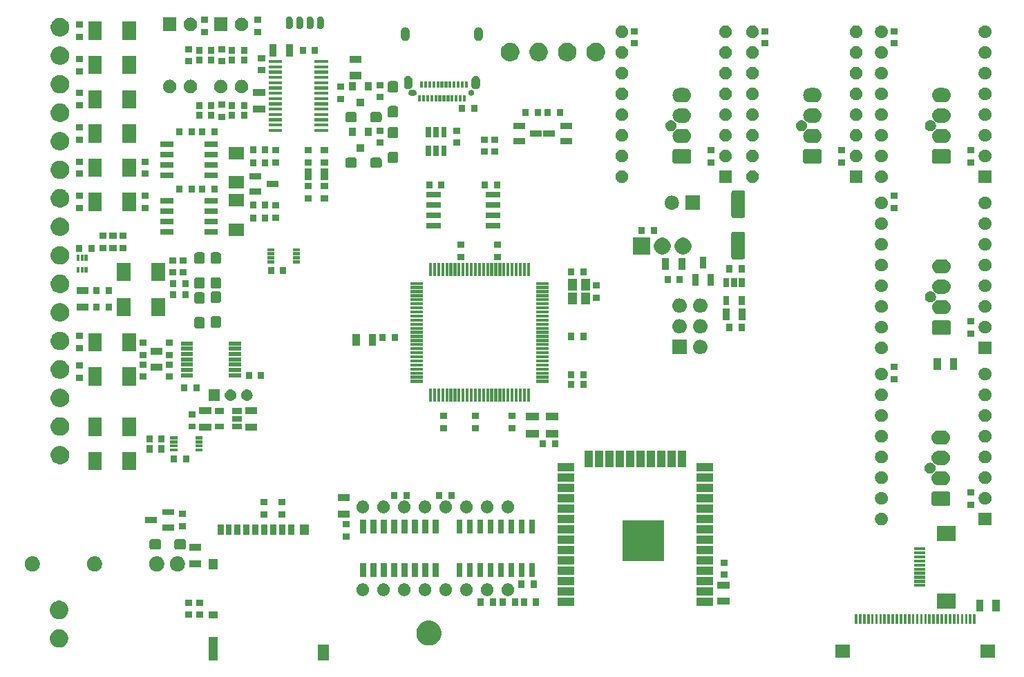
<source format=gbr>
G04 #@! TF.GenerationSoftware,KiCad,Pcbnew,(5.1.2)-1*
G04 #@! TF.CreationDate,2019-10-17T16:55:22+02:00*
G04 #@! TF.ProjectId,ovc,6f76632e-6b69-4636-9164-5f7063625858,rev?*
G04 #@! TF.SameCoordinates,Original*
G04 #@! TF.FileFunction,Soldermask,Top*
G04 #@! TF.FilePolarity,Negative*
%FSLAX46Y46*%
G04 Gerber Fmt 4.6, Leading zero omitted, Abs format (unit mm)*
G04 Created by KiCad (PCBNEW (5.1.2)-1) date 2019-10-17 16:55:22*
%MOMM*%
%LPD*%
G04 APERTURE LIST*
%ADD10C,0.100000*%
G04 APERTURE END LIST*
D10*
G36*
X152755000Y-129455000D02*
G01*
X151395000Y-129455000D01*
X151395000Y-127495000D01*
X152755000Y-127495000D01*
X152755000Y-129455000D01*
X152755000Y-129455000D01*
G37*
G36*
X139105000Y-129455000D02*
G01*
X138045000Y-129455000D01*
X138045000Y-126595000D01*
X139105000Y-126595000D01*
X139105000Y-129455000D01*
X139105000Y-129455000D01*
G37*
G36*
X216580000Y-129080000D02*
G01*
X214820000Y-129080000D01*
X214820000Y-127520000D01*
X216580000Y-127520000D01*
X216580000Y-129080000D01*
X216580000Y-129080000D01*
G37*
G36*
X234380000Y-129080000D02*
G01*
X232620000Y-129080000D01*
X232620000Y-127520000D01*
X234380000Y-127520000D01*
X234380000Y-129080000D01*
X234380000Y-129080000D01*
G37*
G36*
X120029609Y-125663425D02*
G01*
X120150075Y-125713324D01*
X120235257Y-125748607D01*
X120420334Y-125872272D01*
X120577728Y-126029666D01*
X120701393Y-126214743D01*
X120701393Y-126214744D01*
X120786575Y-126420391D01*
X120830000Y-126638705D01*
X120830000Y-126861295D01*
X120786575Y-127079609D01*
X120736676Y-127200075D01*
X120701393Y-127285257D01*
X120577728Y-127470334D01*
X120420334Y-127627728D01*
X120235257Y-127751393D01*
X120150075Y-127786676D01*
X120029609Y-127836575D01*
X119811295Y-127880000D01*
X119588705Y-127880000D01*
X119370391Y-127836575D01*
X119249925Y-127786676D01*
X119164743Y-127751393D01*
X118979666Y-127627728D01*
X118822272Y-127470334D01*
X118698607Y-127285257D01*
X118663324Y-127200075D01*
X118613425Y-127079609D01*
X118570000Y-126861295D01*
X118570000Y-126638705D01*
X118613425Y-126420391D01*
X118698607Y-126214744D01*
X118698607Y-126214743D01*
X118822272Y-126029666D01*
X118979666Y-125872272D01*
X119164743Y-125748607D01*
X119249925Y-125713324D01*
X119370391Y-125663425D01*
X119588705Y-125620000D01*
X119811295Y-125620000D01*
X120029609Y-125663425D01*
X120029609Y-125663425D01*
G37*
G36*
X165446285Y-124628797D02*
G01*
X165643174Y-124710351D01*
X165724728Y-124744132D01*
X165825100Y-124811199D01*
X165975318Y-124911571D01*
X166188429Y-125124682D01*
X166288801Y-125274900D01*
X166355868Y-125375272D01*
X166355868Y-125375273D01*
X166471203Y-125653715D01*
X166530000Y-125949308D01*
X166530000Y-126250692D01*
X166471203Y-126546285D01*
X166389649Y-126743174D01*
X166355868Y-126824728D01*
X166288801Y-126925100D01*
X166188429Y-127075318D01*
X165975318Y-127288429D01*
X165825100Y-127388801D01*
X165724728Y-127455868D01*
X165643174Y-127489649D01*
X165446285Y-127571203D01*
X165150692Y-127630000D01*
X164849308Y-127630000D01*
X164553715Y-127571203D01*
X164356826Y-127489649D01*
X164275272Y-127455868D01*
X164174900Y-127388801D01*
X164024682Y-127288429D01*
X163811571Y-127075318D01*
X163711199Y-126925100D01*
X163644132Y-126824728D01*
X163610351Y-126743174D01*
X163528797Y-126546285D01*
X163470000Y-126250692D01*
X163470000Y-125949308D01*
X163528797Y-125653715D01*
X163644132Y-125375273D01*
X163644132Y-125375272D01*
X163711199Y-125274900D01*
X163811571Y-125124682D01*
X164024682Y-124911571D01*
X164174900Y-124811199D01*
X164275272Y-124744132D01*
X164356826Y-124710351D01*
X164553715Y-124628797D01*
X164849308Y-124570000D01*
X165150692Y-124570000D01*
X165446285Y-124628797D01*
X165446285Y-124628797D01*
G37*
G36*
X221005000Y-124980000D02*
G01*
X220695000Y-124980000D01*
X220695000Y-123820000D01*
X221005000Y-123820000D01*
X221005000Y-124980000D01*
X221005000Y-124980000D01*
G37*
G36*
X218005000Y-124980000D02*
G01*
X217695000Y-124980000D01*
X217695000Y-123820000D01*
X218005000Y-123820000D01*
X218005000Y-124980000D01*
X218005000Y-124980000D01*
G37*
G36*
X223005000Y-124980000D02*
G01*
X222695000Y-124980000D01*
X222695000Y-123820000D01*
X223005000Y-123820000D01*
X223005000Y-124980000D01*
X223005000Y-124980000D01*
G37*
G36*
X222505000Y-124980000D02*
G01*
X222195000Y-124980000D01*
X222195000Y-123820000D01*
X222505000Y-123820000D01*
X222505000Y-124980000D01*
X222505000Y-124980000D01*
G37*
G36*
X226005000Y-124980000D02*
G01*
X225695000Y-124980000D01*
X225695000Y-123820000D01*
X226005000Y-123820000D01*
X226005000Y-124980000D01*
X226005000Y-124980000D01*
G37*
G36*
X225505000Y-124980000D02*
G01*
X225195000Y-124980000D01*
X225195000Y-123820000D01*
X225505000Y-123820000D01*
X225505000Y-124980000D01*
X225505000Y-124980000D01*
G37*
G36*
X225005000Y-124980000D02*
G01*
X224695000Y-124980000D01*
X224695000Y-123820000D01*
X225005000Y-123820000D01*
X225005000Y-124980000D01*
X225005000Y-124980000D01*
G37*
G36*
X222005000Y-124980000D02*
G01*
X221695000Y-124980000D01*
X221695000Y-123820000D01*
X222005000Y-123820000D01*
X222005000Y-124980000D01*
X222005000Y-124980000D01*
G37*
G36*
X221505000Y-124980000D02*
G01*
X221195000Y-124980000D01*
X221195000Y-123820000D01*
X221505000Y-123820000D01*
X221505000Y-124980000D01*
X221505000Y-124980000D01*
G37*
G36*
X217505000Y-124980000D02*
G01*
X217195000Y-124980000D01*
X217195000Y-123820000D01*
X217505000Y-123820000D01*
X217505000Y-124980000D01*
X217505000Y-124980000D01*
G37*
G36*
X218505000Y-124980000D02*
G01*
X218195000Y-124980000D01*
X218195000Y-123820000D01*
X218505000Y-123820000D01*
X218505000Y-124980000D01*
X218505000Y-124980000D01*
G37*
G36*
X219005000Y-124980000D02*
G01*
X218695000Y-124980000D01*
X218695000Y-123820000D01*
X219005000Y-123820000D01*
X219005000Y-124980000D01*
X219005000Y-124980000D01*
G37*
G36*
X219505000Y-124980000D02*
G01*
X219195000Y-124980000D01*
X219195000Y-123820000D01*
X219505000Y-123820000D01*
X219505000Y-124980000D01*
X219505000Y-124980000D01*
G37*
G36*
X220005000Y-124980000D02*
G01*
X219695000Y-124980000D01*
X219695000Y-123820000D01*
X220005000Y-123820000D01*
X220005000Y-124980000D01*
X220005000Y-124980000D01*
G37*
G36*
X220505000Y-124980000D02*
G01*
X220195000Y-124980000D01*
X220195000Y-123820000D01*
X220505000Y-123820000D01*
X220505000Y-124980000D01*
X220505000Y-124980000D01*
G37*
G36*
X226505000Y-124980000D02*
G01*
X226195000Y-124980000D01*
X226195000Y-123820000D01*
X226505000Y-123820000D01*
X226505000Y-124980000D01*
X226505000Y-124980000D01*
G37*
G36*
X227005000Y-124980000D02*
G01*
X226695000Y-124980000D01*
X226695000Y-123820000D01*
X227005000Y-123820000D01*
X227005000Y-124980000D01*
X227005000Y-124980000D01*
G37*
G36*
X224005000Y-124980000D02*
G01*
X223695000Y-124980000D01*
X223695000Y-123820000D01*
X224005000Y-123820000D01*
X224005000Y-124980000D01*
X224005000Y-124980000D01*
G37*
G36*
X223505000Y-124980000D02*
G01*
X223195000Y-124980000D01*
X223195000Y-123820000D01*
X223505000Y-123820000D01*
X223505000Y-124980000D01*
X223505000Y-124980000D01*
G37*
G36*
X232005000Y-124980000D02*
G01*
X231695000Y-124980000D01*
X231695000Y-123820000D01*
X232005000Y-123820000D01*
X232005000Y-124980000D01*
X232005000Y-124980000D01*
G37*
G36*
X231505000Y-124980000D02*
G01*
X231195000Y-124980000D01*
X231195000Y-123820000D01*
X231505000Y-123820000D01*
X231505000Y-124980000D01*
X231505000Y-124980000D01*
G37*
G36*
X231005000Y-124980000D02*
G01*
X230695000Y-124980000D01*
X230695000Y-123820000D01*
X231005000Y-123820000D01*
X231005000Y-124980000D01*
X231005000Y-124980000D01*
G37*
G36*
X230505000Y-124980000D02*
G01*
X230195000Y-124980000D01*
X230195000Y-123820000D01*
X230505000Y-123820000D01*
X230505000Y-124980000D01*
X230505000Y-124980000D01*
G37*
G36*
X224505000Y-124980000D02*
G01*
X224195000Y-124980000D01*
X224195000Y-123820000D01*
X224505000Y-123820000D01*
X224505000Y-124980000D01*
X224505000Y-124980000D01*
G37*
G36*
X230005000Y-124980000D02*
G01*
X229695000Y-124980000D01*
X229695000Y-123820000D01*
X230005000Y-123820000D01*
X230005000Y-124980000D01*
X230005000Y-124980000D01*
G37*
G36*
X229505000Y-124980000D02*
G01*
X229195000Y-124980000D01*
X229195000Y-123820000D01*
X229505000Y-123820000D01*
X229505000Y-124980000D01*
X229505000Y-124980000D01*
G37*
G36*
X229005000Y-124980000D02*
G01*
X228695000Y-124980000D01*
X228695000Y-123820000D01*
X229005000Y-123820000D01*
X229005000Y-124980000D01*
X229005000Y-124980000D01*
G37*
G36*
X228505000Y-124980000D02*
G01*
X228195000Y-124980000D01*
X228195000Y-123820000D01*
X228505000Y-123820000D01*
X228505000Y-124980000D01*
X228505000Y-124980000D01*
G37*
G36*
X228005000Y-124980000D02*
G01*
X227695000Y-124980000D01*
X227695000Y-123820000D01*
X228005000Y-123820000D01*
X228005000Y-124980000D01*
X228005000Y-124980000D01*
G37*
G36*
X227505000Y-124980000D02*
G01*
X227195000Y-124980000D01*
X227195000Y-123820000D01*
X227505000Y-123820000D01*
X227505000Y-124980000D01*
X227505000Y-124980000D01*
G37*
G36*
X120029609Y-122163425D02*
G01*
X120150075Y-122213324D01*
X120235257Y-122248607D01*
X120420334Y-122372272D01*
X120577728Y-122529666D01*
X120701393Y-122714743D01*
X120736676Y-122799925D01*
X120786575Y-122920391D01*
X120830000Y-123138705D01*
X120830000Y-123361295D01*
X120786575Y-123579609D01*
X120736676Y-123700075D01*
X120701393Y-123785257D01*
X120577728Y-123970334D01*
X120420334Y-124127728D01*
X120235257Y-124251393D01*
X120150075Y-124286676D01*
X120029609Y-124336575D01*
X119811295Y-124380000D01*
X119588705Y-124380000D01*
X119370391Y-124336575D01*
X119249925Y-124286676D01*
X119164743Y-124251393D01*
X118979666Y-124127728D01*
X118822272Y-123970334D01*
X118698607Y-123785257D01*
X118663324Y-123700075D01*
X118613425Y-123579609D01*
X118570000Y-123361295D01*
X118570000Y-123138705D01*
X118613425Y-122920391D01*
X118663324Y-122799925D01*
X118698607Y-122714743D01*
X118822272Y-122529666D01*
X118979666Y-122372272D01*
X119164743Y-122248607D01*
X119249925Y-122213324D01*
X119370391Y-122163425D01*
X119588705Y-122120000D01*
X119811295Y-122120000D01*
X120029609Y-122163425D01*
X120029609Y-122163425D01*
G37*
G36*
X139105000Y-124305000D02*
G01*
X138045000Y-124305000D01*
X138045000Y-123445000D01*
X139105000Y-123445000D01*
X139105000Y-124305000D01*
X139105000Y-124305000D01*
G37*
G36*
X137330000Y-124230000D02*
G01*
X136470000Y-124230000D01*
X136470000Y-123470000D01*
X137330000Y-123470000D01*
X137330000Y-124230000D01*
X137330000Y-124230000D01*
G37*
G36*
X136030000Y-124230000D02*
G01*
X135170000Y-124230000D01*
X135170000Y-123470000D01*
X136030000Y-123470000D01*
X136030000Y-124230000D01*
X136030000Y-124230000D01*
G37*
G36*
X234930000Y-123430000D02*
G01*
X234070000Y-123430000D01*
X234070000Y-121970000D01*
X234930000Y-121970000D01*
X234930000Y-123430000D01*
X234930000Y-123430000D01*
G37*
G36*
X232930000Y-123430000D02*
G01*
X232070000Y-123430000D01*
X232070000Y-121970000D01*
X232930000Y-121970000D01*
X232930000Y-123430000D01*
X232930000Y-123430000D01*
G37*
G36*
X229530000Y-123080000D02*
G01*
X227270000Y-123080000D01*
X227270000Y-121220000D01*
X229530000Y-121220000D01*
X229530000Y-123080000D01*
X229530000Y-123080000D01*
G37*
G36*
X199830000Y-122735000D02*
G01*
X197770000Y-122735000D01*
X197770000Y-121775000D01*
X199830000Y-121775000D01*
X199830000Y-122735000D01*
X199830000Y-122735000D01*
G37*
G36*
X182830000Y-122735000D02*
G01*
X180770000Y-122735000D01*
X180770000Y-121775000D01*
X182830000Y-121775000D01*
X182830000Y-122735000D01*
X182830000Y-122735000D01*
G37*
G36*
X174430000Y-122730000D02*
G01*
X173670000Y-122730000D01*
X173670000Y-121870000D01*
X174430000Y-121870000D01*
X174430000Y-122730000D01*
X174430000Y-122730000D01*
G37*
G36*
X136030000Y-122730000D02*
G01*
X135170000Y-122730000D01*
X135170000Y-121970000D01*
X136030000Y-121970000D01*
X136030000Y-122730000D01*
X136030000Y-122730000D01*
G37*
G36*
X137330000Y-122730000D02*
G01*
X136470000Y-122730000D01*
X136470000Y-121970000D01*
X137330000Y-121970000D01*
X137330000Y-122730000D01*
X137330000Y-122730000D01*
G37*
G36*
X171730000Y-122730000D02*
G01*
X170970000Y-122730000D01*
X170970000Y-121870000D01*
X171730000Y-121870000D01*
X171730000Y-122730000D01*
X171730000Y-122730000D01*
G37*
G36*
X173230000Y-122730000D02*
G01*
X172470000Y-122730000D01*
X172470000Y-121870000D01*
X173230000Y-121870000D01*
X173230000Y-122730000D01*
X173230000Y-122730000D01*
G37*
G36*
X175930000Y-122730000D02*
G01*
X175170000Y-122730000D01*
X175170000Y-121870000D01*
X175930000Y-121870000D01*
X175930000Y-122730000D01*
X175930000Y-122730000D01*
G37*
G36*
X177030000Y-122730000D02*
G01*
X176270000Y-122730000D01*
X176270000Y-121870000D01*
X177030000Y-121870000D01*
X177030000Y-122730000D01*
X177030000Y-122730000D01*
G37*
G36*
X178530000Y-122730000D02*
G01*
X177770000Y-122730000D01*
X177770000Y-121870000D01*
X178530000Y-121870000D01*
X178530000Y-122730000D01*
X178530000Y-122730000D01*
G37*
G36*
X201830000Y-122630000D02*
G01*
X200370000Y-122630000D01*
X200370000Y-121770000D01*
X201830000Y-121770000D01*
X201830000Y-122630000D01*
X201830000Y-122630000D01*
G37*
G36*
X162217518Y-120029975D02*
G01*
X162359469Y-120088773D01*
X162487221Y-120174135D01*
X162595865Y-120282779D01*
X162681227Y-120410531D01*
X162740025Y-120552482D01*
X162770000Y-120703177D01*
X162770000Y-120856823D01*
X162740025Y-121007518D01*
X162681227Y-121149469D01*
X162595865Y-121277221D01*
X162487221Y-121385865D01*
X162359469Y-121471227D01*
X162217518Y-121530025D01*
X162066823Y-121560000D01*
X161913177Y-121560000D01*
X161762482Y-121530025D01*
X161620531Y-121471227D01*
X161492779Y-121385865D01*
X161384135Y-121277221D01*
X161298773Y-121149469D01*
X161239975Y-121007518D01*
X161210000Y-120856823D01*
X161210000Y-120703177D01*
X161239975Y-120552482D01*
X161298773Y-120410531D01*
X161384135Y-120282779D01*
X161492779Y-120174135D01*
X161620531Y-120088773D01*
X161762482Y-120029975D01*
X161913177Y-120000000D01*
X162066823Y-120000000D01*
X162217518Y-120029975D01*
X162217518Y-120029975D01*
G37*
G36*
X157137518Y-120029975D02*
G01*
X157279469Y-120088773D01*
X157407221Y-120174135D01*
X157515865Y-120282779D01*
X157601227Y-120410531D01*
X157660025Y-120552482D01*
X157690000Y-120703177D01*
X157690000Y-120856823D01*
X157660025Y-121007518D01*
X157601227Y-121149469D01*
X157515865Y-121277221D01*
X157407221Y-121385865D01*
X157279469Y-121471227D01*
X157137518Y-121530025D01*
X156986823Y-121560000D01*
X156833177Y-121560000D01*
X156682482Y-121530025D01*
X156540531Y-121471227D01*
X156412779Y-121385865D01*
X156304135Y-121277221D01*
X156218773Y-121149469D01*
X156159975Y-121007518D01*
X156130000Y-120856823D01*
X156130000Y-120703177D01*
X156159975Y-120552482D01*
X156218773Y-120410531D01*
X156304135Y-120282779D01*
X156412779Y-120174135D01*
X156540531Y-120088773D01*
X156682482Y-120029975D01*
X156833177Y-120000000D01*
X156986823Y-120000000D01*
X157137518Y-120029975D01*
X157137518Y-120029975D01*
G37*
G36*
X167297518Y-120029975D02*
G01*
X167439469Y-120088773D01*
X167567221Y-120174135D01*
X167675865Y-120282779D01*
X167761227Y-120410531D01*
X167820025Y-120552482D01*
X167850000Y-120703177D01*
X167850000Y-120856823D01*
X167820025Y-121007518D01*
X167761227Y-121149469D01*
X167675865Y-121277221D01*
X167567221Y-121385865D01*
X167439469Y-121471227D01*
X167297518Y-121530025D01*
X167146823Y-121560000D01*
X166993177Y-121560000D01*
X166842482Y-121530025D01*
X166700531Y-121471227D01*
X166572779Y-121385865D01*
X166464135Y-121277221D01*
X166378773Y-121149469D01*
X166319975Y-121007518D01*
X166290000Y-120856823D01*
X166290000Y-120703177D01*
X166319975Y-120552482D01*
X166378773Y-120410531D01*
X166464135Y-120282779D01*
X166572779Y-120174135D01*
X166700531Y-120088773D01*
X166842482Y-120029975D01*
X166993177Y-120000000D01*
X167146823Y-120000000D01*
X167297518Y-120029975D01*
X167297518Y-120029975D01*
G37*
G36*
X169837518Y-120029975D02*
G01*
X169979469Y-120088773D01*
X170107221Y-120174135D01*
X170215865Y-120282779D01*
X170301227Y-120410531D01*
X170360025Y-120552482D01*
X170390000Y-120703177D01*
X170390000Y-120856823D01*
X170360025Y-121007518D01*
X170301227Y-121149469D01*
X170215865Y-121277221D01*
X170107221Y-121385865D01*
X169979469Y-121471227D01*
X169837518Y-121530025D01*
X169686823Y-121560000D01*
X169533177Y-121560000D01*
X169382482Y-121530025D01*
X169240531Y-121471227D01*
X169112779Y-121385865D01*
X169004135Y-121277221D01*
X168918773Y-121149469D01*
X168859975Y-121007518D01*
X168830000Y-120856823D01*
X168830000Y-120703177D01*
X168859975Y-120552482D01*
X168918773Y-120410531D01*
X169004135Y-120282779D01*
X169112779Y-120174135D01*
X169240531Y-120088773D01*
X169382482Y-120029975D01*
X169533177Y-120000000D01*
X169686823Y-120000000D01*
X169837518Y-120029975D01*
X169837518Y-120029975D01*
G37*
G36*
X174917518Y-120029975D02*
G01*
X175059469Y-120088773D01*
X175187221Y-120174135D01*
X175295865Y-120282779D01*
X175381227Y-120410531D01*
X175440025Y-120552482D01*
X175470000Y-120703177D01*
X175470000Y-120856823D01*
X175440025Y-121007518D01*
X175381227Y-121149469D01*
X175295865Y-121277221D01*
X175187221Y-121385865D01*
X175059469Y-121471227D01*
X174917518Y-121530025D01*
X174766823Y-121560000D01*
X174613177Y-121560000D01*
X174462482Y-121530025D01*
X174320531Y-121471227D01*
X174192779Y-121385865D01*
X174084135Y-121277221D01*
X173998773Y-121149469D01*
X173939975Y-121007518D01*
X173910000Y-120856823D01*
X173910000Y-120703177D01*
X173939975Y-120552482D01*
X173998773Y-120410531D01*
X174084135Y-120282779D01*
X174192779Y-120174135D01*
X174320531Y-120088773D01*
X174462482Y-120029975D01*
X174613177Y-120000000D01*
X174766823Y-120000000D01*
X174917518Y-120029975D01*
X174917518Y-120029975D01*
G37*
G36*
X159677518Y-120029975D02*
G01*
X159819469Y-120088773D01*
X159947221Y-120174135D01*
X160055865Y-120282779D01*
X160141227Y-120410531D01*
X160200025Y-120552482D01*
X160230000Y-120703177D01*
X160230000Y-120856823D01*
X160200025Y-121007518D01*
X160141227Y-121149469D01*
X160055865Y-121277221D01*
X159947221Y-121385865D01*
X159819469Y-121471227D01*
X159677518Y-121530025D01*
X159526823Y-121560000D01*
X159373177Y-121560000D01*
X159222482Y-121530025D01*
X159080531Y-121471227D01*
X158952779Y-121385865D01*
X158844135Y-121277221D01*
X158758773Y-121149469D01*
X158699975Y-121007518D01*
X158670000Y-120856823D01*
X158670000Y-120703177D01*
X158699975Y-120552482D01*
X158758773Y-120410531D01*
X158844135Y-120282779D01*
X158952779Y-120174135D01*
X159080531Y-120088773D01*
X159222482Y-120029975D01*
X159373177Y-120000000D01*
X159526823Y-120000000D01*
X159677518Y-120029975D01*
X159677518Y-120029975D01*
G37*
G36*
X164757518Y-120029975D02*
G01*
X164899469Y-120088773D01*
X165027221Y-120174135D01*
X165135865Y-120282779D01*
X165221227Y-120410531D01*
X165280025Y-120552482D01*
X165310000Y-120703177D01*
X165310000Y-120856823D01*
X165280025Y-121007518D01*
X165221227Y-121149469D01*
X165135865Y-121277221D01*
X165027221Y-121385865D01*
X164899469Y-121471227D01*
X164757518Y-121530025D01*
X164606823Y-121560000D01*
X164453177Y-121560000D01*
X164302482Y-121530025D01*
X164160531Y-121471227D01*
X164032779Y-121385865D01*
X163924135Y-121277221D01*
X163838773Y-121149469D01*
X163779975Y-121007518D01*
X163750000Y-120856823D01*
X163750000Y-120703177D01*
X163779975Y-120552482D01*
X163838773Y-120410531D01*
X163924135Y-120282779D01*
X164032779Y-120174135D01*
X164160531Y-120088773D01*
X164302482Y-120029975D01*
X164453177Y-120000000D01*
X164606823Y-120000000D01*
X164757518Y-120029975D01*
X164757518Y-120029975D01*
G37*
G36*
X172377518Y-120029975D02*
G01*
X172519469Y-120088773D01*
X172647221Y-120174135D01*
X172755865Y-120282779D01*
X172841227Y-120410531D01*
X172900025Y-120552482D01*
X172930000Y-120703177D01*
X172930000Y-120856823D01*
X172900025Y-121007518D01*
X172841227Y-121149469D01*
X172755865Y-121277221D01*
X172647221Y-121385865D01*
X172519469Y-121471227D01*
X172377518Y-121530025D01*
X172226823Y-121560000D01*
X172073177Y-121560000D01*
X171922482Y-121530025D01*
X171780531Y-121471227D01*
X171652779Y-121385865D01*
X171544135Y-121277221D01*
X171458773Y-121149469D01*
X171399975Y-121007518D01*
X171370000Y-120856823D01*
X171370000Y-120703177D01*
X171399975Y-120552482D01*
X171458773Y-120410531D01*
X171544135Y-120282779D01*
X171652779Y-120174135D01*
X171780531Y-120088773D01*
X171922482Y-120029975D01*
X172073177Y-120000000D01*
X172226823Y-120000000D01*
X172377518Y-120029975D01*
X172377518Y-120029975D01*
G37*
G36*
X199830000Y-121465000D02*
G01*
X197770000Y-121465000D01*
X197770000Y-120505000D01*
X199830000Y-120505000D01*
X199830000Y-121465000D01*
X199830000Y-121465000D01*
G37*
G36*
X182830000Y-121465000D02*
G01*
X180770000Y-121465000D01*
X180770000Y-120505000D01*
X182830000Y-120505000D01*
X182830000Y-121465000D01*
X182830000Y-121465000D01*
G37*
G36*
X201830000Y-120630000D02*
G01*
X200370000Y-120630000D01*
X200370000Y-119770000D01*
X201830000Y-119770000D01*
X201830000Y-120630000D01*
X201830000Y-120630000D01*
G37*
G36*
X178230000Y-120530000D02*
G01*
X177470000Y-120530000D01*
X177470000Y-119670000D01*
X178230000Y-119670000D01*
X178230000Y-120530000D01*
X178230000Y-120530000D01*
G37*
G36*
X176730000Y-120530000D02*
G01*
X175970000Y-120530000D01*
X175970000Y-119670000D01*
X176730000Y-119670000D01*
X176730000Y-120530000D01*
X176730000Y-120530000D01*
G37*
G36*
X225830000Y-120430000D02*
G01*
X224470000Y-120430000D01*
X224470000Y-120070000D01*
X225830000Y-120070000D01*
X225830000Y-120430000D01*
X225830000Y-120430000D01*
G37*
G36*
X199830000Y-120195000D02*
G01*
X197770000Y-120195000D01*
X197770000Y-119235000D01*
X199830000Y-119235000D01*
X199830000Y-120195000D01*
X199830000Y-120195000D01*
G37*
G36*
X182830000Y-120195000D02*
G01*
X180770000Y-120195000D01*
X180770000Y-119235000D01*
X182830000Y-119235000D01*
X182830000Y-120195000D01*
X182830000Y-120195000D01*
G37*
G36*
X225830000Y-119930000D02*
G01*
X224470000Y-119930000D01*
X224470000Y-119570000D01*
X225830000Y-119570000D01*
X225830000Y-119930000D01*
X225830000Y-119930000D01*
G37*
G36*
X225830000Y-119430000D02*
G01*
X224470000Y-119430000D01*
X224470000Y-119070000D01*
X225830000Y-119070000D01*
X225830000Y-119430000D01*
X225830000Y-119430000D01*
G37*
G36*
X201630000Y-119330000D02*
G01*
X200770000Y-119330000D01*
X200770000Y-118570000D01*
X201630000Y-118570000D01*
X201630000Y-119330000D01*
X201630000Y-119330000D01*
G37*
G36*
X170395000Y-119245000D02*
G01*
X169655000Y-119245000D01*
X169655000Y-117555000D01*
X170395000Y-117555000D01*
X170395000Y-119245000D01*
X170395000Y-119245000D01*
G37*
G36*
X178015000Y-119245000D02*
G01*
X177275000Y-119245000D01*
X177275000Y-117555000D01*
X178015000Y-117555000D01*
X178015000Y-119245000D01*
X178015000Y-119245000D01*
G37*
G36*
X176745000Y-119245000D02*
G01*
X176005000Y-119245000D01*
X176005000Y-117555000D01*
X176745000Y-117555000D01*
X176745000Y-119245000D01*
X176745000Y-119245000D01*
G37*
G36*
X175475000Y-119245000D02*
G01*
X174735000Y-119245000D01*
X174735000Y-117555000D01*
X175475000Y-117555000D01*
X175475000Y-119245000D01*
X175475000Y-119245000D01*
G37*
G36*
X174205000Y-119245000D02*
G01*
X173465000Y-119245000D01*
X173465000Y-117555000D01*
X174205000Y-117555000D01*
X174205000Y-119245000D01*
X174205000Y-119245000D01*
G37*
G36*
X172935000Y-119245000D02*
G01*
X172195000Y-119245000D01*
X172195000Y-117555000D01*
X172935000Y-117555000D01*
X172935000Y-119245000D01*
X172935000Y-119245000D01*
G37*
G36*
X169125000Y-119245000D02*
G01*
X168385000Y-119245000D01*
X168385000Y-117555000D01*
X169125000Y-117555000D01*
X169125000Y-119245000D01*
X169125000Y-119245000D01*
G37*
G36*
X166215000Y-119245000D02*
G01*
X165475000Y-119245000D01*
X165475000Y-117555000D01*
X166215000Y-117555000D01*
X166215000Y-119245000D01*
X166215000Y-119245000D01*
G37*
G36*
X157325000Y-119245000D02*
G01*
X156585000Y-119245000D01*
X156585000Y-117555000D01*
X157325000Y-117555000D01*
X157325000Y-119245000D01*
X157325000Y-119245000D01*
G37*
G36*
X158595000Y-119245000D02*
G01*
X157855000Y-119245000D01*
X157855000Y-117555000D01*
X158595000Y-117555000D01*
X158595000Y-119245000D01*
X158595000Y-119245000D01*
G37*
G36*
X159865000Y-119245000D02*
G01*
X159125000Y-119245000D01*
X159125000Y-117555000D01*
X159865000Y-117555000D01*
X159865000Y-119245000D01*
X159865000Y-119245000D01*
G37*
G36*
X161135000Y-119245000D02*
G01*
X160395000Y-119245000D01*
X160395000Y-117555000D01*
X161135000Y-117555000D01*
X161135000Y-119245000D01*
X161135000Y-119245000D01*
G37*
G36*
X164945000Y-119245000D02*
G01*
X164205000Y-119245000D01*
X164205000Y-117555000D01*
X164945000Y-117555000D01*
X164945000Y-119245000D01*
X164945000Y-119245000D01*
G37*
G36*
X163675000Y-119245000D02*
G01*
X162935000Y-119245000D01*
X162935000Y-117555000D01*
X163675000Y-117555000D01*
X163675000Y-119245000D01*
X163675000Y-119245000D01*
G37*
G36*
X162405000Y-119245000D02*
G01*
X161665000Y-119245000D01*
X161665000Y-117555000D01*
X162405000Y-117555000D01*
X162405000Y-119245000D01*
X162405000Y-119245000D01*
G37*
G36*
X171665000Y-119245000D02*
G01*
X170925000Y-119245000D01*
X170925000Y-117555000D01*
X171665000Y-117555000D01*
X171665000Y-119245000D01*
X171665000Y-119245000D01*
G37*
G36*
X225830000Y-118930000D02*
G01*
X224470000Y-118930000D01*
X224470000Y-118570000D01*
X225830000Y-118570000D01*
X225830000Y-118930000D01*
X225830000Y-118930000D01*
G37*
G36*
X199830000Y-118925000D02*
G01*
X197770000Y-118925000D01*
X197770000Y-117965000D01*
X199830000Y-117965000D01*
X199830000Y-118925000D01*
X199830000Y-118925000D01*
G37*
G36*
X182830000Y-118925000D02*
G01*
X180770000Y-118925000D01*
X180770000Y-117965000D01*
X182830000Y-117965000D01*
X182830000Y-118925000D01*
X182830000Y-118925000D01*
G37*
G36*
X124221434Y-116687869D02*
G01*
X124311271Y-116705739D01*
X124410414Y-116746806D01*
X124480519Y-116775844D01*
X124632841Y-116877622D01*
X124762378Y-117007159D01*
X124864156Y-117159481D01*
X124868513Y-117170000D01*
X124934261Y-117328729D01*
X124970000Y-117508403D01*
X124970000Y-117691597D01*
X124934261Y-117871271D01*
X124909934Y-117930000D01*
X124864156Y-118040519D01*
X124762378Y-118192841D01*
X124632841Y-118322378D01*
X124480519Y-118424156D01*
X124410414Y-118453194D01*
X124311271Y-118494261D01*
X124221434Y-118512130D01*
X124131599Y-118530000D01*
X123948401Y-118530000D01*
X123858566Y-118512130D01*
X123768729Y-118494261D01*
X123669586Y-118453194D01*
X123599481Y-118424156D01*
X123447159Y-118322378D01*
X123317622Y-118192841D01*
X123215844Y-118040519D01*
X123170066Y-117930000D01*
X123145739Y-117871271D01*
X123110000Y-117691597D01*
X123110000Y-117508403D01*
X123145739Y-117328729D01*
X123211487Y-117170000D01*
X123215844Y-117159481D01*
X123317622Y-117007159D01*
X123447159Y-116877622D01*
X123599481Y-116775844D01*
X123669586Y-116746806D01*
X123768729Y-116705739D01*
X123858566Y-116687869D01*
X123948401Y-116670000D01*
X124131599Y-116670000D01*
X124221434Y-116687869D01*
X124221434Y-116687869D01*
G37*
G36*
X116601434Y-116687869D02*
G01*
X116691271Y-116705739D01*
X116790414Y-116746806D01*
X116860519Y-116775844D01*
X117012841Y-116877622D01*
X117142378Y-117007159D01*
X117244156Y-117159481D01*
X117248513Y-117170000D01*
X117314261Y-117328729D01*
X117350000Y-117508403D01*
X117350000Y-117691597D01*
X117314261Y-117871271D01*
X117289934Y-117930000D01*
X117244156Y-118040519D01*
X117142378Y-118192841D01*
X117012841Y-118322378D01*
X116860519Y-118424156D01*
X116790414Y-118453194D01*
X116691271Y-118494261D01*
X116601434Y-118512130D01*
X116511599Y-118530000D01*
X116328401Y-118530000D01*
X116238566Y-118512130D01*
X116148729Y-118494261D01*
X116049586Y-118453194D01*
X115979481Y-118424156D01*
X115827159Y-118322378D01*
X115697622Y-118192841D01*
X115595844Y-118040519D01*
X115550066Y-117930000D01*
X115525739Y-117871271D01*
X115490000Y-117691597D01*
X115490000Y-117508403D01*
X115525739Y-117328729D01*
X115591487Y-117170000D01*
X115595844Y-117159481D01*
X115697622Y-117007159D01*
X115827159Y-116877622D01*
X115979481Y-116775844D01*
X116049586Y-116746806D01*
X116148729Y-116705739D01*
X116238566Y-116687869D01*
X116328401Y-116670000D01*
X116511599Y-116670000D01*
X116601434Y-116687869D01*
X116601434Y-116687869D01*
G37*
G36*
X131841434Y-116687869D02*
G01*
X131931271Y-116705739D01*
X132030414Y-116746806D01*
X132100519Y-116775844D01*
X132252841Y-116877622D01*
X132382378Y-117007159D01*
X132484156Y-117159481D01*
X132488513Y-117170000D01*
X132554261Y-117328729D01*
X132590000Y-117508403D01*
X132590000Y-117691597D01*
X132554261Y-117871271D01*
X132529934Y-117930000D01*
X132484156Y-118040519D01*
X132382378Y-118192841D01*
X132252841Y-118322378D01*
X132100519Y-118424156D01*
X132030414Y-118453194D01*
X131931271Y-118494261D01*
X131841434Y-118512130D01*
X131751599Y-118530000D01*
X131568401Y-118530000D01*
X131478566Y-118512130D01*
X131388729Y-118494261D01*
X131289586Y-118453194D01*
X131219481Y-118424156D01*
X131067159Y-118322378D01*
X130937622Y-118192841D01*
X130835844Y-118040519D01*
X130790066Y-117930000D01*
X130765739Y-117871271D01*
X130730000Y-117691597D01*
X130730000Y-117508403D01*
X130765739Y-117328729D01*
X130831487Y-117170000D01*
X130835844Y-117159481D01*
X130937622Y-117007159D01*
X131067159Y-116877622D01*
X131219481Y-116775844D01*
X131289586Y-116746806D01*
X131388729Y-116705739D01*
X131478566Y-116687869D01*
X131568401Y-116670000D01*
X131751599Y-116670000D01*
X131841434Y-116687869D01*
X131841434Y-116687869D01*
G37*
G36*
X134381434Y-116687869D02*
G01*
X134471271Y-116705739D01*
X134570414Y-116746806D01*
X134640519Y-116775844D01*
X134792841Y-116877622D01*
X134922378Y-117007159D01*
X135024156Y-117159481D01*
X135028513Y-117170000D01*
X135094261Y-117328729D01*
X135130000Y-117508403D01*
X135130000Y-117691597D01*
X135094261Y-117871271D01*
X135069934Y-117930000D01*
X135024156Y-118040519D01*
X134922378Y-118192841D01*
X134792841Y-118322378D01*
X134640519Y-118424156D01*
X134570414Y-118453194D01*
X134471271Y-118494261D01*
X134381434Y-118512130D01*
X134291599Y-118530000D01*
X134108401Y-118530000D01*
X134018566Y-118512130D01*
X133928729Y-118494261D01*
X133829586Y-118453194D01*
X133759481Y-118424156D01*
X133607159Y-118322378D01*
X133477622Y-118192841D01*
X133375844Y-118040519D01*
X133330066Y-117930000D01*
X133305739Y-117871271D01*
X133270000Y-117691597D01*
X133270000Y-117508403D01*
X133305739Y-117328729D01*
X133371487Y-117170000D01*
X133375844Y-117159481D01*
X133477622Y-117007159D01*
X133607159Y-116877622D01*
X133759481Y-116775844D01*
X133829586Y-116746806D01*
X133928729Y-116705739D01*
X134018566Y-116687869D01*
X134108401Y-116670000D01*
X134291599Y-116670000D01*
X134381434Y-116687869D01*
X134381434Y-116687869D01*
G37*
G36*
X225830000Y-118430000D02*
G01*
X224470000Y-118430000D01*
X224470000Y-118070000D01*
X225830000Y-118070000D01*
X225830000Y-118430000D01*
X225830000Y-118430000D01*
G37*
G36*
X139105000Y-118305000D02*
G01*
X138045000Y-118305000D01*
X138045000Y-117045000D01*
X139105000Y-117045000D01*
X139105000Y-118305000D01*
X139105000Y-118305000D01*
G37*
G36*
X137130000Y-118030000D02*
G01*
X135670000Y-118030000D01*
X135670000Y-117170000D01*
X137130000Y-117170000D01*
X137130000Y-118030000D01*
X137130000Y-118030000D01*
G37*
G36*
X225830000Y-117930000D02*
G01*
X224470000Y-117930000D01*
X224470000Y-117570000D01*
X225830000Y-117570000D01*
X225830000Y-117930000D01*
X225830000Y-117930000D01*
G37*
G36*
X201630000Y-117830000D02*
G01*
X200770000Y-117830000D01*
X200770000Y-117070000D01*
X201630000Y-117070000D01*
X201630000Y-117830000D01*
X201630000Y-117830000D01*
G37*
G36*
X199830000Y-117655000D02*
G01*
X197770000Y-117655000D01*
X197770000Y-116695000D01*
X199830000Y-116695000D01*
X199830000Y-117655000D01*
X199830000Y-117655000D01*
G37*
G36*
X182830000Y-117655000D02*
G01*
X180770000Y-117655000D01*
X180770000Y-116695000D01*
X182830000Y-116695000D01*
X182830000Y-117655000D01*
X182830000Y-117655000D01*
G37*
G36*
X225830000Y-117430000D02*
G01*
X224470000Y-117430000D01*
X224470000Y-117070000D01*
X225830000Y-117070000D01*
X225830000Y-117430000D01*
X225830000Y-117430000D01*
G37*
G36*
X193830000Y-117285000D02*
G01*
X188770000Y-117285000D01*
X188770000Y-112225000D01*
X193830000Y-112225000D01*
X193830000Y-117285000D01*
X193830000Y-117285000D01*
G37*
G36*
X225830000Y-116930000D02*
G01*
X224470000Y-116930000D01*
X224470000Y-116570000D01*
X225830000Y-116570000D01*
X225830000Y-116930000D01*
X225830000Y-116930000D01*
G37*
G36*
X225830000Y-116430000D02*
G01*
X224470000Y-116430000D01*
X224470000Y-116070000D01*
X225830000Y-116070000D01*
X225830000Y-116430000D01*
X225830000Y-116430000D01*
G37*
G36*
X199830000Y-116385000D02*
G01*
X197770000Y-116385000D01*
X197770000Y-115425000D01*
X199830000Y-115425000D01*
X199830000Y-116385000D01*
X199830000Y-116385000D01*
G37*
G36*
X182830000Y-116385000D02*
G01*
X180770000Y-116385000D01*
X180770000Y-115425000D01*
X182830000Y-115425000D01*
X182830000Y-116385000D01*
X182830000Y-116385000D01*
G37*
G36*
X137130000Y-116030000D02*
G01*
X135670000Y-116030000D01*
X135670000Y-115170000D01*
X137130000Y-115170000D01*
X137130000Y-116030000D01*
X137130000Y-116030000D01*
G37*
G36*
X225830000Y-115930000D02*
G01*
X224470000Y-115930000D01*
X224470000Y-115570000D01*
X225830000Y-115570000D01*
X225830000Y-115930000D01*
X225830000Y-115930000D01*
G37*
G36*
X134986479Y-114565978D02*
G01*
X135043200Y-114583184D01*
X135095463Y-114611119D01*
X135141280Y-114648720D01*
X135178881Y-114694537D01*
X135206816Y-114746800D01*
X135224022Y-114803521D01*
X135230000Y-114864215D01*
X135230000Y-115535785D01*
X135224022Y-115596479D01*
X135206816Y-115653200D01*
X135178881Y-115705463D01*
X135141280Y-115751280D01*
X135095463Y-115788881D01*
X135043200Y-115816816D01*
X134986479Y-115834022D01*
X134925785Y-115840000D01*
X134124215Y-115840000D01*
X134063521Y-115834022D01*
X134006800Y-115816816D01*
X133954537Y-115788881D01*
X133908720Y-115751280D01*
X133871119Y-115705463D01*
X133843184Y-115653200D01*
X133825978Y-115596479D01*
X133820000Y-115535785D01*
X133820000Y-114864215D01*
X133825978Y-114803521D01*
X133843184Y-114746800D01*
X133871119Y-114694537D01*
X133908720Y-114648720D01*
X133954537Y-114611119D01*
X134006800Y-114583184D01*
X134063521Y-114565978D01*
X134124215Y-114560000D01*
X134925785Y-114560000D01*
X134986479Y-114565978D01*
X134986479Y-114565978D01*
G37*
G36*
X131936479Y-114565978D02*
G01*
X131993200Y-114583184D01*
X132045463Y-114611119D01*
X132091280Y-114648720D01*
X132128881Y-114694537D01*
X132156816Y-114746800D01*
X132174022Y-114803521D01*
X132180000Y-114864215D01*
X132180000Y-115535785D01*
X132174022Y-115596479D01*
X132156816Y-115653200D01*
X132128881Y-115705463D01*
X132091280Y-115751280D01*
X132045463Y-115788881D01*
X131993200Y-115816816D01*
X131936479Y-115834022D01*
X131875785Y-115840000D01*
X131074215Y-115840000D01*
X131013521Y-115834022D01*
X130956800Y-115816816D01*
X130904537Y-115788881D01*
X130858720Y-115751280D01*
X130821119Y-115705463D01*
X130793184Y-115653200D01*
X130775978Y-115596479D01*
X130770000Y-115535785D01*
X130770000Y-114864215D01*
X130775978Y-114803521D01*
X130793184Y-114746800D01*
X130821119Y-114694537D01*
X130858720Y-114648720D01*
X130904537Y-114611119D01*
X130956800Y-114583184D01*
X131013521Y-114565978D01*
X131074215Y-114560000D01*
X131875785Y-114560000D01*
X131936479Y-114565978D01*
X131936479Y-114565978D01*
G37*
G36*
X182830000Y-115115000D02*
G01*
X180770000Y-115115000D01*
X180770000Y-114155000D01*
X182830000Y-114155000D01*
X182830000Y-115115000D01*
X182830000Y-115115000D01*
G37*
G36*
X199830000Y-115115000D02*
G01*
X197770000Y-115115000D01*
X197770000Y-114155000D01*
X199830000Y-114155000D01*
X199830000Y-115115000D01*
X199830000Y-115115000D01*
G37*
G36*
X229530000Y-114780000D02*
G01*
X227270000Y-114780000D01*
X227270000Y-112920000D01*
X229530000Y-112920000D01*
X229530000Y-114780000D01*
X229530000Y-114780000D01*
G37*
G36*
X155330000Y-114630000D02*
G01*
X154470000Y-114630000D01*
X154470000Y-113870000D01*
X155330000Y-113870000D01*
X155330000Y-114630000D01*
X155330000Y-114630000D01*
G37*
G36*
X140855000Y-114005000D02*
G01*
X140095000Y-114005000D01*
X140095000Y-112745000D01*
X140855000Y-112745000D01*
X140855000Y-114005000D01*
X140855000Y-114005000D01*
G37*
G36*
X145255000Y-114005000D02*
G01*
X144495000Y-114005000D01*
X144495000Y-112745000D01*
X145255000Y-112745000D01*
X145255000Y-114005000D01*
X145255000Y-114005000D01*
G37*
G36*
X144155000Y-114005000D02*
G01*
X143395000Y-114005000D01*
X143395000Y-112745000D01*
X144155000Y-112745000D01*
X144155000Y-114005000D01*
X144155000Y-114005000D01*
G37*
G36*
X143055000Y-114005000D02*
G01*
X142295000Y-114005000D01*
X142295000Y-112745000D01*
X143055000Y-112745000D01*
X143055000Y-114005000D01*
X143055000Y-114005000D01*
G37*
G36*
X141955000Y-114005000D02*
G01*
X141195000Y-114005000D01*
X141195000Y-112745000D01*
X141955000Y-112745000D01*
X141955000Y-114005000D01*
X141955000Y-114005000D01*
G37*
G36*
X139905000Y-114005000D02*
G01*
X139145000Y-114005000D01*
X139145000Y-112745000D01*
X139905000Y-112745000D01*
X139905000Y-114005000D01*
X139905000Y-114005000D01*
G37*
G36*
X147455000Y-114005000D02*
G01*
X146695000Y-114005000D01*
X146695000Y-112745000D01*
X147455000Y-112745000D01*
X147455000Y-114005000D01*
X147455000Y-114005000D01*
G37*
G36*
X148555000Y-114005000D02*
G01*
X147795000Y-114005000D01*
X147795000Y-112745000D01*
X148555000Y-112745000D01*
X148555000Y-114005000D01*
X148555000Y-114005000D01*
G37*
G36*
X150255000Y-114005000D02*
G01*
X149195000Y-114005000D01*
X149195000Y-112745000D01*
X150255000Y-112745000D01*
X150255000Y-114005000D01*
X150255000Y-114005000D01*
G37*
G36*
X146355000Y-114005000D02*
G01*
X145595000Y-114005000D01*
X145595000Y-112745000D01*
X146355000Y-112745000D01*
X146355000Y-114005000D01*
X146355000Y-114005000D01*
G37*
G36*
X166215000Y-113845000D02*
G01*
X165475000Y-113845000D01*
X165475000Y-112155000D01*
X166215000Y-112155000D01*
X166215000Y-113845000D01*
X166215000Y-113845000D01*
G37*
G36*
X157325000Y-113845000D02*
G01*
X156585000Y-113845000D01*
X156585000Y-112155000D01*
X157325000Y-112155000D01*
X157325000Y-113845000D01*
X157325000Y-113845000D01*
G37*
G36*
X176745000Y-113845000D02*
G01*
X176005000Y-113845000D01*
X176005000Y-112155000D01*
X176745000Y-112155000D01*
X176745000Y-113845000D01*
X176745000Y-113845000D01*
G37*
G36*
X175475000Y-113845000D02*
G01*
X174735000Y-113845000D01*
X174735000Y-112155000D01*
X175475000Y-112155000D01*
X175475000Y-113845000D01*
X175475000Y-113845000D01*
G37*
G36*
X159865000Y-113845000D02*
G01*
X159125000Y-113845000D01*
X159125000Y-112155000D01*
X159865000Y-112155000D01*
X159865000Y-113845000D01*
X159865000Y-113845000D01*
G37*
G36*
X174205000Y-113845000D02*
G01*
X173465000Y-113845000D01*
X173465000Y-112155000D01*
X174205000Y-112155000D01*
X174205000Y-113845000D01*
X174205000Y-113845000D01*
G37*
G36*
X161135000Y-113845000D02*
G01*
X160395000Y-113845000D01*
X160395000Y-112155000D01*
X161135000Y-112155000D01*
X161135000Y-113845000D01*
X161135000Y-113845000D01*
G37*
G36*
X162405000Y-113845000D02*
G01*
X161665000Y-113845000D01*
X161665000Y-112155000D01*
X162405000Y-112155000D01*
X162405000Y-113845000D01*
X162405000Y-113845000D01*
G37*
G36*
X163675000Y-113845000D02*
G01*
X162935000Y-113845000D01*
X162935000Y-112155000D01*
X163675000Y-112155000D01*
X163675000Y-113845000D01*
X163675000Y-113845000D01*
G37*
G36*
X164945000Y-113845000D02*
G01*
X164205000Y-113845000D01*
X164205000Y-112155000D01*
X164945000Y-112155000D01*
X164945000Y-113845000D01*
X164945000Y-113845000D01*
G37*
G36*
X172935000Y-113845000D02*
G01*
X172195000Y-113845000D01*
X172195000Y-112155000D01*
X172935000Y-112155000D01*
X172935000Y-113845000D01*
X172935000Y-113845000D01*
G37*
G36*
X171665000Y-113845000D02*
G01*
X170925000Y-113845000D01*
X170925000Y-112155000D01*
X171665000Y-112155000D01*
X171665000Y-113845000D01*
X171665000Y-113845000D01*
G37*
G36*
X158595000Y-113845000D02*
G01*
X157855000Y-113845000D01*
X157855000Y-112155000D01*
X158595000Y-112155000D01*
X158595000Y-113845000D01*
X158595000Y-113845000D01*
G37*
G36*
X170395000Y-113845000D02*
G01*
X169655000Y-113845000D01*
X169655000Y-112155000D01*
X170395000Y-112155000D01*
X170395000Y-113845000D01*
X170395000Y-113845000D01*
G37*
G36*
X169125000Y-113845000D02*
G01*
X168385000Y-113845000D01*
X168385000Y-112155000D01*
X169125000Y-112155000D01*
X169125000Y-113845000D01*
X169125000Y-113845000D01*
G37*
G36*
X178015000Y-113845000D02*
G01*
X177275000Y-113845000D01*
X177275000Y-112155000D01*
X178015000Y-112155000D01*
X178015000Y-113845000D01*
X178015000Y-113845000D01*
G37*
G36*
X182830000Y-113845000D02*
G01*
X180770000Y-113845000D01*
X180770000Y-112885000D01*
X182830000Y-112885000D01*
X182830000Y-113845000D01*
X182830000Y-113845000D01*
G37*
G36*
X199830000Y-113845000D02*
G01*
X197770000Y-113845000D01*
X197770000Y-112885000D01*
X199830000Y-112885000D01*
X199830000Y-113845000D01*
X199830000Y-113845000D01*
G37*
G36*
X133770000Y-113520000D02*
G01*
X132330000Y-113520000D01*
X132330000Y-112780000D01*
X133770000Y-112780000D01*
X133770000Y-113520000D01*
X133770000Y-113520000D01*
G37*
G36*
X135230000Y-113330000D02*
G01*
X134370000Y-113330000D01*
X134370000Y-112570000D01*
X135230000Y-112570000D01*
X135230000Y-113330000D01*
X135230000Y-113330000D01*
G37*
G36*
X155330000Y-113130000D02*
G01*
X154470000Y-113130000D01*
X154470000Y-112370000D01*
X155330000Y-112370000D01*
X155330000Y-113130000D01*
X155330000Y-113130000D01*
G37*
G36*
X220594497Y-111311226D02*
G01*
X220681018Y-111328436D01*
X220765449Y-111363409D01*
X220825152Y-111388138D01*
X220954871Y-111474814D01*
X221065186Y-111585129D01*
X221151862Y-111714848D01*
X221176591Y-111774551D01*
X221211564Y-111858982D01*
X221242000Y-112011995D01*
X221242000Y-112168005D01*
X221211564Y-112321018D01*
X221191275Y-112370000D01*
X221151862Y-112465152D01*
X221065186Y-112594871D01*
X220954871Y-112705186D01*
X220825152Y-112791862D01*
X220765449Y-112816591D01*
X220681018Y-112851564D01*
X220604512Y-112866782D01*
X220528007Y-112882000D01*
X220371993Y-112882000D01*
X220295488Y-112866782D01*
X220218982Y-112851564D01*
X220134551Y-112816591D01*
X220074848Y-112791862D01*
X219945129Y-112705186D01*
X219834814Y-112594871D01*
X219748138Y-112465152D01*
X219708725Y-112370000D01*
X219688436Y-112321018D01*
X219658000Y-112168005D01*
X219658000Y-112011995D01*
X219688436Y-111858982D01*
X219723409Y-111774551D01*
X219748138Y-111714848D01*
X219834814Y-111585129D01*
X219945129Y-111474814D01*
X220074848Y-111388138D01*
X220134551Y-111363409D01*
X220218982Y-111328436D01*
X220305503Y-111311226D01*
X220371993Y-111298000D01*
X220528007Y-111298000D01*
X220594497Y-111311226D01*
X220594497Y-111311226D01*
G37*
G36*
X233942000Y-112882000D02*
G01*
X232358000Y-112882000D01*
X232358000Y-111298000D01*
X233942000Y-111298000D01*
X233942000Y-112882000D01*
X233942000Y-112882000D01*
G37*
G36*
X199830000Y-112575000D02*
G01*
X197770000Y-112575000D01*
X197770000Y-111615000D01*
X199830000Y-111615000D01*
X199830000Y-112575000D01*
X199830000Y-112575000D01*
G37*
G36*
X182830000Y-112575000D02*
G01*
X180770000Y-112575000D01*
X180770000Y-111615000D01*
X182830000Y-111615000D01*
X182830000Y-112575000D01*
X182830000Y-112575000D01*
G37*
G36*
X131670000Y-112570000D02*
G01*
X130230000Y-112570000D01*
X130230000Y-111830000D01*
X131670000Y-111830000D01*
X131670000Y-112570000D01*
X131670000Y-112570000D01*
G37*
G36*
X155330000Y-111930000D02*
G01*
X153870000Y-111930000D01*
X153870000Y-111070000D01*
X155330000Y-111070000D01*
X155330000Y-111930000D01*
X155330000Y-111930000D01*
G37*
G36*
X147430000Y-111930000D02*
G01*
X146570000Y-111930000D01*
X146570000Y-111170000D01*
X147430000Y-111170000D01*
X147430000Y-111930000D01*
X147430000Y-111930000D01*
G37*
G36*
X145230000Y-111930000D02*
G01*
X144370000Y-111930000D01*
X144370000Y-111170000D01*
X145230000Y-111170000D01*
X145230000Y-111930000D01*
X145230000Y-111930000D01*
G37*
G36*
X135230000Y-111830000D02*
G01*
X134370000Y-111830000D01*
X134370000Y-111070000D01*
X135230000Y-111070000D01*
X135230000Y-111830000D01*
X135230000Y-111830000D01*
G37*
G36*
X133770000Y-111620000D02*
G01*
X132330000Y-111620000D01*
X132330000Y-110880000D01*
X133770000Y-110880000D01*
X133770000Y-111620000D01*
X133770000Y-111620000D01*
G37*
G36*
X164757518Y-109869975D02*
G01*
X164899469Y-109928773D01*
X165027221Y-110014135D01*
X165135865Y-110122779D01*
X165221227Y-110250531D01*
X165280025Y-110392482D01*
X165310000Y-110543177D01*
X165310000Y-110696823D01*
X165280025Y-110847518D01*
X165221227Y-110989469D01*
X165135865Y-111117221D01*
X165027221Y-111225865D01*
X164899469Y-111311227D01*
X164757518Y-111370025D01*
X164606823Y-111400000D01*
X164453177Y-111400000D01*
X164302482Y-111370025D01*
X164160531Y-111311227D01*
X164032779Y-111225865D01*
X163924135Y-111117221D01*
X163838773Y-110989469D01*
X163779975Y-110847518D01*
X163750000Y-110696823D01*
X163750000Y-110543177D01*
X163779975Y-110392482D01*
X163838773Y-110250531D01*
X163924135Y-110122779D01*
X164032779Y-110014135D01*
X164160531Y-109928773D01*
X164302482Y-109869975D01*
X164453177Y-109840000D01*
X164606823Y-109840000D01*
X164757518Y-109869975D01*
X164757518Y-109869975D01*
G37*
G36*
X167297518Y-109869975D02*
G01*
X167439469Y-109928773D01*
X167567221Y-110014135D01*
X167675865Y-110122779D01*
X167761227Y-110250531D01*
X167820025Y-110392482D01*
X167850000Y-110543177D01*
X167850000Y-110696823D01*
X167820025Y-110847518D01*
X167761227Y-110989469D01*
X167675865Y-111117221D01*
X167567221Y-111225865D01*
X167439469Y-111311227D01*
X167297518Y-111370025D01*
X167146823Y-111400000D01*
X166993177Y-111400000D01*
X166842482Y-111370025D01*
X166700531Y-111311227D01*
X166572779Y-111225865D01*
X166464135Y-111117221D01*
X166378773Y-110989469D01*
X166319975Y-110847518D01*
X166290000Y-110696823D01*
X166290000Y-110543177D01*
X166319975Y-110392482D01*
X166378773Y-110250531D01*
X166464135Y-110122779D01*
X166572779Y-110014135D01*
X166700531Y-109928773D01*
X166842482Y-109869975D01*
X166993177Y-109840000D01*
X167146823Y-109840000D01*
X167297518Y-109869975D01*
X167297518Y-109869975D01*
G37*
G36*
X162217518Y-109869975D02*
G01*
X162359469Y-109928773D01*
X162487221Y-110014135D01*
X162595865Y-110122779D01*
X162681227Y-110250531D01*
X162740025Y-110392482D01*
X162770000Y-110543177D01*
X162770000Y-110696823D01*
X162740025Y-110847518D01*
X162681227Y-110989469D01*
X162595865Y-111117221D01*
X162487221Y-111225865D01*
X162359469Y-111311227D01*
X162217518Y-111370025D01*
X162066823Y-111400000D01*
X161913177Y-111400000D01*
X161762482Y-111370025D01*
X161620531Y-111311227D01*
X161492779Y-111225865D01*
X161384135Y-111117221D01*
X161298773Y-110989469D01*
X161239975Y-110847518D01*
X161210000Y-110696823D01*
X161210000Y-110543177D01*
X161239975Y-110392482D01*
X161298773Y-110250531D01*
X161384135Y-110122779D01*
X161492779Y-110014135D01*
X161620531Y-109928773D01*
X161762482Y-109869975D01*
X161913177Y-109840000D01*
X162066823Y-109840000D01*
X162217518Y-109869975D01*
X162217518Y-109869975D01*
G37*
G36*
X174917518Y-109869975D02*
G01*
X175059469Y-109928773D01*
X175187221Y-110014135D01*
X175295865Y-110122779D01*
X175381227Y-110250531D01*
X175440025Y-110392482D01*
X175470000Y-110543177D01*
X175470000Y-110696823D01*
X175440025Y-110847518D01*
X175381227Y-110989469D01*
X175295865Y-111117221D01*
X175187221Y-111225865D01*
X175059469Y-111311227D01*
X174917518Y-111370025D01*
X174766823Y-111400000D01*
X174613177Y-111400000D01*
X174462482Y-111370025D01*
X174320531Y-111311227D01*
X174192779Y-111225865D01*
X174084135Y-111117221D01*
X173998773Y-110989469D01*
X173939975Y-110847518D01*
X173910000Y-110696823D01*
X173910000Y-110543177D01*
X173939975Y-110392482D01*
X173998773Y-110250531D01*
X174084135Y-110122779D01*
X174192779Y-110014135D01*
X174320531Y-109928773D01*
X174462482Y-109869975D01*
X174613177Y-109840000D01*
X174766823Y-109840000D01*
X174917518Y-109869975D01*
X174917518Y-109869975D01*
G37*
G36*
X169837518Y-109869975D02*
G01*
X169979469Y-109928773D01*
X170107221Y-110014135D01*
X170215865Y-110122779D01*
X170301227Y-110250531D01*
X170360025Y-110392482D01*
X170390000Y-110543177D01*
X170390000Y-110696823D01*
X170360025Y-110847518D01*
X170301227Y-110989469D01*
X170215865Y-111117221D01*
X170107221Y-111225865D01*
X169979469Y-111311227D01*
X169837518Y-111370025D01*
X169686823Y-111400000D01*
X169533177Y-111400000D01*
X169382482Y-111370025D01*
X169240531Y-111311227D01*
X169112779Y-111225865D01*
X169004135Y-111117221D01*
X168918773Y-110989469D01*
X168859975Y-110847518D01*
X168830000Y-110696823D01*
X168830000Y-110543177D01*
X168859975Y-110392482D01*
X168918773Y-110250531D01*
X169004135Y-110122779D01*
X169112779Y-110014135D01*
X169240531Y-109928773D01*
X169382482Y-109869975D01*
X169533177Y-109840000D01*
X169686823Y-109840000D01*
X169837518Y-109869975D01*
X169837518Y-109869975D01*
G37*
G36*
X172377518Y-109869975D02*
G01*
X172519469Y-109928773D01*
X172647221Y-110014135D01*
X172755865Y-110122779D01*
X172841227Y-110250531D01*
X172900025Y-110392482D01*
X172930000Y-110543177D01*
X172930000Y-110696823D01*
X172900025Y-110847518D01*
X172841227Y-110989469D01*
X172755865Y-111117221D01*
X172647221Y-111225865D01*
X172519469Y-111311227D01*
X172377518Y-111370025D01*
X172226823Y-111400000D01*
X172073177Y-111400000D01*
X171922482Y-111370025D01*
X171780531Y-111311227D01*
X171652779Y-111225865D01*
X171544135Y-111117221D01*
X171458773Y-110989469D01*
X171399975Y-110847518D01*
X171370000Y-110696823D01*
X171370000Y-110543177D01*
X171399975Y-110392482D01*
X171458773Y-110250531D01*
X171544135Y-110122779D01*
X171652779Y-110014135D01*
X171780531Y-109928773D01*
X171922482Y-109869975D01*
X172073177Y-109840000D01*
X172226823Y-109840000D01*
X172377518Y-109869975D01*
X172377518Y-109869975D01*
G37*
G36*
X157137518Y-109869975D02*
G01*
X157279469Y-109928773D01*
X157407221Y-110014135D01*
X157515865Y-110122779D01*
X157601227Y-110250531D01*
X157660025Y-110392482D01*
X157690000Y-110543177D01*
X157690000Y-110696823D01*
X157660025Y-110847518D01*
X157601227Y-110989469D01*
X157515865Y-111117221D01*
X157407221Y-111225865D01*
X157279469Y-111311227D01*
X157137518Y-111370025D01*
X156986823Y-111400000D01*
X156833177Y-111400000D01*
X156682482Y-111370025D01*
X156540531Y-111311227D01*
X156412779Y-111225865D01*
X156304135Y-111117221D01*
X156218773Y-110989469D01*
X156159975Y-110847518D01*
X156130000Y-110696823D01*
X156130000Y-110543177D01*
X156159975Y-110392482D01*
X156218773Y-110250531D01*
X156304135Y-110122779D01*
X156412779Y-110014135D01*
X156540531Y-109928773D01*
X156682482Y-109869975D01*
X156833177Y-109840000D01*
X156986823Y-109840000D01*
X157137518Y-109869975D01*
X157137518Y-109869975D01*
G37*
G36*
X159677518Y-109869975D02*
G01*
X159819469Y-109928773D01*
X159947221Y-110014135D01*
X160055865Y-110122779D01*
X160141227Y-110250531D01*
X160200025Y-110392482D01*
X160230000Y-110543177D01*
X160230000Y-110696823D01*
X160200025Y-110847518D01*
X160141227Y-110989469D01*
X160055865Y-111117221D01*
X159947221Y-111225865D01*
X159819469Y-111311227D01*
X159677518Y-111370025D01*
X159526823Y-111400000D01*
X159373177Y-111400000D01*
X159222482Y-111370025D01*
X159080531Y-111311227D01*
X158952779Y-111225865D01*
X158844135Y-111117221D01*
X158758773Y-110989469D01*
X158699975Y-110847518D01*
X158670000Y-110696823D01*
X158670000Y-110543177D01*
X158699975Y-110392482D01*
X158758773Y-110250531D01*
X158844135Y-110122779D01*
X158952779Y-110014135D01*
X159080531Y-109928773D01*
X159222482Y-109869975D01*
X159373177Y-109840000D01*
X159526823Y-109840000D01*
X159677518Y-109869975D01*
X159677518Y-109869975D01*
G37*
G36*
X182830000Y-111305000D02*
G01*
X180770000Y-111305000D01*
X180770000Y-110345000D01*
X182830000Y-110345000D01*
X182830000Y-111305000D01*
X182830000Y-111305000D01*
G37*
G36*
X199830000Y-111305000D02*
G01*
X197770000Y-111305000D01*
X197770000Y-110345000D01*
X199830000Y-110345000D01*
X199830000Y-111305000D01*
X199830000Y-111305000D01*
G37*
G36*
X231830000Y-110730000D02*
G01*
X230970000Y-110730000D01*
X230970000Y-109970000D01*
X231830000Y-109970000D01*
X231830000Y-110730000D01*
X231830000Y-110730000D01*
G37*
G36*
X228681522Y-108724664D02*
G01*
X228725410Y-108737977D01*
X228765859Y-108759597D01*
X228801309Y-108788691D01*
X228830403Y-108824141D01*
X228852023Y-108864590D01*
X228865336Y-108908478D01*
X228870000Y-108955833D01*
X228870000Y-110244167D01*
X228865336Y-110291522D01*
X228852023Y-110335410D01*
X228830403Y-110375859D01*
X228801309Y-110411309D01*
X228765859Y-110440403D01*
X228725410Y-110462023D01*
X228681522Y-110475336D01*
X228634167Y-110480000D01*
X226845833Y-110480000D01*
X226798478Y-110475336D01*
X226754590Y-110462023D01*
X226714141Y-110440403D01*
X226678691Y-110411309D01*
X226649597Y-110375859D01*
X226627977Y-110335410D01*
X226614664Y-110291522D01*
X226610000Y-110244167D01*
X226610000Y-108955833D01*
X226614664Y-108908478D01*
X226627977Y-108864590D01*
X226649597Y-108824141D01*
X226678691Y-108788691D01*
X226714141Y-108759597D01*
X226754590Y-108737977D01*
X226798478Y-108724664D01*
X226845833Y-108720000D01*
X228634167Y-108720000D01*
X228681522Y-108724664D01*
X228681522Y-108724664D01*
G37*
G36*
X147430000Y-110430000D02*
G01*
X146570000Y-110430000D01*
X146570000Y-109670000D01*
X147430000Y-109670000D01*
X147430000Y-110430000D01*
X147430000Y-110430000D01*
G37*
G36*
X145230000Y-110430000D02*
G01*
X144370000Y-110430000D01*
X144370000Y-109670000D01*
X145230000Y-109670000D01*
X145230000Y-110430000D01*
X145230000Y-110430000D01*
G37*
G36*
X233304512Y-108773218D02*
G01*
X233381018Y-108788436D01*
X233465449Y-108823409D01*
X233525152Y-108848138D01*
X233654871Y-108934814D01*
X233765186Y-109045129D01*
X233851862Y-109174848D01*
X233874706Y-109230000D01*
X233911564Y-109318982D01*
X233911564Y-109318984D01*
X233942000Y-109471993D01*
X233942000Y-109628007D01*
X233933647Y-109670000D01*
X233911564Y-109781018D01*
X233876591Y-109865449D01*
X233851862Y-109925152D01*
X233765186Y-110054871D01*
X233654871Y-110165186D01*
X233525152Y-110251862D01*
X233477328Y-110271671D01*
X233381018Y-110311564D01*
X233304511Y-110326782D01*
X233228007Y-110342000D01*
X233071993Y-110342000D01*
X232995489Y-110326782D01*
X232918982Y-110311564D01*
X232822672Y-110271671D01*
X232774848Y-110251862D01*
X232645129Y-110165186D01*
X232534814Y-110054871D01*
X232448138Y-109925152D01*
X232423409Y-109865449D01*
X232388436Y-109781018D01*
X232366353Y-109670000D01*
X232358000Y-109628007D01*
X232358000Y-109471993D01*
X232388436Y-109318984D01*
X232388436Y-109318982D01*
X232425294Y-109230000D01*
X232448138Y-109174848D01*
X232534814Y-109045129D01*
X232645129Y-108934814D01*
X232774848Y-108848138D01*
X232834551Y-108823409D01*
X232918982Y-108788436D01*
X232995488Y-108773218D01*
X233071993Y-108758000D01*
X233228007Y-108758000D01*
X233304512Y-108773218D01*
X233304512Y-108773218D01*
G37*
G36*
X220604512Y-108773218D02*
G01*
X220681018Y-108788436D01*
X220765449Y-108823409D01*
X220825152Y-108848138D01*
X220954871Y-108934814D01*
X221065186Y-109045129D01*
X221151862Y-109174848D01*
X221174706Y-109230000D01*
X221211564Y-109318982D01*
X221211564Y-109318984D01*
X221242000Y-109471993D01*
X221242000Y-109628007D01*
X221233647Y-109670000D01*
X221211564Y-109781018D01*
X221176591Y-109865449D01*
X221151862Y-109925152D01*
X221065186Y-110054871D01*
X220954871Y-110165186D01*
X220825152Y-110251862D01*
X220777328Y-110271671D01*
X220681018Y-110311564D01*
X220604511Y-110326782D01*
X220528007Y-110342000D01*
X220371993Y-110342000D01*
X220295489Y-110326782D01*
X220218982Y-110311564D01*
X220122672Y-110271671D01*
X220074848Y-110251862D01*
X219945129Y-110165186D01*
X219834814Y-110054871D01*
X219748138Y-109925152D01*
X219723409Y-109865449D01*
X219688436Y-109781018D01*
X219666353Y-109670000D01*
X219658000Y-109628007D01*
X219658000Y-109471993D01*
X219688436Y-109318984D01*
X219688436Y-109318982D01*
X219725294Y-109230000D01*
X219748138Y-109174848D01*
X219834814Y-109045129D01*
X219945129Y-108934814D01*
X220074848Y-108848138D01*
X220134551Y-108823409D01*
X220218982Y-108788436D01*
X220295488Y-108773218D01*
X220371993Y-108758000D01*
X220528007Y-108758000D01*
X220604512Y-108773218D01*
X220604512Y-108773218D01*
G37*
G36*
X199830000Y-110035000D02*
G01*
X197770000Y-110035000D01*
X197770000Y-109075000D01*
X199830000Y-109075000D01*
X199830000Y-110035000D01*
X199830000Y-110035000D01*
G37*
G36*
X182830000Y-110035000D02*
G01*
X180770000Y-110035000D01*
X180770000Y-109075000D01*
X182830000Y-109075000D01*
X182830000Y-110035000D01*
X182830000Y-110035000D01*
G37*
G36*
X155330000Y-109930000D02*
G01*
X153870000Y-109930000D01*
X153870000Y-109070000D01*
X155330000Y-109070000D01*
X155330000Y-109930000D01*
X155330000Y-109930000D01*
G37*
G36*
X168130000Y-109630000D02*
G01*
X167370000Y-109630000D01*
X167370000Y-108770000D01*
X168130000Y-108770000D01*
X168130000Y-109630000D01*
X168130000Y-109630000D01*
G37*
G36*
X166630000Y-109630000D02*
G01*
X165870000Y-109630000D01*
X165870000Y-108770000D01*
X166630000Y-108770000D01*
X166630000Y-109630000D01*
X166630000Y-109630000D01*
G37*
G36*
X162630000Y-109630000D02*
G01*
X161870000Y-109630000D01*
X161870000Y-108770000D01*
X162630000Y-108770000D01*
X162630000Y-109630000D01*
X162630000Y-109630000D01*
G37*
G36*
X161130000Y-109630000D02*
G01*
X160370000Y-109630000D01*
X160370000Y-108770000D01*
X161130000Y-108770000D01*
X161130000Y-109630000D01*
X161130000Y-109630000D01*
G37*
G36*
X231830000Y-109230000D02*
G01*
X230970000Y-109230000D01*
X230970000Y-108470000D01*
X231830000Y-108470000D01*
X231830000Y-109230000D01*
X231830000Y-109230000D01*
G37*
G36*
X182830000Y-108765000D02*
G01*
X180770000Y-108765000D01*
X180770000Y-107805000D01*
X182830000Y-107805000D01*
X182830000Y-108765000D01*
X182830000Y-108765000D01*
G37*
G36*
X199830000Y-108765000D02*
G01*
X197770000Y-108765000D01*
X197770000Y-107805000D01*
X199830000Y-107805000D01*
X199830000Y-108765000D01*
X199830000Y-108765000D01*
G37*
G36*
X228162507Y-106232733D02*
G01*
X228328394Y-106283053D01*
X228481268Y-106364766D01*
X228615265Y-106474735D01*
X228725234Y-106608732D01*
X228806947Y-106761606D01*
X228857267Y-106927493D01*
X228874258Y-107100000D01*
X228857267Y-107272507D01*
X228806947Y-107438394D01*
X228725234Y-107591268D01*
X228615265Y-107725265D01*
X228481268Y-107835234D01*
X228328394Y-107916947D01*
X228162507Y-107967267D01*
X228033232Y-107980000D01*
X227446768Y-107980000D01*
X227317493Y-107967267D01*
X227151606Y-107916947D01*
X226998732Y-107835234D01*
X226864735Y-107725265D01*
X226754766Y-107591268D01*
X226673053Y-107438394D01*
X226622733Y-107272507D01*
X226605742Y-107100000D01*
X226622733Y-106927493D01*
X226673053Y-106761606D01*
X226754766Y-106608732D01*
X226864735Y-106474735D01*
X226998732Y-106364766D01*
X227151606Y-106283053D01*
X227317493Y-106232733D01*
X227446768Y-106220000D01*
X228033232Y-106220000D01*
X228162507Y-106232733D01*
X228162507Y-106232733D01*
G37*
G36*
X233302073Y-106232733D02*
G01*
X233381018Y-106248436D01*
X233464590Y-106283053D01*
X233525152Y-106308138D01*
X233654871Y-106394814D01*
X233765186Y-106505129D01*
X233851862Y-106634848D01*
X233876591Y-106694551D01*
X233911564Y-106778982D01*
X233942000Y-106931995D01*
X233942000Y-107088005D01*
X233911564Y-107241018D01*
X233876591Y-107325449D01*
X233851862Y-107385152D01*
X233765186Y-107514871D01*
X233654871Y-107625186D01*
X233525152Y-107711862D01*
X233465449Y-107736591D01*
X233381018Y-107771564D01*
X233304511Y-107786782D01*
X233228007Y-107802000D01*
X233071993Y-107802000D01*
X232995489Y-107786782D01*
X232918982Y-107771564D01*
X232834551Y-107736591D01*
X232774848Y-107711862D01*
X232645129Y-107625186D01*
X232534814Y-107514871D01*
X232448138Y-107385152D01*
X232423409Y-107325449D01*
X232388436Y-107241018D01*
X232358000Y-107088005D01*
X232358000Y-106931995D01*
X232388436Y-106778982D01*
X232423409Y-106694551D01*
X232448138Y-106634848D01*
X232534814Y-106505129D01*
X232645129Y-106394814D01*
X232774848Y-106308138D01*
X232835410Y-106283053D01*
X232918982Y-106248436D01*
X232997927Y-106232733D01*
X233071993Y-106218000D01*
X233228007Y-106218000D01*
X233302073Y-106232733D01*
X233302073Y-106232733D01*
G37*
G36*
X220602073Y-106232733D02*
G01*
X220681018Y-106248436D01*
X220764590Y-106283053D01*
X220825152Y-106308138D01*
X220954871Y-106394814D01*
X221065186Y-106505129D01*
X221151862Y-106634848D01*
X221176591Y-106694551D01*
X221211564Y-106778982D01*
X221242000Y-106931995D01*
X221242000Y-107088005D01*
X221211564Y-107241018D01*
X221176591Y-107325449D01*
X221151862Y-107385152D01*
X221065186Y-107514871D01*
X220954871Y-107625186D01*
X220825152Y-107711862D01*
X220765449Y-107736591D01*
X220681018Y-107771564D01*
X220604511Y-107786782D01*
X220528007Y-107802000D01*
X220371993Y-107802000D01*
X220295489Y-107786782D01*
X220218982Y-107771564D01*
X220134551Y-107736591D01*
X220074848Y-107711862D01*
X219945129Y-107625186D01*
X219834814Y-107514871D01*
X219748138Y-107385152D01*
X219723409Y-107325449D01*
X219688436Y-107241018D01*
X219658000Y-107088005D01*
X219658000Y-106931995D01*
X219688436Y-106778982D01*
X219723409Y-106694551D01*
X219748138Y-106634848D01*
X219834814Y-106505129D01*
X219945129Y-106394814D01*
X220074848Y-106308138D01*
X220135410Y-106283053D01*
X220218982Y-106248436D01*
X220297927Y-106232733D01*
X220371993Y-106218000D01*
X220528007Y-106218000D01*
X220602073Y-106232733D01*
X220602073Y-106232733D01*
G37*
G36*
X182830000Y-107495000D02*
G01*
X180770000Y-107495000D01*
X180770000Y-106535000D01*
X182830000Y-106535000D01*
X182830000Y-107495000D01*
X182830000Y-107495000D01*
G37*
G36*
X199830000Y-107495000D02*
G01*
X197770000Y-107495000D01*
X197770000Y-106535000D01*
X199830000Y-106535000D01*
X199830000Y-107495000D01*
X199830000Y-107495000D01*
G37*
G36*
X226598349Y-105196132D02*
G01*
X226668682Y-105225265D01*
X226722102Y-105247392D01*
X226833476Y-105321810D01*
X226928190Y-105416524D01*
X227002608Y-105527898D01*
X227002608Y-105527899D01*
X227053868Y-105651651D01*
X227080000Y-105783026D01*
X227080000Y-105916974D01*
X227053868Y-106048349D01*
X227024189Y-106120000D01*
X227002608Y-106172102D01*
X226928190Y-106283476D01*
X226833476Y-106378190D01*
X226722102Y-106452608D01*
X226670842Y-106473840D01*
X226598349Y-106503868D01*
X226466974Y-106530000D01*
X226333026Y-106530000D01*
X226201651Y-106503868D01*
X226129158Y-106473840D01*
X226077898Y-106452608D01*
X225966524Y-106378190D01*
X225871810Y-106283476D01*
X225797392Y-106172102D01*
X225775811Y-106120000D01*
X225746132Y-106048349D01*
X225720000Y-105916974D01*
X225720000Y-105783026D01*
X225746132Y-105651651D01*
X225797392Y-105527899D01*
X225797392Y-105527898D01*
X225871810Y-105416524D01*
X225966524Y-105321810D01*
X226077898Y-105247392D01*
X226131318Y-105225265D01*
X226201651Y-105196132D01*
X226333026Y-105170000D01*
X226466974Y-105170000D01*
X226598349Y-105196132D01*
X226598349Y-105196132D01*
G37*
G36*
X199830000Y-106225000D02*
G01*
X197770000Y-106225000D01*
X197770000Y-105265000D01*
X199830000Y-105265000D01*
X199830000Y-106225000D01*
X199830000Y-106225000D01*
G37*
G36*
X182830000Y-106225000D02*
G01*
X180770000Y-106225000D01*
X180770000Y-105265000D01*
X182830000Y-105265000D01*
X182830000Y-106225000D01*
X182830000Y-106225000D01*
G37*
G36*
X124930000Y-106120000D02*
G01*
X123250000Y-106120000D01*
X123250000Y-103880000D01*
X124930000Y-103880000D01*
X124930000Y-106120000D01*
X124930000Y-106120000D01*
G37*
G36*
X129150000Y-106120000D02*
G01*
X127470000Y-106120000D01*
X127470000Y-103880000D01*
X129150000Y-103880000D01*
X129150000Y-106120000D01*
X129150000Y-106120000D01*
G37*
G36*
X186335000Y-105775000D02*
G01*
X185375000Y-105775000D01*
X185375000Y-103715000D01*
X186335000Y-103715000D01*
X186335000Y-105775000D01*
X186335000Y-105775000D01*
G37*
G36*
X187605000Y-105775000D02*
G01*
X186645000Y-105775000D01*
X186645000Y-103715000D01*
X187605000Y-103715000D01*
X187605000Y-105775000D01*
X187605000Y-105775000D01*
G37*
G36*
X188875000Y-105775000D02*
G01*
X187915000Y-105775000D01*
X187915000Y-103715000D01*
X188875000Y-103715000D01*
X188875000Y-105775000D01*
X188875000Y-105775000D01*
G37*
G36*
X190145000Y-105775000D02*
G01*
X189185000Y-105775000D01*
X189185000Y-103715000D01*
X190145000Y-103715000D01*
X190145000Y-105775000D01*
X190145000Y-105775000D01*
G37*
G36*
X191415000Y-105775000D02*
G01*
X190455000Y-105775000D01*
X190455000Y-103715000D01*
X191415000Y-103715000D01*
X191415000Y-105775000D01*
X191415000Y-105775000D01*
G37*
G36*
X196495000Y-105775000D02*
G01*
X195535000Y-105775000D01*
X195535000Y-103715000D01*
X196495000Y-103715000D01*
X196495000Y-105775000D01*
X196495000Y-105775000D01*
G37*
G36*
X185065000Y-105775000D02*
G01*
X184105000Y-105775000D01*
X184105000Y-103715000D01*
X185065000Y-103715000D01*
X185065000Y-105775000D01*
X185065000Y-105775000D01*
G37*
G36*
X192685000Y-105775000D02*
G01*
X191725000Y-105775000D01*
X191725000Y-103715000D01*
X192685000Y-103715000D01*
X192685000Y-105775000D01*
X192685000Y-105775000D01*
G37*
G36*
X195225000Y-105775000D02*
G01*
X194265000Y-105775000D01*
X194265000Y-103715000D01*
X195225000Y-103715000D01*
X195225000Y-105775000D01*
X195225000Y-105775000D01*
G37*
G36*
X193955000Y-105775000D02*
G01*
X192995000Y-105775000D01*
X192995000Y-103715000D01*
X193955000Y-103715000D01*
X193955000Y-105775000D01*
X193955000Y-105775000D01*
G37*
G36*
X228162507Y-103732733D02*
G01*
X228328394Y-103783053D01*
X228481268Y-103864766D01*
X228615265Y-103974735D01*
X228725234Y-104108732D01*
X228806947Y-104261606D01*
X228857267Y-104427493D01*
X228874258Y-104600000D01*
X228857267Y-104772507D01*
X228806947Y-104938394D01*
X228725234Y-105091268D01*
X228615265Y-105225265D01*
X228481268Y-105335234D01*
X228328394Y-105416947D01*
X228162507Y-105467267D01*
X228033232Y-105480000D01*
X227446768Y-105480000D01*
X227317493Y-105467267D01*
X227151606Y-105416947D01*
X226998732Y-105335234D01*
X226864735Y-105225265D01*
X226754766Y-105091268D01*
X226673053Y-104938394D01*
X226622733Y-104772507D01*
X226605742Y-104600000D01*
X226622733Y-104427493D01*
X226673053Y-104261606D01*
X226754766Y-104108732D01*
X226864735Y-103974735D01*
X226998732Y-103864766D01*
X227151606Y-103783053D01*
X227317493Y-103732733D01*
X227446768Y-103720000D01*
X228033232Y-103720000D01*
X228162507Y-103732733D01*
X228162507Y-103732733D01*
G37*
G36*
X120129609Y-103163425D02*
G01*
X120250075Y-103213324D01*
X120335257Y-103248607D01*
X120520334Y-103372272D01*
X120677728Y-103529666D01*
X120801393Y-103714743D01*
X120808845Y-103732734D01*
X120886575Y-103920391D01*
X120930000Y-104138705D01*
X120930000Y-104361295D01*
X120886575Y-104579609D01*
X120836676Y-104700075D01*
X120801393Y-104785257D01*
X120677728Y-104970334D01*
X120520334Y-105127728D01*
X120335257Y-105251393D01*
X120309649Y-105262000D01*
X120129609Y-105336575D01*
X119911295Y-105380000D01*
X119688705Y-105380000D01*
X119470391Y-105336575D01*
X119290351Y-105262000D01*
X119264743Y-105251393D01*
X119079666Y-105127728D01*
X118922272Y-104970334D01*
X118798607Y-104785257D01*
X118763324Y-104700075D01*
X118713425Y-104579609D01*
X118670000Y-104361295D01*
X118670000Y-104138705D01*
X118713425Y-103920391D01*
X118791155Y-103732734D01*
X118798607Y-103714743D01*
X118922272Y-103529666D01*
X119079666Y-103372272D01*
X119264743Y-103248607D01*
X119349925Y-103213324D01*
X119470391Y-103163425D01*
X119688705Y-103120000D01*
X119911295Y-103120000D01*
X120129609Y-103163425D01*
X120129609Y-103163425D01*
G37*
G36*
X233304512Y-103693218D02*
G01*
X233381018Y-103708436D01*
X233439678Y-103732734D01*
X233525152Y-103768138D01*
X233654871Y-103854814D01*
X233765186Y-103965129D01*
X233851862Y-104094848D01*
X233857613Y-104108733D01*
X233911564Y-104238982D01*
X233917734Y-104270000D01*
X233942000Y-104391993D01*
X233942000Y-104548007D01*
X233931658Y-104600000D01*
X233911564Y-104701018D01*
X233881952Y-104772507D01*
X233851862Y-104845152D01*
X233765186Y-104974871D01*
X233654871Y-105085186D01*
X233525152Y-105171862D01*
X233466558Y-105196132D01*
X233381018Y-105231564D01*
X233304512Y-105246782D01*
X233228007Y-105262000D01*
X233071993Y-105262000D01*
X232995489Y-105246782D01*
X232918982Y-105231564D01*
X232833442Y-105196132D01*
X232774848Y-105171862D01*
X232645129Y-105085186D01*
X232534814Y-104974871D01*
X232448138Y-104845152D01*
X232418048Y-104772507D01*
X232388436Y-104701018D01*
X232368342Y-104600000D01*
X232358000Y-104548007D01*
X232358000Y-104391993D01*
X232382266Y-104270000D01*
X232388436Y-104238982D01*
X232442387Y-104108733D01*
X232448138Y-104094848D01*
X232534814Y-103965129D01*
X232645129Y-103854814D01*
X232774848Y-103768138D01*
X232860322Y-103732734D01*
X232918982Y-103708436D01*
X232995489Y-103693218D01*
X233071993Y-103678000D01*
X233228007Y-103678000D01*
X233304512Y-103693218D01*
X233304512Y-103693218D01*
G37*
G36*
X220604512Y-103693218D02*
G01*
X220681018Y-103708436D01*
X220739678Y-103732734D01*
X220825152Y-103768138D01*
X220954871Y-103854814D01*
X221065186Y-103965129D01*
X221151862Y-104094848D01*
X221157613Y-104108733D01*
X221211564Y-104238982D01*
X221217734Y-104270000D01*
X221242000Y-104391993D01*
X221242000Y-104548007D01*
X221231658Y-104600000D01*
X221211564Y-104701018D01*
X221181952Y-104772507D01*
X221151862Y-104845152D01*
X221065186Y-104974871D01*
X220954871Y-105085186D01*
X220825152Y-105171862D01*
X220766558Y-105196132D01*
X220681018Y-105231564D01*
X220604512Y-105246782D01*
X220528007Y-105262000D01*
X220371993Y-105262000D01*
X220295489Y-105246782D01*
X220218982Y-105231564D01*
X220133442Y-105196132D01*
X220074848Y-105171862D01*
X219945129Y-105085186D01*
X219834814Y-104974871D01*
X219748138Y-104845152D01*
X219718048Y-104772507D01*
X219688436Y-104701018D01*
X219668342Y-104600000D01*
X219658000Y-104548007D01*
X219658000Y-104391993D01*
X219682266Y-104270000D01*
X219688436Y-104238982D01*
X219742387Y-104108733D01*
X219748138Y-104094848D01*
X219834814Y-103965129D01*
X219945129Y-103854814D01*
X220074848Y-103768138D01*
X220160322Y-103732734D01*
X220218982Y-103708436D01*
X220295489Y-103693218D01*
X220371993Y-103678000D01*
X220528007Y-103678000D01*
X220604512Y-103693218D01*
X220604512Y-103693218D01*
G37*
G36*
X135630000Y-105130000D02*
G01*
X134870000Y-105130000D01*
X134870000Y-104270000D01*
X135630000Y-104270000D01*
X135630000Y-105130000D01*
X135630000Y-105130000D01*
G37*
G36*
X134130000Y-105130000D02*
G01*
X133370000Y-105130000D01*
X133370000Y-104270000D01*
X134130000Y-104270000D01*
X134130000Y-105130000D01*
X134130000Y-105130000D01*
G37*
G36*
X131130000Y-103930000D02*
G01*
X130370000Y-103930000D01*
X130370000Y-103070000D01*
X131130000Y-103070000D01*
X131130000Y-103930000D01*
X131130000Y-103930000D01*
G37*
G36*
X132630000Y-103930000D02*
G01*
X131870000Y-103930000D01*
X131870000Y-103070000D01*
X132630000Y-103070000D01*
X132630000Y-103930000D01*
X132630000Y-103930000D01*
G37*
G36*
X137280000Y-103830000D02*
G01*
X136420000Y-103830000D01*
X136420000Y-103470000D01*
X137280000Y-103470000D01*
X137280000Y-103830000D01*
X137280000Y-103830000D01*
G37*
G36*
X134180000Y-103830000D02*
G01*
X133320000Y-103830000D01*
X133320000Y-103470000D01*
X134180000Y-103470000D01*
X134180000Y-103830000D01*
X134180000Y-103830000D01*
G37*
G36*
X180830000Y-103330000D02*
G01*
X180070000Y-103330000D01*
X180070000Y-102470000D01*
X180830000Y-102470000D01*
X180830000Y-103330000D01*
X180830000Y-103330000D01*
G37*
G36*
X179330000Y-103330000D02*
G01*
X178570000Y-103330000D01*
X178570000Y-102470000D01*
X179330000Y-102470000D01*
X179330000Y-103330000D01*
X179330000Y-103330000D01*
G37*
G36*
X134180000Y-103330000D02*
G01*
X133320000Y-103330000D01*
X133320000Y-102970000D01*
X134180000Y-102970000D01*
X134180000Y-103330000D01*
X134180000Y-103330000D01*
G37*
G36*
X137280000Y-103330000D02*
G01*
X136420000Y-103330000D01*
X136420000Y-102970000D01*
X137280000Y-102970000D01*
X137280000Y-103330000D01*
X137280000Y-103330000D01*
G37*
G36*
X228162507Y-101232733D02*
G01*
X228328394Y-101283053D01*
X228481268Y-101364766D01*
X228615265Y-101474735D01*
X228725234Y-101608732D01*
X228806947Y-101761606D01*
X228857267Y-101927493D01*
X228874258Y-102100000D01*
X228857267Y-102272507D01*
X228806947Y-102438394D01*
X228725234Y-102591268D01*
X228615265Y-102725265D01*
X228481268Y-102835234D01*
X228328394Y-102916947D01*
X228162507Y-102967267D01*
X228033232Y-102980000D01*
X227446768Y-102980000D01*
X227317493Y-102967267D01*
X227151606Y-102916947D01*
X226998732Y-102835234D01*
X226864735Y-102725265D01*
X226754766Y-102591268D01*
X226673053Y-102438394D01*
X226622733Y-102272507D01*
X226605742Y-102100000D01*
X226622733Y-101927493D01*
X226673053Y-101761606D01*
X226754766Y-101608732D01*
X226864735Y-101474735D01*
X226998732Y-101364766D01*
X227151606Y-101283053D01*
X227317493Y-101232733D01*
X227446768Y-101220000D01*
X228033232Y-101220000D01*
X228162507Y-101232733D01*
X228162507Y-101232733D01*
G37*
G36*
X134180000Y-102830000D02*
G01*
X133320000Y-102830000D01*
X133320000Y-102470000D01*
X134180000Y-102470000D01*
X134180000Y-102830000D01*
X134180000Y-102830000D01*
G37*
G36*
X137280000Y-102830000D02*
G01*
X136420000Y-102830000D01*
X136420000Y-102470000D01*
X137280000Y-102470000D01*
X137280000Y-102830000D01*
X137280000Y-102830000D01*
G37*
G36*
X132630000Y-102730000D02*
G01*
X131870000Y-102730000D01*
X131870000Y-101870000D01*
X132630000Y-101870000D01*
X132630000Y-102730000D01*
X132630000Y-102730000D01*
G37*
G36*
X131130000Y-102730000D02*
G01*
X130370000Y-102730000D01*
X130370000Y-101870000D01*
X131130000Y-101870000D01*
X131130000Y-102730000D01*
X131130000Y-102730000D01*
G37*
G36*
X220604511Y-101153218D02*
G01*
X220681018Y-101168436D01*
X220765449Y-101203409D01*
X220825152Y-101228138D01*
X220954871Y-101314814D01*
X221065186Y-101425129D01*
X221151862Y-101554848D01*
X221174181Y-101608732D01*
X221211564Y-101698982D01*
X221242000Y-101851995D01*
X221242000Y-102008005D01*
X221211564Y-102161018D01*
X221176591Y-102245449D01*
X221151862Y-102305152D01*
X221065186Y-102434871D01*
X220954871Y-102545186D01*
X220825152Y-102631862D01*
X220765449Y-102656591D01*
X220681018Y-102691564D01*
X220604512Y-102706782D01*
X220528007Y-102722000D01*
X220371993Y-102722000D01*
X220295488Y-102706782D01*
X220218982Y-102691564D01*
X220134551Y-102656591D01*
X220074848Y-102631862D01*
X219945129Y-102545186D01*
X219834814Y-102434871D01*
X219748138Y-102305152D01*
X219723409Y-102245449D01*
X219688436Y-102161018D01*
X219658000Y-102008005D01*
X219658000Y-101851995D01*
X219688436Y-101698982D01*
X219725819Y-101608732D01*
X219748138Y-101554848D01*
X219834814Y-101425129D01*
X219945129Y-101314814D01*
X220074848Y-101228138D01*
X220134551Y-101203409D01*
X220218982Y-101168436D01*
X220295489Y-101153218D01*
X220371993Y-101138000D01*
X220528007Y-101138000D01*
X220604511Y-101153218D01*
X220604511Y-101153218D01*
G37*
G36*
X233304511Y-101153218D02*
G01*
X233381018Y-101168436D01*
X233465449Y-101203409D01*
X233525152Y-101228138D01*
X233654871Y-101314814D01*
X233765186Y-101425129D01*
X233851862Y-101554848D01*
X233874181Y-101608732D01*
X233911564Y-101698982D01*
X233942000Y-101851995D01*
X233942000Y-102008005D01*
X233911564Y-102161018D01*
X233876591Y-102245449D01*
X233851862Y-102305152D01*
X233765186Y-102434871D01*
X233654871Y-102545186D01*
X233525152Y-102631862D01*
X233465449Y-102656591D01*
X233381018Y-102691564D01*
X233304512Y-102706782D01*
X233228007Y-102722000D01*
X233071993Y-102722000D01*
X232995488Y-102706782D01*
X232918982Y-102691564D01*
X232834551Y-102656591D01*
X232774848Y-102631862D01*
X232645129Y-102545186D01*
X232534814Y-102434871D01*
X232448138Y-102305152D01*
X232423409Y-102245449D01*
X232388436Y-102161018D01*
X232358000Y-102008005D01*
X232358000Y-101851995D01*
X232388436Y-101698982D01*
X232425819Y-101608732D01*
X232448138Y-101554848D01*
X232534814Y-101425129D01*
X232645129Y-101314814D01*
X232774848Y-101228138D01*
X232834551Y-101203409D01*
X232918982Y-101168436D01*
X232995489Y-101153218D01*
X233071993Y-101138000D01*
X233228007Y-101138000D01*
X233304511Y-101153218D01*
X233304511Y-101153218D01*
G37*
G36*
X134180000Y-102330000D02*
G01*
X133320000Y-102330000D01*
X133320000Y-101970000D01*
X134180000Y-101970000D01*
X134180000Y-102330000D01*
X134180000Y-102330000D01*
G37*
G36*
X137280000Y-102330000D02*
G01*
X136420000Y-102330000D01*
X136420000Y-101970000D01*
X137280000Y-101970000D01*
X137280000Y-102330000D01*
X137280000Y-102330000D01*
G37*
G36*
X180880000Y-102130000D02*
G01*
X179320000Y-102130000D01*
X179320000Y-101170000D01*
X180880000Y-101170000D01*
X180880000Y-102130000D01*
X180880000Y-102130000D01*
G37*
G36*
X178480000Y-102130000D02*
G01*
X176920000Y-102130000D01*
X176920000Y-101170000D01*
X178480000Y-101170000D01*
X178480000Y-102130000D01*
X178480000Y-102130000D01*
G37*
G36*
X124930000Y-101920000D02*
G01*
X123250000Y-101920000D01*
X123250000Y-99680000D01*
X124930000Y-99680000D01*
X124930000Y-101920000D01*
X124930000Y-101920000D01*
G37*
G36*
X129150000Y-101920000D02*
G01*
X127470000Y-101920000D01*
X127470000Y-99680000D01*
X129150000Y-99680000D01*
X129150000Y-101920000D01*
X129150000Y-101920000D01*
G37*
G36*
X120129609Y-99663425D02*
G01*
X120169624Y-99680000D01*
X120335257Y-99748607D01*
X120457070Y-99830000D01*
X120520333Y-99872271D01*
X120677729Y-100029667D01*
X120718763Y-100091079D01*
X120801393Y-100214743D01*
X120801393Y-100214744D01*
X120886575Y-100420391D01*
X120930000Y-100638705D01*
X120930000Y-100861295D01*
X120886575Y-101079609D01*
X120849134Y-101170000D01*
X120801393Y-101285257D01*
X120748266Y-101364767D01*
X120707933Y-101425130D01*
X120677728Y-101470334D01*
X120520334Y-101627728D01*
X120335257Y-101751393D01*
X120250075Y-101786676D01*
X120129609Y-101836575D01*
X119911295Y-101880000D01*
X119688705Y-101880000D01*
X119470391Y-101836575D01*
X119349925Y-101786676D01*
X119264743Y-101751393D01*
X119079666Y-101627728D01*
X118922272Y-101470334D01*
X118892068Y-101425130D01*
X118851734Y-101364767D01*
X118798607Y-101285257D01*
X118750866Y-101170000D01*
X118713425Y-101079609D01*
X118670000Y-100861295D01*
X118670000Y-100638705D01*
X118713425Y-100420391D01*
X118798607Y-100214744D01*
X118798607Y-100214743D01*
X118881237Y-100091079D01*
X118922271Y-100029667D01*
X119079667Y-99872271D01*
X119142930Y-99830000D01*
X119264743Y-99748607D01*
X119430376Y-99680000D01*
X119470391Y-99663425D01*
X119688705Y-99620000D01*
X119911295Y-99620000D01*
X120129609Y-99663425D01*
X120129609Y-99663425D01*
G37*
G36*
X171130000Y-101330000D02*
G01*
X170270000Y-101330000D01*
X170270000Y-100570000D01*
X171130000Y-100570000D01*
X171130000Y-101330000D01*
X171130000Y-101330000D01*
G37*
G36*
X167230000Y-101330000D02*
G01*
X166370000Y-101330000D01*
X166370000Y-100570000D01*
X167230000Y-100570000D01*
X167230000Y-101330000D01*
X167230000Y-101330000D01*
G37*
G36*
X175630000Y-101330000D02*
G01*
X174770000Y-101330000D01*
X174770000Y-100570000D01*
X175630000Y-100570000D01*
X175630000Y-101330000D01*
X175630000Y-101330000D01*
G37*
G36*
X143930000Y-101230000D02*
G01*
X142470000Y-101230000D01*
X142470000Y-100370000D01*
X143930000Y-100370000D01*
X143930000Y-101230000D01*
X143930000Y-101230000D01*
G37*
G36*
X138330000Y-101230000D02*
G01*
X136870000Y-101230000D01*
X136870000Y-100370000D01*
X138330000Y-100370000D01*
X138330000Y-101230000D01*
X138330000Y-101230000D01*
G37*
G36*
X136430000Y-101130000D02*
G01*
X135570000Y-101130000D01*
X135570000Y-100370000D01*
X136430000Y-100370000D01*
X136430000Y-101130000D01*
X136430000Y-101130000D01*
G37*
G36*
X139860000Y-101105000D02*
G01*
X138740000Y-101105000D01*
X138740000Y-100395000D01*
X139860000Y-100395000D01*
X139860000Y-101105000D01*
X139860000Y-101105000D01*
G37*
G36*
X142060000Y-101105000D02*
G01*
X140940000Y-101105000D01*
X140940000Y-100395000D01*
X142060000Y-100395000D01*
X142060000Y-101105000D01*
X142060000Y-101105000D01*
G37*
G36*
X233304511Y-98613218D02*
G01*
X233381018Y-98628436D01*
X233465449Y-98663409D01*
X233525152Y-98688138D01*
X233654871Y-98774814D01*
X233765186Y-98885129D01*
X233851862Y-99014848D01*
X233874706Y-99070000D01*
X233911564Y-99158982D01*
X233942000Y-99311995D01*
X233942000Y-99468005D01*
X233911564Y-99621018D01*
X233876591Y-99705449D01*
X233851862Y-99765152D01*
X233765186Y-99894871D01*
X233654871Y-100005186D01*
X233525152Y-100091862D01*
X233465449Y-100116591D01*
X233381018Y-100151564D01*
X233304511Y-100166782D01*
X233228007Y-100182000D01*
X233071993Y-100182000D01*
X232995489Y-100166782D01*
X232918982Y-100151564D01*
X232834551Y-100116591D01*
X232774848Y-100091862D01*
X232645129Y-100005186D01*
X232534814Y-99894871D01*
X232448138Y-99765152D01*
X232423409Y-99705449D01*
X232388436Y-99621018D01*
X232358000Y-99468005D01*
X232358000Y-99311995D01*
X232388436Y-99158982D01*
X232425294Y-99070000D01*
X232448138Y-99014848D01*
X232534814Y-98885129D01*
X232645129Y-98774814D01*
X232774848Y-98688138D01*
X232834551Y-98663409D01*
X232918982Y-98628436D01*
X232995489Y-98613218D01*
X233071993Y-98598000D01*
X233228007Y-98598000D01*
X233304511Y-98613218D01*
X233304511Y-98613218D01*
G37*
G36*
X220604511Y-98613218D02*
G01*
X220681018Y-98628436D01*
X220765449Y-98663409D01*
X220825152Y-98688138D01*
X220954871Y-98774814D01*
X221065186Y-98885129D01*
X221151862Y-99014848D01*
X221174706Y-99070000D01*
X221211564Y-99158982D01*
X221242000Y-99311995D01*
X221242000Y-99468005D01*
X221211564Y-99621018D01*
X221176591Y-99705449D01*
X221151862Y-99765152D01*
X221065186Y-99894871D01*
X220954871Y-100005186D01*
X220825152Y-100091862D01*
X220765449Y-100116591D01*
X220681018Y-100151564D01*
X220604511Y-100166782D01*
X220528007Y-100182000D01*
X220371993Y-100182000D01*
X220295489Y-100166782D01*
X220218982Y-100151564D01*
X220134551Y-100116591D01*
X220074848Y-100091862D01*
X219945129Y-100005186D01*
X219834814Y-99894871D01*
X219748138Y-99765152D01*
X219723409Y-99705449D01*
X219688436Y-99621018D01*
X219658000Y-99468005D01*
X219658000Y-99311995D01*
X219688436Y-99158982D01*
X219725294Y-99070000D01*
X219748138Y-99014848D01*
X219834814Y-98885129D01*
X219945129Y-98774814D01*
X220074848Y-98688138D01*
X220134551Y-98663409D01*
X220218982Y-98628436D01*
X220295489Y-98613218D01*
X220371993Y-98598000D01*
X220528007Y-98598000D01*
X220604511Y-98613218D01*
X220604511Y-98613218D01*
G37*
G36*
X142060000Y-100155000D02*
G01*
X140940000Y-100155000D01*
X140940000Y-99445000D01*
X142060000Y-99445000D01*
X142060000Y-100155000D01*
X142060000Y-100155000D01*
G37*
G36*
X178480000Y-100030000D02*
G01*
X176920000Y-100030000D01*
X176920000Y-99070000D01*
X178480000Y-99070000D01*
X178480000Y-100030000D01*
X178480000Y-100030000D01*
G37*
G36*
X180880000Y-100030000D02*
G01*
X179320000Y-100030000D01*
X179320000Y-99070000D01*
X180880000Y-99070000D01*
X180880000Y-100030000D01*
X180880000Y-100030000D01*
G37*
G36*
X175630000Y-99830000D02*
G01*
X174770000Y-99830000D01*
X174770000Y-99070000D01*
X175630000Y-99070000D01*
X175630000Y-99830000D01*
X175630000Y-99830000D01*
G37*
G36*
X167230000Y-99830000D02*
G01*
X166370000Y-99830000D01*
X166370000Y-99070000D01*
X167230000Y-99070000D01*
X167230000Y-99830000D01*
X167230000Y-99830000D01*
G37*
G36*
X171130000Y-99830000D02*
G01*
X170270000Y-99830000D01*
X170270000Y-99070000D01*
X171130000Y-99070000D01*
X171130000Y-99830000D01*
X171130000Y-99830000D01*
G37*
G36*
X136430000Y-99630000D02*
G01*
X135570000Y-99630000D01*
X135570000Y-98870000D01*
X136430000Y-98870000D01*
X136430000Y-99630000D01*
X136430000Y-99630000D01*
G37*
G36*
X138330000Y-99230000D02*
G01*
X136870000Y-99230000D01*
X136870000Y-98370000D01*
X138330000Y-98370000D01*
X138330000Y-99230000D01*
X138330000Y-99230000D01*
G37*
G36*
X143930000Y-99230000D02*
G01*
X142470000Y-99230000D01*
X142470000Y-98370000D01*
X143930000Y-98370000D01*
X143930000Y-99230000D01*
X143930000Y-99230000D01*
G37*
G36*
X139860000Y-99205000D02*
G01*
X138740000Y-99205000D01*
X138740000Y-98495000D01*
X139860000Y-98495000D01*
X139860000Y-99205000D01*
X139860000Y-99205000D01*
G37*
G36*
X142060000Y-99205000D02*
G01*
X140940000Y-99205000D01*
X140940000Y-98495000D01*
X142060000Y-98495000D01*
X142060000Y-99205000D01*
X142060000Y-99205000D01*
G37*
G36*
X120129609Y-96163425D02*
G01*
X120230465Y-96205201D01*
X120335257Y-96248607D01*
X120520334Y-96372272D01*
X120677728Y-96529666D01*
X120801393Y-96714743D01*
X120825107Y-96771995D01*
X120886575Y-96920391D01*
X120930000Y-97138705D01*
X120930000Y-97361295D01*
X120886575Y-97579609D01*
X120836676Y-97700075D01*
X120801393Y-97785257D01*
X120677728Y-97970334D01*
X120520334Y-98127728D01*
X120335257Y-98251393D01*
X120250075Y-98286676D01*
X120129609Y-98336575D01*
X119911295Y-98380000D01*
X119688705Y-98380000D01*
X119470391Y-98336575D01*
X119349925Y-98286676D01*
X119264743Y-98251393D01*
X119079666Y-98127728D01*
X118922272Y-97970334D01*
X118798607Y-97785257D01*
X118763324Y-97700075D01*
X118713425Y-97579609D01*
X118670000Y-97361295D01*
X118670000Y-97138705D01*
X118713425Y-96920391D01*
X118774893Y-96771995D01*
X118798607Y-96714743D01*
X118922272Y-96529666D01*
X119079666Y-96372272D01*
X119264743Y-96248607D01*
X119369535Y-96205201D01*
X119470391Y-96163425D01*
X119688705Y-96120000D01*
X119911295Y-96120000D01*
X120129609Y-96163425D01*
X120129609Y-96163425D01*
G37*
G36*
X171880000Y-97680000D02*
G01*
X171520000Y-97680000D01*
X171520000Y-96120000D01*
X171880000Y-96120000D01*
X171880000Y-97680000D01*
X171880000Y-97680000D01*
G37*
G36*
X172380000Y-97680000D02*
G01*
X172020000Y-97680000D01*
X172020000Y-96120000D01*
X172380000Y-96120000D01*
X172380000Y-97680000D01*
X172380000Y-97680000D01*
G37*
G36*
X172880000Y-97680000D02*
G01*
X172520000Y-97680000D01*
X172520000Y-96120000D01*
X172880000Y-96120000D01*
X172880000Y-97680000D01*
X172880000Y-97680000D01*
G37*
G36*
X173880000Y-97680000D02*
G01*
X173520000Y-97680000D01*
X173520000Y-96120000D01*
X173880000Y-96120000D01*
X173880000Y-97680000D01*
X173880000Y-97680000D01*
G37*
G36*
X174380000Y-97680000D02*
G01*
X174020000Y-97680000D01*
X174020000Y-96120000D01*
X174380000Y-96120000D01*
X174380000Y-97680000D01*
X174380000Y-97680000D01*
G37*
G36*
X176880000Y-97680000D02*
G01*
X176520000Y-97680000D01*
X176520000Y-96120000D01*
X176880000Y-96120000D01*
X176880000Y-97680000D01*
X176880000Y-97680000D01*
G37*
G36*
X177380000Y-97680000D02*
G01*
X177020000Y-97680000D01*
X177020000Y-96120000D01*
X177380000Y-96120000D01*
X177380000Y-97680000D01*
X177380000Y-97680000D01*
G37*
G36*
X165380000Y-97680000D02*
G01*
X165020000Y-97680000D01*
X165020000Y-96120000D01*
X165380000Y-96120000D01*
X165380000Y-97680000D01*
X165380000Y-97680000D01*
G37*
G36*
X165880000Y-97680000D02*
G01*
X165520000Y-97680000D01*
X165520000Y-96120000D01*
X165880000Y-96120000D01*
X165880000Y-97680000D01*
X165880000Y-97680000D01*
G37*
G36*
X166380000Y-97680000D02*
G01*
X166020000Y-97680000D01*
X166020000Y-96120000D01*
X166380000Y-96120000D01*
X166380000Y-97680000D01*
X166380000Y-97680000D01*
G37*
G36*
X166880000Y-97680000D02*
G01*
X166520000Y-97680000D01*
X166520000Y-96120000D01*
X166880000Y-96120000D01*
X166880000Y-97680000D01*
X166880000Y-97680000D01*
G37*
G36*
X167380000Y-97680000D02*
G01*
X167020000Y-97680000D01*
X167020000Y-96120000D01*
X167380000Y-96120000D01*
X167380000Y-97680000D01*
X167380000Y-97680000D01*
G37*
G36*
X170880000Y-97680000D02*
G01*
X170520000Y-97680000D01*
X170520000Y-96120000D01*
X170880000Y-96120000D01*
X170880000Y-97680000D01*
X170880000Y-97680000D01*
G37*
G36*
X171380000Y-97680000D02*
G01*
X171020000Y-97680000D01*
X171020000Y-96120000D01*
X171380000Y-96120000D01*
X171380000Y-97680000D01*
X171380000Y-97680000D01*
G37*
G36*
X168380000Y-97680000D02*
G01*
X168020000Y-97680000D01*
X168020000Y-96120000D01*
X168380000Y-96120000D01*
X168380000Y-97680000D01*
X168380000Y-97680000D01*
G37*
G36*
X174880000Y-97680000D02*
G01*
X174520000Y-97680000D01*
X174520000Y-96120000D01*
X174880000Y-96120000D01*
X174880000Y-97680000D01*
X174880000Y-97680000D01*
G37*
G36*
X175380000Y-97680000D02*
G01*
X175020000Y-97680000D01*
X175020000Y-96120000D01*
X175380000Y-96120000D01*
X175380000Y-97680000D01*
X175380000Y-97680000D01*
G37*
G36*
X175880000Y-97680000D02*
G01*
X175520000Y-97680000D01*
X175520000Y-96120000D01*
X175880000Y-96120000D01*
X175880000Y-97680000D01*
X175880000Y-97680000D01*
G37*
G36*
X167880000Y-97680000D02*
G01*
X167520000Y-97680000D01*
X167520000Y-96120000D01*
X167880000Y-96120000D01*
X167880000Y-97680000D01*
X167880000Y-97680000D01*
G37*
G36*
X173380000Y-97680000D02*
G01*
X173020000Y-97680000D01*
X173020000Y-96120000D01*
X173380000Y-96120000D01*
X173380000Y-97680000D01*
X173380000Y-97680000D01*
G37*
G36*
X168880000Y-97680000D02*
G01*
X168520000Y-97680000D01*
X168520000Y-96120000D01*
X168880000Y-96120000D01*
X168880000Y-97680000D01*
X168880000Y-97680000D01*
G37*
G36*
X169380000Y-97680000D02*
G01*
X169020000Y-97680000D01*
X169020000Y-96120000D01*
X169380000Y-96120000D01*
X169380000Y-97680000D01*
X169380000Y-97680000D01*
G37*
G36*
X169880000Y-97680000D02*
G01*
X169520000Y-97680000D01*
X169520000Y-96120000D01*
X169880000Y-96120000D01*
X169880000Y-97680000D01*
X169880000Y-97680000D01*
G37*
G36*
X170380000Y-97680000D02*
G01*
X170020000Y-97680000D01*
X170020000Y-96120000D01*
X170380000Y-96120000D01*
X170380000Y-97680000D01*
X170380000Y-97680000D01*
G37*
G36*
X176380000Y-97680000D02*
G01*
X176020000Y-97680000D01*
X176020000Y-96120000D01*
X176380000Y-96120000D01*
X176380000Y-97680000D01*
X176380000Y-97680000D01*
G37*
G36*
X233304511Y-96073218D02*
G01*
X233381018Y-96088436D01*
X233457220Y-96120000D01*
X233525152Y-96148138D01*
X233654871Y-96234814D01*
X233765186Y-96345129D01*
X233851862Y-96474848D01*
X233864944Y-96506431D01*
X233911564Y-96618982D01*
X233913537Y-96628903D01*
X233939972Y-96761796D01*
X233942000Y-96771995D01*
X233942000Y-96928005D01*
X233911564Y-97081018D01*
X233887669Y-97138705D01*
X233851862Y-97225152D01*
X233765186Y-97354871D01*
X233654871Y-97465186D01*
X233525152Y-97551862D01*
X233465449Y-97576591D01*
X233381018Y-97611564D01*
X233304511Y-97626782D01*
X233228007Y-97642000D01*
X233071993Y-97642000D01*
X232995489Y-97626782D01*
X232918982Y-97611564D01*
X232834551Y-97576591D01*
X232774848Y-97551862D01*
X232645129Y-97465186D01*
X232534814Y-97354871D01*
X232448138Y-97225152D01*
X232412331Y-97138705D01*
X232388436Y-97081018D01*
X232358000Y-96928005D01*
X232358000Y-96771995D01*
X232360029Y-96761796D01*
X232386463Y-96628903D01*
X232388436Y-96618982D01*
X232435056Y-96506431D01*
X232448138Y-96474848D01*
X232534814Y-96345129D01*
X232645129Y-96234814D01*
X232774848Y-96148138D01*
X232842780Y-96120000D01*
X232918982Y-96088436D01*
X232995489Y-96073218D01*
X233071993Y-96058000D01*
X233228007Y-96058000D01*
X233304511Y-96073218D01*
X233304511Y-96073218D01*
G37*
G36*
X220604511Y-96073218D02*
G01*
X220681018Y-96088436D01*
X220757220Y-96120000D01*
X220825152Y-96148138D01*
X220954871Y-96234814D01*
X221065186Y-96345129D01*
X221151862Y-96474848D01*
X221164944Y-96506431D01*
X221211564Y-96618982D01*
X221213537Y-96628903D01*
X221239972Y-96761796D01*
X221242000Y-96771995D01*
X221242000Y-96928005D01*
X221211564Y-97081018D01*
X221187669Y-97138705D01*
X221151862Y-97225152D01*
X221065186Y-97354871D01*
X220954871Y-97465186D01*
X220825152Y-97551862D01*
X220765449Y-97576591D01*
X220681018Y-97611564D01*
X220604511Y-97626782D01*
X220528007Y-97642000D01*
X220371993Y-97642000D01*
X220295489Y-97626782D01*
X220218982Y-97611564D01*
X220134551Y-97576591D01*
X220074848Y-97551862D01*
X219945129Y-97465186D01*
X219834814Y-97354871D01*
X219748138Y-97225152D01*
X219712331Y-97138705D01*
X219688436Y-97081018D01*
X219658000Y-96928005D01*
X219658000Y-96771995D01*
X219660029Y-96761796D01*
X219686463Y-96628903D01*
X219688436Y-96618982D01*
X219735056Y-96506431D01*
X219748138Y-96474848D01*
X219834814Y-96345129D01*
X219945129Y-96234814D01*
X220074848Y-96148138D01*
X220142780Y-96120000D01*
X220218982Y-96088436D01*
X220295489Y-96073218D01*
X220371993Y-96058000D01*
X220528007Y-96058000D01*
X220604511Y-96073218D01*
X220604511Y-96073218D01*
G37*
G36*
X142838204Y-96205201D02*
G01*
X142971097Y-96245514D01*
X142971100Y-96245515D01*
X143093569Y-96310976D01*
X143093570Y-96310977D01*
X143093572Y-96310978D01*
X143168259Y-96372272D01*
X143200922Y-96399078D01*
X143289024Y-96506431D01*
X143354485Y-96628900D01*
X143354486Y-96628903D01*
X143394799Y-96761796D01*
X143408411Y-96900000D01*
X143394799Y-97038204D01*
X143381811Y-97081018D01*
X143354485Y-97171100D01*
X143325593Y-97225153D01*
X143289022Y-97293572D01*
X143200922Y-97400922D01*
X143093572Y-97489022D01*
X143093570Y-97489023D01*
X143093569Y-97489024D01*
X142971100Y-97554485D01*
X142971097Y-97554486D01*
X142838204Y-97594799D01*
X142734632Y-97605000D01*
X142665368Y-97605000D01*
X142561796Y-97594799D01*
X142428903Y-97554486D01*
X142428900Y-97554485D01*
X142306431Y-97489024D01*
X142306430Y-97489023D01*
X142306428Y-97489022D01*
X142199078Y-97400922D01*
X142110978Y-97293572D01*
X142074407Y-97225153D01*
X142045515Y-97171100D01*
X142018189Y-97081018D01*
X142005201Y-97038204D01*
X141991589Y-96900000D01*
X142005201Y-96761796D01*
X142045514Y-96628903D01*
X142045515Y-96628900D01*
X142110976Y-96506431D01*
X142199078Y-96399078D01*
X142231741Y-96372272D01*
X142306428Y-96310978D01*
X142306430Y-96310977D01*
X142306431Y-96310976D01*
X142428900Y-96245515D01*
X142428903Y-96245514D01*
X142561796Y-96205201D01*
X142665368Y-96195000D01*
X142734632Y-96195000D01*
X142838204Y-96205201D01*
X142838204Y-96205201D01*
G37*
G36*
X140838204Y-96205201D02*
G01*
X140971097Y-96245514D01*
X140971100Y-96245515D01*
X141093569Y-96310976D01*
X141093570Y-96310977D01*
X141093572Y-96310978D01*
X141168259Y-96372272D01*
X141200922Y-96399078D01*
X141289024Y-96506431D01*
X141354485Y-96628900D01*
X141354486Y-96628903D01*
X141394799Y-96761796D01*
X141408411Y-96900000D01*
X141394799Y-97038204D01*
X141381811Y-97081018D01*
X141354485Y-97171100D01*
X141325593Y-97225153D01*
X141289022Y-97293572D01*
X141200922Y-97400922D01*
X141093572Y-97489022D01*
X141093570Y-97489023D01*
X141093569Y-97489024D01*
X140971100Y-97554485D01*
X140971097Y-97554486D01*
X140838204Y-97594799D01*
X140734632Y-97605000D01*
X140665368Y-97605000D01*
X140561796Y-97594799D01*
X140428903Y-97554486D01*
X140428900Y-97554485D01*
X140306431Y-97489024D01*
X140306430Y-97489023D01*
X140306428Y-97489022D01*
X140199078Y-97400922D01*
X140110978Y-97293572D01*
X140074407Y-97225153D01*
X140045515Y-97171100D01*
X140018189Y-97081018D01*
X140005201Y-97038204D01*
X139991589Y-96900000D01*
X140005201Y-96761796D01*
X140045514Y-96628903D01*
X140045515Y-96628900D01*
X140110976Y-96506431D01*
X140199078Y-96399078D01*
X140231741Y-96372272D01*
X140306428Y-96310978D01*
X140306430Y-96310977D01*
X140306431Y-96310976D01*
X140428900Y-96245515D01*
X140428903Y-96245514D01*
X140561796Y-96205201D01*
X140665368Y-96195000D01*
X140734632Y-96195000D01*
X140838204Y-96205201D01*
X140838204Y-96205201D01*
G37*
G36*
X139405000Y-97605000D02*
G01*
X137995000Y-97605000D01*
X137995000Y-96195000D01*
X139405000Y-96195000D01*
X139405000Y-97605000D01*
X139405000Y-97605000D01*
G37*
G36*
X135430000Y-96430000D02*
G01*
X134670000Y-96430000D01*
X134670000Y-95570000D01*
X135430000Y-95570000D01*
X135430000Y-96430000D01*
X135430000Y-96430000D01*
G37*
G36*
X136930000Y-96430000D02*
G01*
X136170000Y-96430000D01*
X136170000Y-95570000D01*
X136930000Y-95570000D01*
X136930000Y-96430000D01*
X136930000Y-96430000D01*
G37*
G36*
X184330000Y-96030000D02*
G01*
X183570000Y-96030000D01*
X183570000Y-95170000D01*
X184330000Y-95170000D01*
X184330000Y-96030000D01*
X184330000Y-96030000D01*
G37*
G36*
X182830000Y-96030000D02*
G01*
X182070000Y-96030000D01*
X182070000Y-95170000D01*
X182830000Y-95170000D01*
X182830000Y-96030000D01*
X182830000Y-96030000D01*
G37*
G36*
X124930000Y-95720000D02*
G01*
X123250000Y-95720000D01*
X123250000Y-93480000D01*
X124930000Y-93480000D01*
X124930000Y-95720000D01*
X124930000Y-95720000D01*
G37*
G36*
X129150000Y-95720000D02*
G01*
X127470000Y-95720000D01*
X127470000Y-93480000D01*
X129150000Y-93480000D01*
X129150000Y-95720000D01*
X129150000Y-95720000D01*
G37*
G36*
X179680000Y-95380000D02*
G01*
X178120000Y-95380000D01*
X178120000Y-95020000D01*
X179680000Y-95020000D01*
X179680000Y-95380000D01*
X179680000Y-95380000D01*
G37*
G36*
X164280000Y-95380000D02*
G01*
X162720000Y-95380000D01*
X162720000Y-95020000D01*
X164280000Y-95020000D01*
X164280000Y-95380000D01*
X164280000Y-95380000D01*
G37*
G36*
X222430000Y-95330000D02*
G01*
X221570000Y-95330000D01*
X221570000Y-94570000D01*
X222430000Y-94570000D01*
X222430000Y-95330000D01*
X222430000Y-95330000D01*
G37*
G36*
X122630000Y-95130000D02*
G01*
X121770000Y-95130000D01*
X121770000Y-94370000D01*
X122630000Y-94370000D01*
X122630000Y-95130000D01*
X122630000Y-95130000D01*
G37*
G36*
X233304511Y-93533218D02*
G01*
X233381018Y-93548436D01*
X233465449Y-93583409D01*
X233525152Y-93608138D01*
X233654871Y-93694814D01*
X233765186Y-93805129D01*
X233851862Y-93934848D01*
X233866422Y-93970000D01*
X233911564Y-94078982D01*
X233942000Y-94231995D01*
X233942000Y-94388005D01*
X233911564Y-94541018D01*
X233899559Y-94570000D01*
X233851862Y-94685152D01*
X233765186Y-94814871D01*
X233654871Y-94925186D01*
X233525152Y-95011862D01*
X233481362Y-95030000D01*
X233381018Y-95071564D01*
X233304512Y-95086782D01*
X233228007Y-95102000D01*
X233071993Y-95102000D01*
X232995488Y-95086782D01*
X232918982Y-95071564D01*
X232818638Y-95030000D01*
X232774848Y-95011862D01*
X232645129Y-94925186D01*
X232534814Y-94814871D01*
X232448138Y-94685152D01*
X232400441Y-94570000D01*
X232388436Y-94541018D01*
X232358000Y-94388005D01*
X232358000Y-94231995D01*
X232388436Y-94078982D01*
X232433578Y-93970000D01*
X232448138Y-93934848D01*
X232534814Y-93805129D01*
X232645129Y-93694814D01*
X232774848Y-93608138D01*
X232834551Y-93583409D01*
X232918982Y-93548436D01*
X232995488Y-93533218D01*
X233071993Y-93518000D01*
X233228007Y-93518000D01*
X233304511Y-93533218D01*
X233304511Y-93533218D01*
G37*
G36*
X220604511Y-93533218D02*
G01*
X220681018Y-93548436D01*
X220765449Y-93583409D01*
X220825152Y-93608138D01*
X220954871Y-93694814D01*
X221065186Y-93805129D01*
X221151862Y-93934848D01*
X221166422Y-93970000D01*
X221211564Y-94078982D01*
X221242000Y-94231995D01*
X221242000Y-94388005D01*
X221211564Y-94541018D01*
X221199559Y-94570000D01*
X221151862Y-94685152D01*
X221065186Y-94814871D01*
X220954871Y-94925186D01*
X220825152Y-95011862D01*
X220781362Y-95030000D01*
X220681018Y-95071564D01*
X220604512Y-95086782D01*
X220528007Y-95102000D01*
X220371993Y-95102000D01*
X220295488Y-95086782D01*
X220218982Y-95071564D01*
X220118638Y-95030000D01*
X220074848Y-95011862D01*
X219945129Y-94925186D01*
X219834814Y-94814871D01*
X219748138Y-94685152D01*
X219700441Y-94570000D01*
X219688436Y-94541018D01*
X219658000Y-94388005D01*
X219658000Y-94231995D01*
X219688436Y-94078982D01*
X219733578Y-93970000D01*
X219748138Y-93934848D01*
X219834814Y-93805129D01*
X219945129Y-93694814D01*
X220074848Y-93608138D01*
X220134551Y-93583409D01*
X220218982Y-93548436D01*
X220295488Y-93533218D01*
X220371993Y-93518000D01*
X220528007Y-93518000D01*
X220604511Y-93533218D01*
X220604511Y-93533218D01*
G37*
G36*
X133630000Y-95030000D02*
G01*
X132770000Y-95030000D01*
X132770000Y-94270000D01*
X133630000Y-94270000D01*
X133630000Y-95030000D01*
X133630000Y-95030000D01*
G37*
G36*
X130430000Y-95030000D02*
G01*
X129570000Y-95030000D01*
X129570000Y-94270000D01*
X130430000Y-94270000D01*
X130430000Y-95030000D01*
X130430000Y-95030000D01*
G37*
G36*
X143330000Y-94930000D02*
G01*
X142570000Y-94930000D01*
X142570000Y-94070000D01*
X143330000Y-94070000D01*
X143330000Y-94930000D01*
X143330000Y-94930000D01*
G37*
G36*
X144830000Y-94930000D02*
G01*
X144070000Y-94930000D01*
X144070000Y-94070000D01*
X144830000Y-94070000D01*
X144830000Y-94930000D01*
X144830000Y-94930000D01*
G37*
G36*
X120129609Y-92663425D02*
G01*
X120250075Y-92713324D01*
X120335257Y-92748607D01*
X120458921Y-92831237D01*
X120520333Y-92872271D01*
X120677729Y-93029667D01*
X120718763Y-93091079D01*
X120801393Y-93214743D01*
X120801393Y-93214744D01*
X120886575Y-93420391D01*
X120930000Y-93638705D01*
X120930000Y-93861295D01*
X120886575Y-94079609D01*
X120838778Y-94195000D01*
X120801393Y-94285257D01*
X120677728Y-94470334D01*
X120520334Y-94627728D01*
X120335257Y-94751393D01*
X120250075Y-94786676D01*
X120129609Y-94836575D01*
X119911295Y-94880000D01*
X119688705Y-94880000D01*
X119470391Y-94836575D01*
X119349925Y-94786676D01*
X119264743Y-94751393D01*
X119079666Y-94627728D01*
X118922272Y-94470334D01*
X118798607Y-94285257D01*
X118761222Y-94195000D01*
X118713425Y-94079609D01*
X118670000Y-93861295D01*
X118670000Y-93638705D01*
X118713425Y-93420391D01*
X118798607Y-93214744D01*
X118798607Y-93214743D01*
X118881237Y-93091079D01*
X118922271Y-93029667D01*
X119079667Y-92872271D01*
X119141079Y-92831237D01*
X119264743Y-92748607D01*
X119349925Y-92713324D01*
X119470391Y-92663425D01*
X119688705Y-92620000D01*
X119911295Y-92620000D01*
X120129609Y-92663425D01*
X120129609Y-92663425D01*
G37*
G36*
X164280000Y-94880000D02*
G01*
X162720000Y-94880000D01*
X162720000Y-94520000D01*
X164280000Y-94520000D01*
X164280000Y-94880000D01*
X164280000Y-94880000D01*
G37*
G36*
X179680000Y-94880000D02*
G01*
X178120000Y-94880000D01*
X178120000Y-94520000D01*
X179680000Y-94520000D01*
X179680000Y-94880000D01*
X179680000Y-94880000D01*
G37*
G36*
X184330000Y-94830000D02*
G01*
X183570000Y-94830000D01*
X183570000Y-93970000D01*
X184330000Y-93970000D01*
X184330000Y-94830000D01*
X184330000Y-94830000D01*
G37*
G36*
X182830000Y-94830000D02*
G01*
X182070000Y-94830000D01*
X182070000Y-93970000D01*
X182830000Y-93970000D01*
X182830000Y-94830000D01*
X182830000Y-94830000D01*
G37*
G36*
X136105000Y-94705000D02*
G01*
X134595000Y-94705000D01*
X134595000Y-94195000D01*
X136105000Y-94195000D01*
X136105000Y-94705000D01*
X136105000Y-94705000D01*
G37*
G36*
X142005000Y-94705000D02*
G01*
X140495000Y-94705000D01*
X140495000Y-94195000D01*
X142005000Y-94195000D01*
X142005000Y-94705000D01*
X142005000Y-94705000D01*
G37*
G36*
X164280000Y-94380000D02*
G01*
X162720000Y-94380000D01*
X162720000Y-94020000D01*
X164280000Y-94020000D01*
X164280000Y-94380000D01*
X164280000Y-94380000D01*
G37*
G36*
X179680000Y-94380000D02*
G01*
X178120000Y-94380000D01*
X178120000Y-94020000D01*
X179680000Y-94020000D01*
X179680000Y-94380000D01*
X179680000Y-94380000D01*
G37*
G36*
X136105000Y-94055000D02*
G01*
X134595000Y-94055000D01*
X134595000Y-93545000D01*
X136105000Y-93545000D01*
X136105000Y-94055000D01*
X136105000Y-94055000D01*
G37*
G36*
X142005000Y-94055000D02*
G01*
X140495000Y-94055000D01*
X140495000Y-93545000D01*
X142005000Y-93545000D01*
X142005000Y-94055000D01*
X142005000Y-94055000D01*
G37*
G36*
X132330000Y-93930000D02*
G01*
X130870000Y-93930000D01*
X130870000Y-93070000D01*
X132330000Y-93070000D01*
X132330000Y-93930000D01*
X132330000Y-93930000D01*
G37*
G36*
X164280000Y-93880000D02*
G01*
X162720000Y-93880000D01*
X162720000Y-93520000D01*
X164280000Y-93520000D01*
X164280000Y-93880000D01*
X164280000Y-93880000D01*
G37*
G36*
X179680000Y-93880000D02*
G01*
X178120000Y-93880000D01*
X178120000Y-93520000D01*
X179680000Y-93520000D01*
X179680000Y-93880000D01*
X179680000Y-93880000D01*
G37*
G36*
X222430000Y-93830000D02*
G01*
X221570000Y-93830000D01*
X221570000Y-93070000D01*
X222430000Y-93070000D01*
X222430000Y-93830000D01*
X222430000Y-93830000D01*
G37*
G36*
X229730000Y-93830000D02*
G01*
X228870000Y-93830000D01*
X228870000Y-92370000D01*
X229730000Y-92370000D01*
X229730000Y-93830000D01*
X229730000Y-93830000D01*
G37*
G36*
X227730000Y-93830000D02*
G01*
X226870000Y-93830000D01*
X226870000Y-92370000D01*
X227730000Y-92370000D01*
X227730000Y-93830000D01*
X227730000Y-93830000D01*
G37*
G36*
X122630000Y-93630000D02*
G01*
X121770000Y-93630000D01*
X121770000Y-92870000D01*
X122630000Y-92870000D01*
X122630000Y-93630000D01*
X122630000Y-93630000D01*
G37*
G36*
X133630000Y-93530000D02*
G01*
X132770000Y-93530000D01*
X132770000Y-92770000D01*
X133630000Y-92770000D01*
X133630000Y-93530000D01*
X133630000Y-93530000D01*
G37*
G36*
X130430000Y-93530000D02*
G01*
X129570000Y-93530000D01*
X129570000Y-92770000D01*
X130430000Y-92770000D01*
X130430000Y-93530000D01*
X130430000Y-93530000D01*
G37*
G36*
X136105000Y-93405000D02*
G01*
X134595000Y-93405000D01*
X134595000Y-92895000D01*
X136105000Y-92895000D01*
X136105000Y-93405000D01*
X136105000Y-93405000D01*
G37*
G36*
X142005000Y-93405000D02*
G01*
X140495000Y-93405000D01*
X140495000Y-92895000D01*
X142005000Y-92895000D01*
X142005000Y-93405000D01*
X142005000Y-93405000D01*
G37*
G36*
X179680000Y-93380000D02*
G01*
X178120000Y-93380000D01*
X178120000Y-93020000D01*
X179680000Y-93020000D01*
X179680000Y-93380000D01*
X179680000Y-93380000D01*
G37*
G36*
X164280000Y-93380000D02*
G01*
X162720000Y-93380000D01*
X162720000Y-93020000D01*
X164280000Y-93020000D01*
X164280000Y-93380000D01*
X164280000Y-93380000D01*
G37*
G36*
X179680000Y-92880000D02*
G01*
X178120000Y-92880000D01*
X178120000Y-92520000D01*
X179680000Y-92520000D01*
X179680000Y-92880000D01*
X179680000Y-92880000D01*
G37*
G36*
X164280000Y-92880000D02*
G01*
X162720000Y-92880000D01*
X162720000Y-92520000D01*
X164280000Y-92520000D01*
X164280000Y-92880000D01*
X164280000Y-92880000D01*
G37*
G36*
X136105000Y-92755000D02*
G01*
X134595000Y-92755000D01*
X134595000Y-92245000D01*
X136105000Y-92245000D01*
X136105000Y-92755000D01*
X136105000Y-92755000D01*
G37*
G36*
X142005000Y-92755000D02*
G01*
X140495000Y-92755000D01*
X140495000Y-92245000D01*
X142005000Y-92245000D01*
X142005000Y-92755000D01*
X142005000Y-92755000D01*
G37*
G36*
X179680000Y-92380000D02*
G01*
X178120000Y-92380000D01*
X178120000Y-92020000D01*
X179680000Y-92020000D01*
X179680000Y-92380000D01*
X179680000Y-92380000D01*
G37*
G36*
X164280000Y-92380000D02*
G01*
X162720000Y-92380000D01*
X162720000Y-92020000D01*
X164280000Y-92020000D01*
X164280000Y-92380000D01*
X164280000Y-92380000D01*
G37*
G36*
X130430000Y-92330000D02*
G01*
X129570000Y-92330000D01*
X129570000Y-91570000D01*
X130430000Y-91570000D01*
X130430000Y-92330000D01*
X130430000Y-92330000D01*
G37*
G36*
X133630000Y-92330000D02*
G01*
X132770000Y-92330000D01*
X132770000Y-91570000D01*
X133630000Y-91570000D01*
X133630000Y-92330000D01*
X133630000Y-92330000D01*
G37*
G36*
X142005000Y-92105000D02*
G01*
X140495000Y-92105000D01*
X140495000Y-91595000D01*
X142005000Y-91595000D01*
X142005000Y-92105000D01*
X142005000Y-92105000D01*
G37*
G36*
X136105000Y-92105000D02*
G01*
X134595000Y-92105000D01*
X134595000Y-91595000D01*
X136105000Y-91595000D01*
X136105000Y-92105000D01*
X136105000Y-92105000D01*
G37*
G36*
X132330000Y-91930000D02*
G01*
X130870000Y-91930000D01*
X130870000Y-91070000D01*
X132330000Y-91070000D01*
X132330000Y-91930000D01*
X132330000Y-91930000D01*
G37*
G36*
X233942000Y-91882000D02*
G01*
X232358000Y-91882000D01*
X232358000Y-90298000D01*
X233942000Y-90298000D01*
X233942000Y-91882000D01*
X233942000Y-91882000D01*
G37*
G36*
X220604512Y-90313218D02*
G01*
X220681018Y-90328436D01*
X220760339Y-90361292D01*
X220825152Y-90388138D01*
X220954871Y-90474814D01*
X221065186Y-90585129D01*
X221151862Y-90714848D01*
X221174706Y-90770000D01*
X221211564Y-90858982D01*
X221242000Y-91011995D01*
X221242000Y-91168005D01*
X221211564Y-91321018D01*
X221176591Y-91405449D01*
X221151862Y-91465152D01*
X221065186Y-91594871D01*
X220954871Y-91705186D01*
X220825152Y-91791862D01*
X220765449Y-91816591D01*
X220681018Y-91851564D01*
X220604512Y-91866782D01*
X220528007Y-91882000D01*
X220371993Y-91882000D01*
X220295488Y-91866782D01*
X220218982Y-91851564D01*
X220134551Y-91816591D01*
X220074848Y-91791862D01*
X219945129Y-91705186D01*
X219834814Y-91594871D01*
X219748138Y-91465152D01*
X219723409Y-91405449D01*
X219688436Y-91321018D01*
X219658000Y-91168005D01*
X219658000Y-91011995D01*
X219688436Y-90858982D01*
X219725294Y-90770000D01*
X219748138Y-90714848D01*
X219834814Y-90585129D01*
X219945129Y-90474814D01*
X220074848Y-90388138D01*
X220139661Y-90361292D01*
X220218982Y-90328436D01*
X220295488Y-90313218D01*
X220371993Y-90298000D01*
X220528007Y-90298000D01*
X220604512Y-90313218D01*
X220604512Y-90313218D01*
G37*
G36*
X164280000Y-91880000D02*
G01*
X162720000Y-91880000D01*
X162720000Y-91520000D01*
X164280000Y-91520000D01*
X164280000Y-91880000D01*
X164280000Y-91880000D01*
G37*
G36*
X198412507Y-90132733D02*
G01*
X198578394Y-90183053D01*
X198731268Y-90264766D01*
X198865265Y-90374735D01*
X198975234Y-90508732D01*
X199056947Y-90661606D01*
X199107267Y-90827493D01*
X199124258Y-91000000D01*
X199107267Y-91172507D01*
X199056947Y-91338394D01*
X198975234Y-91491268D01*
X198865265Y-91625265D01*
X198731268Y-91735234D01*
X198578394Y-91816947D01*
X198412507Y-91867267D01*
X198283232Y-91880000D01*
X198196768Y-91880000D01*
X198067493Y-91867267D01*
X197901606Y-91816947D01*
X197748732Y-91735234D01*
X197614735Y-91625265D01*
X197504766Y-91491268D01*
X197423053Y-91338394D01*
X197372733Y-91172507D01*
X197355742Y-91000000D01*
X197372733Y-90827493D01*
X197423053Y-90661606D01*
X197504766Y-90508732D01*
X197614735Y-90374735D01*
X197748732Y-90264766D01*
X197901606Y-90183053D01*
X198067493Y-90132733D01*
X198196768Y-90120000D01*
X198283232Y-90120000D01*
X198412507Y-90132733D01*
X198412507Y-90132733D01*
G37*
G36*
X196580000Y-91880000D02*
G01*
X194820000Y-91880000D01*
X194820000Y-90120000D01*
X196580000Y-90120000D01*
X196580000Y-91880000D01*
X196580000Y-91880000D01*
G37*
G36*
X179680000Y-91880000D02*
G01*
X178120000Y-91880000D01*
X178120000Y-91520000D01*
X179680000Y-91520000D01*
X179680000Y-91880000D01*
X179680000Y-91880000D01*
G37*
G36*
X122630000Y-91530000D02*
G01*
X121770000Y-91530000D01*
X121770000Y-90770000D01*
X122630000Y-90770000D01*
X122630000Y-91530000D01*
X122630000Y-91530000D01*
G37*
G36*
X124930000Y-91520000D02*
G01*
X123250000Y-91520000D01*
X123250000Y-89280000D01*
X124930000Y-89280000D01*
X124930000Y-91520000D01*
X124930000Y-91520000D01*
G37*
G36*
X129150000Y-91520000D02*
G01*
X127470000Y-91520000D01*
X127470000Y-89280000D01*
X129150000Y-89280000D01*
X129150000Y-91520000D01*
X129150000Y-91520000D01*
G37*
G36*
X136105000Y-91455000D02*
G01*
X134595000Y-91455000D01*
X134595000Y-90945000D01*
X136105000Y-90945000D01*
X136105000Y-91455000D01*
X136105000Y-91455000D01*
G37*
G36*
X142005000Y-91455000D02*
G01*
X140495000Y-91455000D01*
X140495000Y-90945000D01*
X142005000Y-90945000D01*
X142005000Y-91455000D01*
X142005000Y-91455000D01*
G37*
G36*
X179680000Y-91380000D02*
G01*
X178120000Y-91380000D01*
X178120000Y-91020000D01*
X179680000Y-91020000D01*
X179680000Y-91380000D01*
X179680000Y-91380000D01*
G37*
G36*
X164280000Y-91380000D02*
G01*
X162720000Y-91380000D01*
X162720000Y-91020000D01*
X164280000Y-91020000D01*
X164280000Y-91380000D01*
X164280000Y-91380000D01*
G37*
G36*
X120129609Y-89163425D02*
G01*
X120250075Y-89213324D01*
X120335257Y-89248607D01*
X120458921Y-89331237D01*
X120509408Y-89364971D01*
X120520334Y-89372272D01*
X120677728Y-89529666D01*
X120801393Y-89714743D01*
X120836676Y-89799925D01*
X120886575Y-89920391D01*
X120930000Y-90138705D01*
X120930000Y-90361295D01*
X120886575Y-90579609D01*
X120852609Y-90661609D01*
X120801393Y-90785257D01*
X120677728Y-90970334D01*
X120520334Y-91127728D01*
X120335257Y-91251393D01*
X120250075Y-91286676D01*
X120129609Y-91336575D01*
X119911295Y-91380000D01*
X119688705Y-91380000D01*
X119470391Y-91336575D01*
X119349925Y-91286676D01*
X119264743Y-91251393D01*
X119079666Y-91127728D01*
X118922272Y-90970334D01*
X118798607Y-90785257D01*
X118747391Y-90661609D01*
X118713425Y-90579609D01*
X118670000Y-90361295D01*
X118670000Y-90138705D01*
X118713425Y-89920391D01*
X118763324Y-89799925D01*
X118798607Y-89714743D01*
X118922272Y-89529666D01*
X119079666Y-89372272D01*
X119090593Y-89364971D01*
X119141079Y-89331237D01*
X119264743Y-89248607D01*
X119349925Y-89213324D01*
X119470391Y-89163425D01*
X119688705Y-89120000D01*
X119911295Y-89120000D01*
X120129609Y-89163425D01*
X120129609Y-89163425D01*
G37*
G36*
X179680000Y-90880000D02*
G01*
X178120000Y-90880000D01*
X178120000Y-90520000D01*
X179680000Y-90520000D01*
X179680000Y-90880000D01*
X179680000Y-90880000D01*
G37*
G36*
X164280000Y-90880000D02*
G01*
X162720000Y-90880000D01*
X162720000Y-90520000D01*
X164280000Y-90520000D01*
X164280000Y-90880000D01*
X164280000Y-90880000D01*
G37*
G36*
X130430000Y-90830000D02*
G01*
X129570000Y-90830000D01*
X129570000Y-90070000D01*
X130430000Y-90070000D01*
X130430000Y-90830000D01*
X130430000Y-90830000D01*
G37*
G36*
X158530000Y-90830000D02*
G01*
X157670000Y-90830000D01*
X157670000Y-89370000D01*
X158530000Y-89370000D01*
X158530000Y-90830000D01*
X158530000Y-90830000D01*
G37*
G36*
X156530000Y-90830000D02*
G01*
X155670000Y-90830000D01*
X155670000Y-89370000D01*
X156530000Y-89370000D01*
X156530000Y-90830000D01*
X156530000Y-90830000D01*
G37*
G36*
X133630000Y-90830000D02*
G01*
X132770000Y-90830000D01*
X132770000Y-90070000D01*
X133630000Y-90070000D01*
X133630000Y-90830000D01*
X133630000Y-90830000D01*
G37*
G36*
X136105000Y-90805000D02*
G01*
X134595000Y-90805000D01*
X134595000Y-90295000D01*
X136105000Y-90295000D01*
X136105000Y-90805000D01*
X136105000Y-90805000D01*
G37*
G36*
X142005000Y-90805000D02*
G01*
X140495000Y-90805000D01*
X140495000Y-90295000D01*
X142005000Y-90295000D01*
X142005000Y-90805000D01*
X142005000Y-90805000D01*
G37*
G36*
X179680000Y-90380000D02*
G01*
X178120000Y-90380000D01*
X178120000Y-90020000D01*
X179680000Y-90020000D01*
X179680000Y-90380000D01*
X179680000Y-90380000D01*
G37*
G36*
X164280000Y-90380000D02*
G01*
X162720000Y-90380000D01*
X162720000Y-90020000D01*
X164280000Y-90020000D01*
X164280000Y-90380000D01*
X164280000Y-90380000D01*
G37*
G36*
X161230000Y-90230000D02*
G01*
X160470000Y-90230000D01*
X160470000Y-89370000D01*
X161230000Y-89370000D01*
X161230000Y-90230000D01*
X161230000Y-90230000D01*
G37*
G36*
X159730000Y-90230000D02*
G01*
X158970000Y-90230000D01*
X158970000Y-89370000D01*
X159730000Y-89370000D01*
X159730000Y-90230000D01*
X159730000Y-90230000D01*
G37*
G36*
X184330000Y-90130000D02*
G01*
X183570000Y-90130000D01*
X183570000Y-89270000D01*
X184330000Y-89270000D01*
X184330000Y-90130000D01*
X184330000Y-90130000D01*
G37*
G36*
X182830000Y-90130000D02*
G01*
X182070000Y-90130000D01*
X182070000Y-89270000D01*
X182830000Y-89270000D01*
X182830000Y-90130000D01*
X182830000Y-90130000D01*
G37*
G36*
X122630000Y-90030000D02*
G01*
X121770000Y-90030000D01*
X121770000Y-89270000D01*
X122630000Y-89270000D01*
X122630000Y-90030000D01*
X122630000Y-90030000D01*
G37*
G36*
X179680000Y-89880000D02*
G01*
X178120000Y-89880000D01*
X178120000Y-89520000D01*
X179680000Y-89520000D01*
X179680000Y-89880000D01*
X179680000Y-89880000D01*
G37*
G36*
X164280000Y-89880000D02*
G01*
X162720000Y-89880000D01*
X162720000Y-89520000D01*
X164280000Y-89520000D01*
X164280000Y-89880000D01*
X164280000Y-89880000D01*
G37*
G36*
X231830000Y-89730000D02*
G01*
X230970000Y-89730000D01*
X230970000Y-88970000D01*
X231830000Y-88970000D01*
X231830000Y-89730000D01*
X231830000Y-89730000D01*
G37*
G36*
X228741522Y-87724664D02*
G01*
X228785410Y-87737977D01*
X228825859Y-87759597D01*
X228861309Y-87788691D01*
X228890403Y-87824141D01*
X228912023Y-87864590D01*
X228925336Y-87908478D01*
X228930000Y-87955833D01*
X228930000Y-89244167D01*
X228925336Y-89291522D01*
X228912023Y-89335410D01*
X228890403Y-89375859D01*
X228861309Y-89411309D01*
X228825859Y-89440403D01*
X228785410Y-89462023D01*
X228741522Y-89475336D01*
X228694167Y-89480000D01*
X226905833Y-89480000D01*
X226858478Y-89475336D01*
X226814590Y-89462023D01*
X226774141Y-89440403D01*
X226738691Y-89411309D01*
X226709597Y-89375859D01*
X226687977Y-89335410D01*
X226674664Y-89291522D01*
X226670000Y-89244167D01*
X226670000Y-87955833D01*
X226674664Y-87908478D01*
X226687977Y-87864590D01*
X226709597Y-87824141D01*
X226738691Y-87788691D01*
X226774141Y-87759597D01*
X226814590Y-87737977D01*
X226858478Y-87724664D01*
X226905833Y-87720000D01*
X228694167Y-87720000D01*
X228741522Y-87724664D01*
X228741522Y-87724664D01*
G37*
G36*
X179680000Y-89380000D02*
G01*
X178120000Y-89380000D01*
X178120000Y-89020000D01*
X179680000Y-89020000D01*
X179680000Y-89380000D01*
X179680000Y-89380000D01*
G37*
G36*
X164280000Y-89380000D02*
G01*
X162720000Y-89380000D01*
X162720000Y-89020000D01*
X164280000Y-89020000D01*
X164280000Y-89380000D01*
X164280000Y-89380000D01*
G37*
G36*
X220604512Y-87773218D02*
G01*
X220681018Y-87788436D01*
X220765449Y-87823409D01*
X220825152Y-87848138D01*
X220954871Y-87934814D01*
X221065186Y-88045129D01*
X221151862Y-88174848D01*
X221174706Y-88230000D01*
X221211564Y-88318982D01*
X221211564Y-88318984D01*
X221242000Y-88471993D01*
X221242000Y-88628007D01*
X221232439Y-88676070D01*
X221211564Y-88781018D01*
X221176591Y-88865449D01*
X221151862Y-88925152D01*
X221065186Y-89054871D01*
X220954871Y-89165186D01*
X220825152Y-89251862D01*
X220781362Y-89270000D01*
X220681018Y-89311564D01*
X220604511Y-89326782D01*
X220528007Y-89342000D01*
X220371993Y-89342000D01*
X220295489Y-89326782D01*
X220218982Y-89311564D01*
X220118638Y-89270000D01*
X220074848Y-89251862D01*
X219945129Y-89165186D01*
X219834814Y-89054871D01*
X219748138Y-88925152D01*
X219723409Y-88865449D01*
X219688436Y-88781018D01*
X219667561Y-88676070D01*
X219658000Y-88628007D01*
X219658000Y-88471993D01*
X219688436Y-88318984D01*
X219688436Y-88318982D01*
X219725294Y-88230000D01*
X219748138Y-88174848D01*
X219834814Y-88045129D01*
X219945129Y-87934814D01*
X220074848Y-87848138D01*
X220134551Y-87823409D01*
X220218982Y-87788436D01*
X220295489Y-87773218D01*
X220371993Y-87758000D01*
X220528007Y-87758000D01*
X220604512Y-87773218D01*
X220604512Y-87773218D01*
G37*
G36*
X233304512Y-87773218D02*
G01*
X233381018Y-87788436D01*
X233465449Y-87823409D01*
X233525152Y-87848138D01*
X233654871Y-87934814D01*
X233765186Y-88045129D01*
X233851862Y-88174848D01*
X233874706Y-88230000D01*
X233911564Y-88318982D01*
X233911564Y-88318984D01*
X233942000Y-88471993D01*
X233942000Y-88628007D01*
X233932439Y-88676070D01*
X233911564Y-88781018D01*
X233876591Y-88865449D01*
X233851862Y-88925152D01*
X233765186Y-89054871D01*
X233654871Y-89165186D01*
X233525152Y-89251862D01*
X233481362Y-89270000D01*
X233381018Y-89311564D01*
X233304511Y-89326782D01*
X233228007Y-89342000D01*
X233071993Y-89342000D01*
X232995489Y-89326782D01*
X232918982Y-89311564D01*
X232818638Y-89270000D01*
X232774848Y-89251862D01*
X232645129Y-89165186D01*
X232534814Y-89054871D01*
X232448138Y-88925152D01*
X232423409Y-88865449D01*
X232388436Y-88781018D01*
X232367561Y-88676070D01*
X232358000Y-88628007D01*
X232358000Y-88471993D01*
X232388436Y-88318984D01*
X232388436Y-88318982D01*
X232425294Y-88230000D01*
X232448138Y-88174848D01*
X232534814Y-88045129D01*
X232645129Y-87934814D01*
X232774848Y-87848138D01*
X232834551Y-87823409D01*
X232918982Y-87788436D01*
X232995489Y-87773218D01*
X233071993Y-87758000D01*
X233228007Y-87758000D01*
X233304512Y-87773218D01*
X233304512Y-87773218D01*
G37*
G36*
X195872507Y-87592733D02*
G01*
X196038394Y-87643053D01*
X196191268Y-87724766D01*
X196325265Y-87834735D01*
X196435234Y-87968732D01*
X196516947Y-88121606D01*
X196567267Y-88287493D01*
X196584258Y-88460000D01*
X196567267Y-88632507D01*
X196516947Y-88798394D01*
X196435234Y-88951268D01*
X196325265Y-89085265D01*
X196191268Y-89195234D01*
X196038394Y-89276947D01*
X195872507Y-89327267D01*
X195743232Y-89340000D01*
X195656768Y-89340000D01*
X195527493Y-89327267D01*
X195361606Y-89276947D01*
X195208732Y-89195234D01*
X195074735Y-89085265D01*
X194964766Y-88951268D01*
X194883053Y-88798394D01*
X194832733Y-88632507D01*
X194815742Y-88460000D01*
X194832733Y-88287493D01*
X194883053Y-88121606D01*
X194964766Y-87968732D01*
X195074735Y-87834735D01*
X195208732Y-87724766D01*
X195361606Y-87643053D01*
X195527493Y-87592733D01*
X195656768Y-87580000D01*
X195743232Y-87580000D01*
X195872507Y-87592733D01*
X195872507Y-87592733D01*
G37*
G36*
X198412507Y-87592733D02*
G01*
X198578394Y-87643053D01*
X198731268Y-87724766D01*
X198865265Y-87834735D01*
X198975234Y-87968732D01*
X199056947Y-88121606D01*
X199107267Y-88287493D01*
X199124258Y-88460000D01*
X199107267Y-88632507D01*
X199056947Y-88798394D01*
X198975234Y-88951268D01*
X198865265Y-89085265D01*
X198731268Y-89195234D01*
X198578394Y-89276947D01*
X198412507Y-89327267D01*
X198283232Y-89340000D01*
X198196768Y-89340000D01*
X198067493Y-89327267D01*
X197901606Y-89276947D01*
X197748732Y-89195234D01*
X197614735Y-89085265D01*
X197504766Y-88951268D01*
X197423053Y-88798394D01*
X197372733Y-88632507D01*
X197355742Y-88460000D01*
X197372733Y-88287493D01*
X197423053Y-88121606D01*
X197504766Y-87968732D01*
X197614735Y-87834735D01*
X197748732Y-87724766D01*
X197901606Y-87643053D01*
X198067493Y-87592733D01*
X198196768Y-87580000D01*
X198283232Y-87580000D01*
X198412507Y-87592733D01*
X198412507Y-87592733D01*
G37*
G36*
X202230000Y-89030000D02*
G01*
X201470000Y-89030000D01*
X201470000Y-88170000D01*
X202230000Y-88170000D01*
X202230000Y-89030000D01*
X202230000Y-89030000D01*
G37*
G36*
X203730000Y-89030000D02*
G01*
X202970000Y-89030000D01*
X202970000Y-88170000D01*
X203730000Y-88170000D01*
X203730000Y-89030000D01*
X203730000Y-89030000D01*
G37*
G36*
X179680000Y-88880000D02*
G01*
X178120000Y-88880000D01*
X178120000Y-88520000D01*
X179680000Y-88520000D01*
X179680000Y-88880000D01*
X179680000Y-88880000D01*
G37*
G36*
X164280000Y-88880000D02*
G01*
X162720000Y-88880000D01*
X162720000Y-88520000D01*
X164280000Y-88520000D01*
X164280000Y-88880000D01*
X164280000Y-88880000D01*
G37*
G36*
X137296479Y-87325978D02*
G01*
X137353200Y-87343184D01*
X137405463Y-87371119D01*
X137451280Y-87408720D01*
X137488881Y-87454537D01*
X137516816Y-87506800D01*
X137534022Y-87563521D01*
X137540000Y-87624215D01*
X137540000Y-88425785D01*
X137534022Y-88486479D01*
X137516816Y-88543200D01*
X137488881Y-88595463D01*
X137451280Y-88641280D01*
X137405463Y-88678881D01*
X137353200Y-88706816D01*
X137296479Y-88724022D01*
X137235785Y-88730000D01*
X136564215Y-88730000D01*
X136503521Y-88724022D01*
X136446800Y-88706816D01*
X136394537Y-88678881D01*
X136348720Y-88641280D01*
X136311119Y-88595463D01*
X136283184Y-88543200D01*
X136265978Y-88486479D01*
X136260000Y-88425785D01*
X136260000Y-87624215D01*
X136265978Y-87563521D01*
X136283184Y-87506800D01*
X136311119Y-87454537D01*
X136348720Y-87408720D01*
X136394537Y-87371119D01*
X136446800Y-87343184D01*
X136503521Y-87325978D01*
X136564215Y-87320000D01*
X137235785Y-87320000D01*
X137296479Y-87325978D01*
X137296479Y-87325978D01*
G37*
G36*
X139296479Y-87225978D02*
G01*
X139353200Y-87243184D01*
X139405463Y-87271119D01*
X139451280Y-87308720D01*
X139488881Y-87354537D01*
X139516816Y-87406800D01*
X139534022Y-87463521D01*
X139540000Y-87524215D01*
X139540000Y-88325785D01*
X139534022Y-88386479D01*
X139516816Y-88443200D01*
X139488881Y-88495463D01*
X139451280Y-88541280D01*
X139405463Y-88578881D01*
X139353200Y-88606816D01*
X139296479Y-88624022D01*
X139235785Y-88630000D01*
X138564215Y-88630000D01*
X138503521Y-88624022D01*
X138446800Y-88606816D01*
X138394537Y-88578881D01*
X138348720Y-88541280D01*
X138311119Y-88495463D01*
X138283184Y-88443200D01*
X138265978Y-88386479D01*
X138260000Y-88325785D01*
X138260000Y-87524215D01*
X138265978Y-87463521D01*
X138283184Y-87406800D01*
X138311119Y-87354537D01*
X138348720Y-87308720D01*
X138394537Y-87271119D01*
X138446800Y-87243184D01*
X138503521Y-87225978D01*
X138564215Y-87220000D01*
X139235785Y-87220000D01*
X139296479Y-87225978D01*
X139296479Y-87225978D01*
G37*
G36*
X179680000Y-88380000D02*
G01*
X178120000Y-88380000D01*
X178120000Y-88020000D01*
X179680000Y-88020000D01*
X179680000Y-88380000D01*
X179680000Y-88380000D01*
G37*
G36*
X164280000Y-88380000D02*
G01*
X162720000Y-88380000D01*
X162720000Y-88020000D01*
X164280000Y-88020000D01*
X164280000Y-88380000D01*
X164280000Y-88380000D01*
G37*
G36*
X231830000Y-88230000D02*
G01*
X230970000Y-88230000D01*
X230970000Y-87470000D01*
X231830000Y-87470000D01*
X231830000Y-88230000D01*
X231830000Y-88230000D01*
G37*
G36*
X120129609Y-85663425D02*
G01*
X120169624Y-85680000D01*
X120335257Y-85748607D01*
X120520334Y-85872272D01*
X120677728Y-86029666D01*
X120801393Y-86214743D01*
X120824281Y-86270000D01*
X120886575Y-86420391D01*
X120930000Y-86638705D01*
X120930000Y-86861295D01*
X120886575Y-87079609D01*
X120836676Y-87200075D01*
X120801393Y-87285257D01*
X120742143Y-87373930D01*
X120677952Y-87470000D01*
X120677728Y-87470334D01*
X120520334Y-87627728D01*
X120335257Y-87751393D01*
X120250075Y-87786676D01*
X120129609Y-87836575D01*
X119911295Y-87880000D01*
X119688705Y-87880000D01*
X119470391Y-87836575D01*
X119349925Y-87786676D01*
X119264743Y-87751393D01*
X119079666Y-87627728D01*
X118922272Y-87470334D01*
X118922049Y-87470000D01*
X118857857Y-87373930D01*
X118798607Y-87285257D01*
X118763324Y-87200075D01*
X118713425Y-87079609D01*
X118670000Y-86861295D01*
X118670000Y-86638705D01*
X118713425Y-86420391D01*
X118775719Y-86270000D01*
X118798607Y-86214743D01*
X118922272Y-86029666D01*
X119079666Y-85872272D01*
X119264743Y-85748607D01*
X119430376Y-85680000D01*
X119470391Y-85663425D01*
X119688705Y-85620000D01*
X119911295Y-85620000D01*
X120129609Y-85663425D01*
X120129609Y-85663425D01*
G37*
G36*
X164280000Y-87880000D02*
G01*
X162720000Y-87880000D01*
X162720000Y-87520000D01*
X164280000Y-87520000D01*
X164280000Y-87880000D01*
X164280000Y-87880000D01*
G37*
G36*
X179680000Y-87880000D02*
G01*
X178120000Y-87880000D01*
X178120000Y-87520000D01*
X179680000Y-87520000D01*
X179680000Y-87880000D01*
X179680000Y-87880000D01*
G37*
G36*
X201830000Y-87730000D02*
G01*
X200970000Y-87730000D01*
X200970000Y-86270000D01*
X201830000Y-86270000D01*
X201830000Y-87730000D01*
X201830000Y-87730000D01*
G37*
G36*
X203830000Y-87730000D02*
G01*
X202970000Y-87730000D01*
X202970000Y-86270000D01*
X203830000Y-86270000D01*
X203830000Y-87730000D01*
X203830000Y-87730000D01*
G37*
G36*
X164280000Y-87380000D02*
G01*
X162720000Y-87380000D01*
X162720000Y-87020000D01*
X164280000Y-87020000D01*
X164280000Y-87380000D01*
X164280000Y-87380000D01*
G37*
G36*
X179680000Y-87380000D02*
G01*
X178120000Y-87380000D01*
X178120000Y-87020000D01*
X179680000Y-87020000D01*
X179680000Y-87380000D01*
X179680000Y-87380000D01*
G37*
G36*
X132650000Y-87220000D02*
G01*
X130970000Y-87220000D01*
X130970000Y-84980000D01*
X132650000Y-84980000D01*
X132650000Y-87220000D01*
X132650000Y-87220000D01*
G37*
G36*
X128430000Y-87220000D02*
G01*
X126750000Y-87220000D01*
X126750000Y-84980000D01*
X128430000Y-84980000D01*
X128430000Y-87220000D01*
X128430000Y-87220000D01*
G37*
G36*
X228222507Y-85232733D02*
G01*
X228388394Y-85283053D01*
X228541268Y-85364766D01*
X228675265Y-85474735D01*
X228785234Y-85608732D01*
X228866947Y-85761606D01*
X228917267Y-85927493D01*
X228934258Y-86100000D01*
X228917267Y-86272507D01*
X228866947Y-86438394D01*
X228785234Y-86591268D01*
X228675265Y-86725265D01*
X228541268Y-86835234D01*
X228388394Y-86916947D01*
X228222507Y-86967267D01*
X228093232Y-86980000D01*
X227506768Y-86980000D01*
X227377493Y-86967267D01*
X227211606Y-86916947D01*
X227058732Y-86835234D01*
X226924735Y-86725265D01*
X226814766Y-86591268D01*
X226733053Y-86438394D01*
X226682733Y-86272507D01*
X226665742Y-86100000D01*
X226682733Y-85927493D01*
X226733053Y-85761606D01*
X226814766Y-85608732D01*
X226924735Y-85474735D01*
X227058732Y-85364766D01*
X227211606Y-85283053D01*
X227377493Y-85232733D01*
X227506768Y-85220000D01*
X228093232Y-85220000D01*
X228222507Y-85232733D01*
X228222507Y-85232733D01*
G37*
G36*
X164280000Y-86880000D02*
G01*
X162720000Y-86880000D01*
X162720000Y-86520000D01*
X164280000Y-86520000D01*
X164280000Y-86880000D01*
X164280000Y-86880000D01*
G37*
G36*
X179680000Y-86880000D02*
G01*
X178120000Y-86880000D01*
X178120000Y-86520000D01*
X179680000Y-86520000D01*
X179680000Y-86880000D01*
X179680000Y-86880000D01*
G37*
G36*
X220602073Y-85232733D02*
G01*
X220681018Y-85248436D01*
X220747044Y-85275785D01*
X220825152Y-85308138D01*
X220954871Y-85394814D01*
X221065186Y-85505129D01*
X221151862Y-85634848D01*
X221163699Y-85663426D01*
X221211564Y-85778982D01*
X221211564Y-85778984D01*
X221230121Y-85872272D01*
X221242000Y-85931995D01*
X221242000Y-86088005D01*
X221211564Y-86241018D01*
X221176591Y-86325449D01*
X221151862Y-86385152D01*
X221065186Y-86514871D01*
X220954871Y-86625186D01*
X220825152Y-86711862D01*
X220765449Y-86736591D01*
X220681018Y-86771564D01*
X220604512Y-86786782D01*
X220528007Y-86802000D01*
X220371993Y-86802000D01*
X220295488Y-86786782D01*
X220218982Y-86771564D01*
X220134551Y-86736591D01*
X220074848Y-86711862D01*
X219945129Y-86625186D01*
X219834814Y-86514871D01*
X219748138Y-86385152D01*
X219723409Y-86325449D01*
X219688436Y-86241018D01*
X219658000Y-86088005D01*
X219658000Y-85931995D01*
X219669880Y-85872272D01*
X219688436Y-85778984D01*
X219688436Y-85778982D01*
X219736301Y-85663426D01*
X219748138Y-85634848D01*
X219834814Y-85505129D01*
X219945129Y-85394814D01*
X220074848Y-85308138D01*
X220152956Y-85275785D01*
X220218982Y-85248436D01*
X220297927Y-85232733D01*
X220371993Y-85218000D01*
X220528007Y-85218000D01*
X220602073Y-85232733D01*
X220602073Y-85232733D01*
G37*
G36*
X233302073Y-85232733D02*
G01*
X233381018Y-85248436D01*
X233447044Y-85275785D01*
X233525152Y-85308138D01*
X233654871Y-85394814D01*
X233765186Y-85505129D01*
X233851862Y-85634848D01*
X233863699Y-85663426D01*
X233911564Y-85778982D01*
X233911564Y-85778984D01*
X233930121Y-85872272D01*
X233942000Y-85931995D01*
X233942000Y-86088005D01*
X233911564Y-86241018D01*
X233876591Y-86325449D01*
X233851862Y-86385152D01*
X233765186Y-86514871D01*
X233654871Y-86625186D01*
X233525152Y-86711862D01*
X233465449Y-86736591D01*
X233381018Y-86771564D01*
X233304512Y-86786782D01*
X233228007Y-86802000D01*
X233071993Y-86802000D01*
X232995488Y-86786782D01*
X232918982Y-86771564D01*
X232834551Y-86736591D01*
X232774848Y-86711862D01*
X232645129Y-86625186D01*
X232534814Y-86514871D01*
X232448138Y-86385152D01*
X232423409Y-86325449D01*
X232388436Y-86241018D01*
X232358000Y-86088005D01*
X232358000Y-85931995D01*
X232369880Y-85872272D01*
X232388436Y-85778984D01*
X232388436Y-85778982D01*
X232436301Y-85663426D01*
X232448138Y-85634848D01*
X232534814Y-85505129D01*
X232645129Y-85394814D01*
X232774848Y-85308138D01*
X232852956Y-85275785D01*
X232918982Y-85248436D01*
X232997927Y-85232733D01*
X233071993Y-85218000D01*
X233228007Y-85218000D01*
X233302073Y-85232733D01*
X233302073Y-85232733D01*
G37*
G36*
X198412507Y-85052733D02*
G01*
X198578394Y-85103053D01*
X198731268Y-85184766D01*
X198865265Y-85294735D01*
X198975234Y-85428732D01*
X199056947Y-85581606D01*
X199107267Y-85747493D01*
X199124258Y-85920000D01*
X199107267Y-86092507D01*
X199056947Y-86258394D01*
X198975234Y-86411268D01*
X198865265Y-86545265D01*
X198731268Y-86655234D01*
X198578394Y-86736947D01*
X198412507Y-86787267D01*
X198283232Y-86800000D01*
X198196768Y-86800000D01*
X198067493Y-86787267D01*
X197901606Y-86736947D01*
X197748732Y-86655234D01*
X197614735Y-86545265D01*
X197504766Y-86411268D01*
X197423053Y-86258394D01*
X197372733Y-86092507D01*
X197355742Y-85920000D01*
X197372733Y-85747493D01*
X197423053Y-85581606D01*
X197504766Y-85428732D01*
X197614735Y-85294735D01*
X197748732Y-85184766D01*
X197901606Y-85103053D01*
X198067493Y-85052733D01*
X198196768Y-85040000D01*
X198283232Y-85040000D01*
X198412507Y-85052733D01*
X198412507Y-85052733D01*
G37*
G36*
X195872507Y-85052733D02*
G01*
X196038394Y-85103053D01*
X196191268Y-85184766D01*
X196325265Y-85294735D01*
X196435234Y-85428732D01*
X196516947Y-85581606D01*
X196567267Y-85747493D01*
X196584258Y-85920000D01*
X196567267Y-86092507D01*
X196516947Y-86258394D01*
X196435234Y-86411268D01*
X196325265Y-86545265D01*
X196191268Y-86655234D01*
X196038394Y-86736947D01*
X195872507Y-86787267D01*
X195743232Y-86800000D01*
X195656768Y-86800000D01*
X195527493Y-86787267D01*
X195361606Y-86736947D01*
X195208732Y-86655234D01*
X195074735Y-86545265D01*
X194964766Y-86411268D01*
X194883053Y-86258394D01*
X194832733Y-86092507D01*
X194815742Y-85920000D01*
X194832733Y-85747493D01*
X194883053Y-85581606D01*
X194964766Y-85428732D01*
X195074735Y-85294735D01*
X195208732Y-85184766D01*
X195361606Y-85103053D01*
X195527493Y-85052733D01*
X195656768Y-85040000D01*
X195743232Y-85040000D01*
X195872507Y-85052733D01*
X195872507Y-85052733D01*
G37*
G36*
X123330000Y-86530000D02*
G01*
X121870000Y-86530000D01*
X121870000Y-85670000D01*
X123330000Y-85670000D01*
X123330000Y-86530000D01*
X123330000Y-86530000D01*
G37*
G36*
X126130000Y-86530000D02*
G01*
X125370000Y-86530000D01*
X125370000Y-85670000D01*
X126130000Y-85670000D01*
X126130000Y-86530000D01*
X126130000Y-86530000D01*
G37*
G36*
X124630000Y-86530000D02*
G01*
X123870000Y-86530000D01*
X123870000Y-85670000D01*
X124630000Y-85670000D01*
X124630000Y-86530000D01*
X124630000Y-86530000D01*
G37*
G36*
X179680000Y-86380000D02*
G01*
X178120000Y-86380000D01*
X178120000Y-86020000D01*
X179680000Y-86020000D01*
X179680000Y-86380000D01*
X179680000Y-86380000D01*
G37*
G36*
X164280000Y-86380000D02*
G01*
X162720000Y-86380000D01*
X162720000Y-86020000D01*
X164280000Y-86020000D01*
X164280000Y-86380000D01*
X164280000Y-86380000D01*
G37*
G36*
X179680000Y-85880000D02*
G01*
X178120000Y-85880000D01*
X178120000Y-85520000D01*
X179680000Y-85520000D01*
X179680000Y-85880000D01*
X179680000Y-85880000D01*
G37*
G36*
X164280000Y-85880000D02*
G01*
X162720000Y-85880000D01*
X162720000Y-85520000D01*
X164280000Y-85520000D01*
X164280000Y-85880000D01*
X164280000Y-85880000D01*
G37*
G36*
X203705000Y-85860000D02*
G01*
X202995000Y-85860000D01*
X202995000Y-84740000D01*
X203705000Y-84740000D01*
X203705000Y-85860000D01*
X203705000Y-85860000D01*
G37*
G36*
X201805000Y-85860000D02*
G01*
X201095000Y-85860000D01*
X201095000Y-84740000D01*
X201805000Y-84740000D01*
X201805000Y-85860000D01*
X201805000Y-85860000D01*
G37*
G36*
X183117500Y-85792500D02*
G01*
X182057500Y-85792500D01*
X182057500Y-84332500D01*
X183117500Y-84332500D01*
X183117500Y-85792500D01*
X183117500Y-85792500D01*
G37*
G36*
X184742500Y-85792500D02*
G01*
X183682500Y-85792500D01*
X183682500Y-84332500D01*
X184742500Y-84332500D01*
X184742500Y-85792500D01*
X184742500Y-85792500D01*
G37*
G36*
X137296479Y-84275978D02*
G01*
X137353200Y-84293184D01*
X137405463Y-84321119D01*
X137451280Y-84358720D01*
X137488881Y-84404537D01*
X137516816Y-84456800D01*
X137534022Y-84513521D01*
X137540000Y-84574215D01*
X137540000Y-85375785D01*
X137534022Y-85436479D01*
X137516816Y-85493200D01*
X137488881Y-85545463D01*
X137451280Y-85591280D01*
X137405463Y-85628881D01*
X137353200Y-85656816D01*
X137296479Y-85674022D01*
X137235785Y-85680000D01*
X136564215Y-85680000D01*
X136503521Y-85674022D01*
X136446800Y-85656816D01*
X136394537Y-85628881D01*
X136348720Y-85591280D01*
X136311119Y-85545463D01*
X136283184Y-85493200D01*
X136265978Y-85436479D01*
X136260000Y-85375785D01*
X136260000Y-84574215D01*
X136265978Y-84513521D01*
X136283184Y-84456800D01*
X136311119Y-84404537D01*
X136348720Y-84358720D01*
X136394537Y-84321119D01*
X136446800Y-84293184D01*
X136503521Y-84275978D01*
X136564215Y-84270000D01*
X137235785Y-84270000D01*
X137296479Y-84275978D01*
X137296479Y-84275978D01*
G37*
G36*
X139296479Y-84175978D02*
G01*
X139353200Y-84193184D01*
X139405463Y-84221119D01*
X139451280Y-84258720D01*
X139488881Y-84304537D01*
X139516816Y-84356800D01*
X139534022Y-84413521D01*
X139540000Y-84474215D01*
X139540000Y-85275785D01*
X139534022Y-85336479D01*
X139516816Y-85393200D01*
X139488881Y-85445463D01*
X139451280Y-85491280D01*
X139405463Y-85528881D01*
X139353200Y-85556816D01*
X139296479Y-85574022D01*
X139235785Y-85580000D01*
X138564215Y-85580000D01*
X138503521Y-85574022D01*
X138446800Y-85556816D01*
X138394537Y-85528881D01*
X138348720Y-85491280D01*
X138311119Y-85445463D01*
X138283184Y-85393200D01*
X138265978Y-85336479D01*
X138260000Y-85275785D01*
X138260000Y-84474215D01*
X138265978Y-84413521D01*
X138283184Y-84356800D01*
X138311119Y-84304537D01*
X138348720Y-84258720D01*
X138394537Y-84221119D01*
X138446800Y-84193184D01*
X138503521Y-84175978D01*
X138564215Y-84170000D01*
X139235785Y-84170000D01*
X139296479Y-84175978D01*
X139296479Y-84175978D01*
G37*
G36*
X226658349Y-84196132D02*
G01*
X226728682Y-84225265D01*
X226782102Y-84247392D01*
X226893476Y-84321810D01*
X226988190Y-84416524D01*
X227062608Y-84527898D01*
X227080047Y-84570000D01*
X227113868Y-84651651D01*
X227140000Y-84783026D01*
X227140000Y-84916974D01*
X227113868Y-85048349D01*
X227091209Y-85103053D01*
X227062608Y-85172102D01*
X226988190Y-85283476D01*
X226893476Y-85378190D01*
X226782102Y-85452608D01*
X226730842Y-85473840D01*
X226658349Y-85503868D01*
X226526974Y-85530000D01*
X226393026Y-85530000D01*
X226261651Y-85503868D01*
X226189158Y-85473840D01*
X226137898Y-85452608D01*
X226026524Y-85378190D01*
X225931810Y-85283476D01*
X225857392Y-85172102D01*
X225828791Y-85103053D01*
X225806132Y-85048349D01*
X225780000Y-84916974D01*
X225780000Y-84783026D01*
X225806132Y-84651651D01*
X225839953Y-84570000D01*
X225857392Y-84527898D01*
X225931810Y-84416524D01*
X226026524Y-84321810D01*
X226137898Y-84247392D01*
X226191318Y-84225265D01*
X226261651Y-84196132D01*
X226393026Y-84170000D01*
X226526974Y-84170000D01*
X226658349Y-84196132D01*
X226658349Y-84196132D01*
G37*
G36*
X164280000Y-85380000D02*
G01*
X162720000Y-85380000D01*
X162720000Y-85020000D01*
X164280000Y-85020000D01*
X164280000Y-85380000D01*
X164280000Y-85380000D01*
G37*
G36*
X179680000Y-85380000D02*
G01*
X178120000Y-85380000D01*
X178120000Y-85020000D01*
X179680000Y-85020000D01*
X179680000Y-85380000D01*
X179680000Y-85380000D01*
G37*
G36*
X185930000Y-85330000D02*
G01*
X185070000Y-85330000D01*
X185070000Y-84570000D01*
X185930000Y-84570000D01*
X185930000Y-85330000D01*
X185930000Y-85330000D01*
G37*
G36*
X134030000Y-85030000D02*
G01*
X133270000Y-85030000D01*
X133270000Y-84170000D01*
X134030000Y-84170000D01*
X134030000Y-85030000D01*
X134030000Y-85030000D01*
G37*
G36*
X135530000Y-85030000D02*
G01*
X134770000Y-85030000D01*
X134770000Y-84170000D01*
X135530000Y-84170000D01*
X135530000Y-85030000D01*
X135530000Y-85030000D01*
G37*
G36*
X179680000Y-84880000D02*
G01*
X178120000Y-84880000D01*
X178120000Y-84520000D01*
X179680000Y-84520000D01*
X179680000Y-84880000D01*
X179680000Y-84880000D01*
G37*
G36*
X164280000Y-84880000D02*
G01*
X162720000Y-84880000D01*
X162720000Y-84520000D01*
X164280000Y-84520000D01*
X164280000Y-84880000D01*
X164280000Y-84880000D01*
G37*
G36*
X124630000Y-84530000D02*
G01*
X123870000Y-84530000D01*
X123870000Y-83670000D01*
X124630000Y-83670000D01*
X124630000Y-84530000D01*
X124630000Y-84530000D01*
G37*
G36*
X123330000Y-84530000D02*
G01*
X121870000Y-84530000D01*
X121870000Y-83670000D01*
X123330000Y-83670000D01*
X123330000Y-84530000D01*
X123330000Y-84530000D01*
G37*
G36*
X126130000Y-84530000D02*
G01*
X125370000Y-84530000D01*
X125370000Y-83670000D01*
X126130000Y-83670000D01*
X126130000Y-84530000D01*
X126130000Y-84530000D01*
G37*
G36*
X228222507Y-82732733D02*
G01*
X228388394Y-82783053D01*
X228541268Y-82864766D01*
X228675265Y-82974735D01*
X228785234Y-83108732D01*
X228866947Y-83261606D01*
X228917267Y-83427493D01*
X228934258Y-83600000D01*
X228917267Y-83772507D01*
X228866947Y-83938394D01*
X228785234Y-84091268D01*
X228675265Y-84225265D01*
X228541268Y-84335234D01*
X228388394Y-84416947D01*
X228222507Y-84467267D01*
X228093232Y-84480000D01*
X227506768Y-84480000D01*
X227377493Y-84467267D01*
X227211606Y-84416947D01*
X227058732Y-84335234D01*
X226924735Y-84225265D01*
X226814766Y-84091268D01*
X226733053Y-83938394D01*
X226682733Y-83772507D01*
X226665742Y-83600000D01*
X226682733Y-83427493D01*
X226733053Y-83261606D01*
X226814766Y-83108732D01*
X226924735Y-82974735D01*
X227058732Y-82864766D01*
X227211606Y-82783053D01*
X227377493Y-82732733D01*
X227506768Y-82720000D01*
X228093232Y-82720000D01*
X228222507Y-82732733D01*
X228222507Y-82732733D01*
G37*
G36*
X164280000Y-84380000D02*
G01*
X162720000Y-84380000D01*
X162720000Y-84020000D01*
X164280000Y-84020000D01*
X164280000Y-84380000D01*
X164280000Y-84380000D01*
G37*
G36*
X120129609Y-82163425D02*
G01*
X120250075Y-82213324D01*
X120335257Y-82248607D01*
X120458921Y-82331237D01*
X120520333Y-82372271D01*
X120677729Y-82529667D01*
X120699479Y-82562218D01*
X120801393Y-82714743D01*
X120823510Y-82768138D01*
X120886575Y-82920391D01*
X120930000Y-83138705D01*
X120930000Y-83361295D01*
X120886575Y-83579609D01*
X120853276Y-83660000D01*
X120801393Y-83785257D01*
X120677728Y-83970334D01*
X120520334Y-84127728D01*
X120335257Y-84251393D01*
X120309649Y-84262000D01*
X120129609Y-84336575D01*
X119911295Y-84380000D01*
X119688705Y-84380000D01*
X119470391Y-84336575D01*
X119290351Y-84262000D01*
X119264743Y-84251393D01*
X119079666Y-84127728D01*
X118922272Y-83970334D01*
X118798607Y-83785257D01*
X118746724Y-83660000D01*
X118713425Y-83579609D01*
X118670000Y-83361295D01*
X118670000Y-83138705D01*
X118713425Y-82920391D01*
X118776490Y-82768138D01*
X118798607Y-82714743D01*
X118900521Y-82562218D01*
X118922271Y-82529667D01*
X119079667Y-82372271D01*
X119141079Y-82331237D01*
X119264743Y-82248607D01*
X119349925Y-82213324D01*
X119470391Y-82163425D01*
X119688705Y-82120000D01*
X119911295Y-82120000D01*
X120129609Y-82163425D01*
X120129609Y-82163425D01*
G37*
G36*
X179680000Y-84380000D02*
G01*
X178120000Y-84380000D01*
X178120000Y-84020000D01*
X179680000Y-84020000D01*
X179680000Y-84380000D01*
X179680000Y-84380000D01*
G37*
G36*
X220604511Y-82693218D02*
G01*
X220681018Y-82708436D01*
X220739678Y-82732734D01*
X220825152Y-82768138D01*
X220954871Y-82854814D01*
X221065186Y-82965129D01*
X221151862Y-83094848D01*
X221157613Y-83108733D01*
X221211564Y-83238982D01*
X221226782Y-83315489D01*
X221242000Y-83391993D01*
X221242000Y-83548007D01*
X221234347Y-83586479D01*
X221211564Y-83701018D01*
X221181952Y-83772507D01*
X221151862Y-83845152D01*
X221065186Y-83974871D01*
X220954871Y-84085186D01*
X220825152Y-84171862D01*
X220773675Y-84193184D01*
X220681018Y-84231564D01*
X220604511Y-84246782D01*
X220528007Y-84262000D01*
X220371993Y-84262000D01*
X220295489Y-84246782D01*
X220218982Y-84231564D01*
X220126325Y-84193184D01*
X220074848Y-84171862D01*
X219945129Y-84085186D01*
X219834814Y-83974871D01*
X219748138Y-83845152D01*
X219718048Y-83772507D01*
X219688436Y-83701018D01*
X219665653Y-83586479D01*
X219658000Y-83548007D01*
X219658000Y-83391993D01*
X219673218Y-83315489D01*
X219688436Y-83238982D01*
X219742387Y-83108733D01*
X219748138Y-83094848D01*
X219834814Y-82965129D01*
X219945129Y-82854814D01*
X220074848Y-82768138D01*
X220160322Y-82732734D01*
X220218982Y-82708436D01*
X220295488Y-82693218D01*
X220371993Y-82678000D01*
X220528007Y-82678000D01*
X220604511Y-82693218D01*
X220604511Y-82693218D01*
G37*
G36*
X233304511Y-82693218D02*
G01*
X233381018Y-82708436D01*
X233439678Y-82732734D01*
X233525152Y-82768138D01*
X233654871Y-82854814D01*
X233765186Y-82965129D01*
X233851862Y-83094848D01*
X233857613Y-83108733D01*
X233911564Y-83238982D01*
X233926782Y-83315489D01*
X233942000Y-83391993D01*
X233942000Y-83548007D01*
X233934347Y-83586479D01*
X233911564Y-83701018D01*
X233881952Y-83772507D01*
X233851862Y-83845152D01*
X233765186Y-83974871D01*
X233654871Y-84085186D01*
X233525152Y-84171862D01*
X233473675Y-84193184D01*
X233381018Y-84231564D01*
X233304511Y-84246782D01*
X233228007Y-84262000D01*
X233071993Y-84262000D01*
X232995489Y-84246782D01*
X232918982Y-84231564D01*
X232826325Y-84193184D01*
X232774848Y-84171862D01*
X232645129Y-84085186D01*
X232534814Y-83974871D01*
X232448138Y-83845152D01*
X232418048Y-83772507D01*
X232388436Y-83701018D01*
X232365653Y-83586479D01*
X232358000Y-83548007D01*
X232358000Y-83391993D01*
X232373218Y-83315489D01*
X232388436Y-83238982D01*
X232442387Y-83108733D01*
X232448138Y-83094848D01*
X232534814Y-82965129D01*
X232645129Y-82854814D01*
X232774848Y-82768138D01*
X232860322Y-82732734D01*
X232918982Y-82708436D01*
X232995488Y-82693218D01*
X233071993Y-82678000D01*
X233228007Y-82678000D01*
X233304511Y-82693218D01*
X233304511Y-82693218D01*
G37*
G36*
X184742500Y-84067500D02*
G01*
X183682500Y-84067500D01*
X183682500Y-82607500D01*
X184742500Y-82607500D01*
X184742500Y-84067500D01*
X184742500Y-84067500D01*
G37*
G36*
X183117500Y-84067500D02*
G01*
X182057500Y-84067500D01*
X182057500Y-82607500D01*
X183117500Y-82607500D01*
X183117500Y-84067500D01*
X183117500Y-84067500D01*
G37*
G36*
X179680000Y-83880000D02*
G01*
X178120000Y-83880000D01*
X178120000Y-83520000D01*
X179680000Y-83520000D01*
X179680000Y-83880000D01*
X179680000Y-83880000D01*
G37*
G36*
X164280000Y-83880000D02*
G01*
X162720000Y-83880000D01*
X162720000Y-83520000D01*
X164280000Y-83520000D01*
X164280000Y-83880000D01*
X164280000Y-83880000D01*
G37*
G36*
X137296479Y-82425978D02*
G01*
X137353200Y-82443184D01*
X137405463Y-82471119D01*
X137451280Y-82508720D01*
X137488881Y-82554537D01*
X137516816Y-82606800D01*
X137534022Y-82663521D01*
X137540000Y-82724215D01*
X137540000Y-83525785D01*
X137534022Y-83586479D01*
X137516816Y-83643200D01*
X137488881Y-83695463D01*
X137451280Y-83741280D01*
X137405463Y-83778881D01*
X137353200Y-83806816D01*
X137296479Y-83824022D01*
X137235785Y-83830000D01*
X136564215Y-83830000D01*
X136503521Y-83824022D01*
X136446800Y-83806816D01*
X136394537Y-83778881D01*
X136348720Y-83741280D01*
X136311119Y-83695463D01*
X136283184Y-83643200D01*
X136265978Y-83586479D01*
X136260000Y-83525785D01*
X136260000Y-82724215D01*
X136265978Y-82663521D01*
X136283184Y-82606800D01*
X136311119Y-82554537D01*
X136348720Y-82508720D01*
X136394537Y-82471119D01*
X136446800Y-82443184D01*
X136503521Y-82425978D01*
X136564215Y-82420000D01*
X137235785Y-82420000D01*
X137296479Y-82425978D01*
X137296479Y-82425978D01*
G37*
G36*
X185930000Y-83830000D02*
G01*
X185070000Y-83830000D01*
X185070000Y-83070000D01*
X185930000Y-83070000D01*
X185930000Y-83830000D01*
X185930000Y-83830000D01*
G37*
G36*
X139296479Y-82425978D02*
G01*
X139353200Y-82443184D01*
X139405463Y-82471119D01*
X139451280Y-82508720D01*
X139488881Y-82554537D01*
X139516816Y-82606800D01*
X139534022Y-82663521D01*
X139540000Y-82724215D01*
X139540000Y-83525785D01*
X139534022Y-83586479D01*
X139516816Y-83643200D01*
X139488881Y-83695463D01*
X139451280Y-83741280D01*
X139405463Y-83778881D01*
X139353200Y-83806816D01*
X139296479Y-83824022D01*
X139235785Y-83830000D01*
X138564215Y-83830000D01*
X138503521Y-83824022D01*
X138446800Y-83806816D01*
X138394537Y-83778881D01*
X138348720Y-83741280D01*
X138311119Y-83695463D01*
X138283184Y-83643200D01*
X138265978Y-83586479D01*
X138260000Y-83525785D01*
X138260000Y-82724215D01*
X138265978Y-82663521D01*
X138283184Y-82606800D01*
X138311119Y-82554537D01*
X138348720Y-82508720D01*
X138394537Y-82471119D01*
X138446800Y-82443184D01*
X138503521Y-82425978D01*
X138564215Y-82420000D01*
X139235785Y-82420000D01*
X139296479Y-82425978D01*
X139296479Y-82425978D01*
G37*
G36*
X201805000Y-83660000D02*
G01*
X201095000Y-83660000D01*
X201095000Y-82540000D01*
X201805000Y-82540000D01*
X201805000Y-83660000D01*
X201805000Y-83660000D01*
G37*
G36*
X202755000Y-83660000D02*
G01*
X202045000Y-83660000D01*
X202045000Y-82540000D01*
X202755000Y-82540000D01*
X202755000Y-83660000D01*
X202755000Y-83660000D01*
G37*
G36*
X203705000Y-83660000D02*
G01*
X202995000Y-83660000D01*
X202995000Y-82540000D01*
X203705000Y-82540000D01*
X203705000Y-83660000D01*
X203705000Y-83660000D01*
G37*
G36*
X134030000Y-83630000D02*
G01*
X133270000Y-83630000D01*
X133270000Y-82770000D01*
X134030000Y-82770000D01*
X134030000Y-83630000D01*
X134030000Y-83630000D01*
G37*
G36*
X135530000Y-83630000D02*
G01*
X134770000Y-83630000D01*
X134770000Y-82770000D01*
X135530000Y-82770000D01*
X135530000Y-83630000D01*
X135530000Y-83630000D01*
G37*
G36*
X199920000Y-83470000D02*
G01*
X199180000Y-83470000D01*
X199180000Y-82030000D01*
X199920000Y-82030000D01*
X199920000Y-83470000D01*
X199920000Y-83470000D01*
G37*
G36*
X198020000Y-83470000D02*
G01*
X197280000Y-83470000D01*
X197280000Y-82030000D01*
X198020000Y-82030000D01*
X198020000Y-83470000D01*
X198020000Y-83470000D01*
G37*
G36*
X164280000Y-83380000D02*
G01*
X162720000Y-83380000D01*
X162720000Y-83020000D01*
X164280000Y-83020000D01*
X164280000Y-83380000D01*
X164280000Y-83380000D01*
G37*
G36*
X179680000Y-83380000D02*
G01*
X178120000Y-83380000D01*
X178120000Y-83020000D01*
X179680000Y-83020000D01*
X179680000Y-83380000D01*
X179680000Y-83380000D01*
G37*
G36*
X196130000Y-83130000D02*
G01*
X195370000Y-83130000D01*
X195370000Y-82270000D01*
X196130000Y-82270000D01*
X196130000Y-83130000D01*
X196130000Y-83130000D01*
G37*
G36*
X194630000Y-83130000D02*
G01*
X193870000Y-83130000D01*
X193870000Y-82270000D01*
X194630000Y-82270000D01*
X194630000Y-83130000D01*
X194630000Y-83130000D01*
G37*
G36*
X128430000Y-82920000D02*
G01*
X126750000Y-82920000D01*
X126750000Y-80680000D01*
X128430000Y-80680000D01*
X128430000Y-82920000D01*
X128430000Y-82920000D01*
G37*
G36*
X132650000Y-82920000D02*
G01*
X130970000Y-82920000D01*
X130970000Y-80680000D01*
X132650000Y-80680000D01*
X132650000Y-82920000D01*
X132650000Y-82920000D01*
G37*
G36*
X168380000Y-82280000D02*
G01*
X168020000Y-82280000D01*
X168020000Y-80720000D01*
X168380000Y-80720000D01*
X168380000Y-82280000D01*
X168380000Y-82280000D01*
G37*
G36*
X166380000Y-82280000D02*
G01*
X166020000Y-82280000D01*
X166020000Y-80720000D01*
X166380000Y-80720000D01*
X166380000Y-82280000D01*
X166380000Y-82280000D01*
G37*
G36*
X167880000Y-82280000D02*
G01*
X167520000Y-82280000D01*
X167520000Y-80720000D01*
X167880000Y-80720000D01*
X167880000Y-82280000D01*
X167880000Y-82280000D01*
G37*
G36*
X167380000Y-82280000D02*
G01*
X167020000Y-82280000D01*
X167020000Y-80720000D01*
X167380000Y-80720000D01*
X167380000Y-82280000D01*
X167380000Y-82280000D01*
G37*
G36*
X166880000Y-82280000D02*
G01*
X166520000Y-82280000D01*
X166520000Y-80720000D01*
X166880000Y-80720000D01*
X166880000Y-82280000D01*
X166880000Y-82280000D01*
G37*
G36*
X165880000Y-82280000D02*
G01*
X165520000Y-82280000D01*
X165520000Y-80720000D01*
X165880000Y-80720000D01*
X165880000Y-82280000D01*
X165880000Y-82280000D01*
G37*
G36*
X165380000Y-82280000D02*
G01*
X165020000Y-82280000D01*
X165020000Y-80720000D01*
X165380000Y-80720000D01*
X165380000Y-82280000D01*
X165380000Y-82280000D01*
G37*
G36*
X175380000Y-82280000D02*
G01*
X175020000Y-82280000D01*
X175020000Y-80720000D01*
X175380000Y-80720000D01*
X175380000Y-82280000D01*
X175380000Y-82280000D01*
G37*
G36*
X174880000Y-82280000D02*
G01*
X174520000Y-82280000D01*
X174520000Y-80720000D01*
X174880000Y-80720000D01*
X174880000Y-82280000D01*
X174880000Y-82280000D01*
G37*
G36*
X176880000Y-82280000D02*
G01*
X176520000Y-82280000D01*
X176520000Y-80720000D01*
X176880000Y-80720000D01*
X176880000Y-82280000D01*
X176880000Y-82280000D01*
G37*
G36*
X176380000Y-82280000D02*
G01*
X176020000Y-82280000D01*
X176020000Y-80720000D01*
X176380000Y-80720000D01*
X176380000Y-82280000D01*
X176380000Y-82280000D01*
G37*
G36*
X177380000Y-82280000D02*
G01*
X177020000Y-82280000D01*
X177020000Y-80720000D01*
X177380000Y-80720000D01*
X177380000Y-82280000D01*
X177380000Y-82280000D01*
G37*
G36*
X169380000Y-82280000D02*
G01*
X169020000Y-82280000D01*
X169020000Y-80720000D01*
X169380000Y-80720000D01*
X169380000Y-82280000D01*
X169380000Y-82280000D01*
G37*
G36*
X169880000Y-82280000D02*
G01*
X169520000Y-82280000D01*
X169520000Y-80720000D01*
X169880000Y-80720000D01*
X169880000Y-82280000D01*
X169880000Y-82280000D01*
G37*
G36*
X170380000Y-82280000D02*
G01*
X170020000Y-82280000D01*
X170020000Y-80720000D01*
X170380000Y-80720000D01*
X170380000Y-82280000D01*
X170380000Y-82280000D01*
G37*
G36*
X170880000Y-82280000D02*
G01*
X170520000Y-82280000D01*
X170520000Y-80720000D01*
X170880000Y-80720000D01*
X170880000Y-82280000D01*
X170880000Y-82280000D01*
G37*
G36*
X171380000Y-82280000D02*
G01*
X171020000Y-82280000D01*
X171020000Y-80720000D01*
X171380000Y-80720000D01*
X171380000Y-82280000D01*
X171380000Y-82280000D01*
G37*
G36*
X174380000Y-82280000D02*
G01*
X174020000Y-82280000D01*
X174020000Y-80720000D01*
X174380000Y-80720000D01*
X174380000Y-82280000D01*
X174380000Y-82280000D01*
G37*
G36*
X175880000Y-82280000D02*
G01*
X175520000Y-82280000D01*
X175520000Y-80720000D01*
X175880000Y-80720000D01*
X175880000Y-82280000D01*
X175880000Y-82280000D01*
G37*
G36*
X172380000Y-82280000D02*
G01*
X172020000Y-82280000D01*
X172020000Y-80720000D01*
X172380000Y-80720000D01*
X172380000Y-82280000D01*
X172380000Y-82280000D01*
G37*
G36*
X171880000Y-82280000D02*
G01*
X171520000Y-82280000D01*
X171520000Y-80720000D01*
X171880000Y-80720000D01*
X171880000Y-82280000D01*
X171880000Y-82280000D01*
G37*
G36*
X172880000Y-82280000D02*
G01*
X172520000Y-82280000D01*
X172520000Y-80720000D01*
X172880000Y-80720000D01*
X172880000Y-82280000D01*
X172880000Y-82280000D01*
G37*
G36*
X173380000Y-82280000D02*
G01*
X173020000Y-82280000D01*
X173020000Y-80720000D01*
X173380000Y-80720000D01*
X173380000Y-82280000D01*
X173380000Y-82280000D01*
G37*
G36*
X173880000Y-82280000D02*
G01*
X173520000Y-82280000D01*
X173520000Y-80720000D01*
X173880000Y-80720000D01*
X173880000Y-82280000D01*
X173880000Y-82280000D01*
G37*
G36*
X168880000Y-82280000D02*
G01*
X168520000Y-82280000D01*
X168520000Y-80720000D01*
X168880000Y-80720000D01*
X168880000Y-82280000D01*
X168880000Y-82280000D01*
G37*
G36*
X135330000Y-82230000D02*
G01*
X134470000Y-82230000D01*
X134470000Y-81470000D01*
X135330000Y-81470000D01*
X135330000Y-82230000D01*
X135330000Y-82230000D01*
G37*
G36*
X134030000Y-82230000D02*
G01*
X133170000Y-82230000D01*
X133170000Y-81470000D01*
X134030000Y-81470000D01*
X134030000Y-82230000D01*
X134030000Y-82230000D01*
G37*
G36*
X182830000Y-82230000D02*
G01*
X182070000Y-82230000D01*
X182070000Y-81370000D01*
X182830000Y-81370000D01*
X182830000Y-82230000D01*
X182830000Y-82230000D01*
G37*
G36*
X184330000Y-82230000D02*
G01*
X183570000Y-82230000D01*
X183570000Y-81370000D01*
X184330000Y-81370000D01*
X184330000Y-82230000D01*
X184330000Y-82230000D01*
G37*
G36*
X146030000Y-82030000D02*
G01*
X145270000Y-82030000D01*
X145270000Y-81170000D01*
X146030000Y-81170000D01*
X146030000Y-82030000D01*
X146030000Y-82030000D01*
G37*
G36*
X147530000Y-82030000D02*
G01*
X146770000Y-82030000D01*
X146770000Y-81170000D01*
X147530000Y-81170000D01*
X147530000Y-82030000D01*
X147530000Y-82030000D01*
G37*
G36*
X228222507Y-80232733D02*
G01*
X228388394Y-80283053D01*
X228541268Y-80364766D01*
X228675265Y-80474735D01*
X228785234Y-80608732D01*
X228866947Y-80761606D01*
X228917267Y-80927493D01*
X228934258Y-81100000D01*
X228917267Y-81272507D01*
X228866947Y-81438394D01*
X228785234Y-81591268D01*
X228675265Y-81725265D01*
X228541268Y-81835234D01*
X228388394Y-81916947D01*
X228222507Y-81967267D01*
X228093232Y-81980000D01*
X227506768Y-81980000D01*
X227377493Y-81967267D01*
X227211606Y-81916947D01*
X227058732Y-81835234D01*
X226924735Y-81725265D01*
X226814766Y-81591268D01*
X226733053Y-81438394D01*
X226682733Y-81272507D01*
X226665742Y-81100000D01*
X226682733Y-80927493D01*
X226733053Y-80761606D01*
X226814766Y-80608732D01*
X226924735Y-80474735D01*
X227058732Y-80364766D01*
X227211606Y-80283053D01*
X227377493Y-80232733D01*
X227506768Y-80220000D01*
X228093232Y-80220000D01*
X228222507Y-80232733D01*
X228222507Y-80232733D01*
G37*
G36*
X122180000Y-81905000D02*
G01*
X121820000Y-81905000D01*
X121820000Y-81175000D01*
X122180000Y-81175000D01*
X122180000Y-81905000D01*
X122180000Y-81905000D01*
G37*
G36*
X123180000Y-81905000D02*
G01*
X122820000Y-81905000D01*
X122820000Y-81175000D01*
X123180000Y-81175000D01*
X123180000Y-81905000D01*
X123180000Y-81905000D01*
G37*
G36*
X122680000Y-81905000D02*
G01*
X122320000Y-81905000D01*
X122320000Y-81175000D01*
X122680000Y-81175000D01*
X122680000Y-81905000D01*
X122680000Y-81905000D01*
G37*
G36*
X203730000Y-81830000D02*
G01*
X202970000Y-81830000D01*
X202970000Y-80970000D01*
X203730000Y-80970000D01*
X203730000Y-81830000D01*
X203730000Y-81830000D01*
G37*
G36*
X202230000Y-81830000D02*
G01*
X201470000Y-81830000D01*
X201470000Y-80970000D01*
X202230000Y-80970000D01*
X202230000Y-81830000D01*
X202230000Y-81830000D01*
G37*
G36*
X220604511Y-80153218D02*
G01*
X220681018Y-80168436D01*
X220765449Y-80203409D01*
X220825152Y-80228138D01*
X220954871Y-80314814D01*
X221065186Y-80425129D01*
X221151862Y-80554848D01*
X221174181Y-80608732D01*
X221211564Y-80698982D01*
X221242000Y-80851995D01*
X221242000Y-81008005D01*
X221211564Y-81161018D01*
X221205772Y-81175000D01*
X221151862Y-81305152D01*
X221065186Y-81434871D01*
X220954871Y-81545186D01*
X220825152Y-81631862D01*
X220765449Y-81656591D01*
X220681018Y-81691564D01*
X220604511Y-81706782D01*
X220528007Y-81722000D01*
X220371993Y-81722000D01*
X220295488Y-81706782D01*
X220218982Y-81691564D01*
X220134551Y-81656591D01*
X220074848Y-81631862D01*
X219945129Y-81545186D01*
X219834814Y-81434871D01*
X219748138Y-81305152D01*
X219694228Y-81175000D01*
X219688436Y-81161018D01*
X219658000Y-81008005D01*
X219658000Y-80851995D01*
X219688436Y-80698982D01*
X219725819Y-80608732D01*
X219748138Y-80554848D01*
X219834814Y-80425129D01*
X219945129Y-80314814D01*
X220074848Y-80228138D01*
X220134551Y-80203409D01*
X220218982Y-80168436D01*
X220295488Y-80153218D01*
X220371993Y-80138000D01*
X220528007Y-80138000D01*
X220604511Y-80153218D01*
X220604511Y-80153218D01*
G37*
G36*
X233304511Y-80153218D02*
G01*
X233381018Y-80168436D01*
X233465449Y-80203409D01*
X233525152Y-80228138D01*
X233654871Y-80314814D01*
X233765186Y-80425129D01*
X233851862Y-80554848D01*
X233874181Y-80608732D01*
X233911564Y-80698982D01*
X233942000Y-80851995D01*
X233942000Y-81008005D01*
X233911564Y-81161018D01*
X233905772Y-81175000D01*
X233851862Y-81305152D01*
X233765186Y-81434871D01*
X233654871Y-81545186D01*
X233525152Y-81631862D01*
X233465449Y-81656591D01*
X233381018Y-81691564D01*
X233304511Y-81706782D01*
X233228007Y-81722000D01*
X233071993Y-81722000D01*
X232995488Y-81706782D01*
X232918982Y-81691564D01*
X232834551Y-81656591D01*
X232774848Y-81631862D01*
X232645129Y-81545186D01*
X232534814Y-81434871D01*
X232448138Y-81305152D01*
X232394228Y-81175000D01*
X232388436Y-81161018D01*
X232358000Y-81008005D01*
X232358000Y-80851995D01*
X232388436Y-80698982D01*
X232425819Y-80608732D01*
X232448138Y-80554848D01*
X232534814Y-80425129D01*
X232645129Y-80314814D01*
X232774848Y-80228138D01*
X232834551Y-80203409D01*
X232918982Y-80168436D01*
X232995488Y-80153218D01*
X233071993Y-80138000D01*
X233228007Y-80138000D01*
X233304511Y-80153218D01*
X233304511Y-80153218D01*
G37*
G36*
X196430000Y-81530000D02*
G01*
X195570000Y-81530000D01*
X195570000Y-80070000D01*
X196430000Y-80070000D01*
X196430000Y-81530000D01*
X196430000Y-81530000D01*
G37*
G36*
X194430000Y-81530000D02*
G01*
X193570000Y-81530000D01*
X193570000Y-80070000D01*
X194430000Y-80070000D01*
X194430000Y-81530000D01*
X194430000Y-81530000D01*
G37*
G36*
X198970000Y-81370000D02*
G01*
X198230000Y-81370000D01*
X198230000Y-79930000D01*
X198970000Y-79930000D01*
X198970000Y-81370000D01*
X198970000Y-81370000D01*
G37*
G36*
X120129609Y-78663425D02*
G01*
X120250075Y-78713324D01*
X120335257Y-78748607D01*
X120520334Y-78872272D01*
X120677728Y-79029666D01*
X120801393Y-79214743D01*
X120818725Y-79256587D01*
X120886575Y-79420391D01*
X120930000Y-79638705D01*
X120930000Y-79861295D01*
X120886575Y-80079609D01*
X120842387Y-80186287D01*
X120801393Y-80285257D01*
X120748266Y-80364767D01*
X120677729Y-80470333D01*
X120520333Y-80627729D01*
X120493792Y-80645463D01*
X120335257Y-80751393D01*
X120281038Y-80773851D01*
X120129609Y-80836575D01*
X119911295Y-80880000D01*
X119688705Y-80880000D01*
X119470391Y-80836575D01*
X119318962Y-80773851D01*
X119264743Y-80751393D01*
X119106208Y-80645463D01*
X119079667Y-80627729D01*
X118922271Y-80470333D01*
X118851734Y-80364767D01*
X118798607Y-80285257D01*
X118757613Y-80186287D01*
X118713425Y-80079609D01*
X118670000Y-79861295D01*
X118670000Y-79638705D01*
X118713425Y-79420391D01*
X118781275Y-79256587D01*
X118798607Y-79214743D01*
X118922272Y-79029666D01*
X119079666Y-78872272D01*
X119264743Y-78748607D01*
X119349925Y-78713324D01*
X119470391Y-78663425D01*
X119688705Y-78620000D01*
X119911295Y-78620000D01*
X120129609Y-78663425D01*
X120129609Y-78663425D01*
G37*
G36*
X137296479Y-79375978D02*
G01*
X137353200Y-79393184D01*
X137405463Y-79421119D01*
X137451280Y-79458720D01*
X137488881Y-79504537D01*
X137516816Y-79556800D01*
X137534022Y-79613521D01*
X137540000Y-79674215D01*
X137540000Y-80475785D01*
X137534022Y-80536479D01*
X137516816Y-80593200D01*
X137488881Y-80645463D01*
X137451280Y-80691280D01*
X137405463Y-80728881D01*
X137353200Y-80756816D01*
X137296479Y-80774022D01*
X137235785Y-80780000D01*
X136564215Y-80780000D01*
X136503521Y-80774022D01*
X136446800Y-80756816D01*
X136394537Y-80728881D01*
X136348720Y-80691280D01*
X136311119Y-80645463D01*
X136283184Y-80593200D01*
X136265978Y-80536479D01*
X136260000Y-80475785D01*
X136260000Y-79674215D01*
X136265978Y-79613521D01*
X136283184Y-79556800D01*
X136311119Y-79504537D01*
X136348720Y-79458720D01*
X136394537Y-79421119D01*
X136446800Y-79393184D01*
X136503521Y-79375978D01*
X136564215Y-79370000D01*
X137235785Y-79370000D01*
X137296479Y-79375978D01*
X137296479Y-79375978D01*
G37*
G36*
X139296479Y-79375978D02*
G01*
X139353200Y-79393184D01*
X139405463Y-79421119D01*
X139451280Y-79458720D01*
X139488881Y-79504537D01*
X139516816Y-79556800D01*
X139534022Y-79613521D01*
X139540000Y-79674215D01*
X139540000Y-80475785D01*
X139534022Y-80536479D01*
X139516816Y-80593200D01*
X139488881Y-80645463D01*
X139451280Y-80691280D01*
X139405463Y-80728881D01*
X139353200Y-80756816D01*
X139296479Y-80774022D01*
X139235785Y-80780000D01*
X138564215Y-80780000D01*
X138503521Y-80774022D01*
X138446800Y-80756816D01*
X138394537Y-80728881D01*
X138348720Y-80691280D01*
X138311119Y-80645463D01*
X138283184Y-80593200D01*
X138265978Y-80536479D01*
X138260000Y-80475785D01*
X138260000Y-79674215D01*
X138265978Y-79613521D01*
X138283184Y-79556800D01*
X138311119Y-79504537D01*
X138348720Y-79458720D01*
X138394537Y-79421119D01*
X138446800Y-79393184D01*
X138503521Y-79375978D01*
X138564215Y-79370000D01*
X139235785Y-79370000D01*
X139296479Y-79375978D01*
X139296479Y-79375978D01*
G37*
G36*
X146080000Y-80730000D02*
G01*
X145220000Y-80730000D01*
X145220000Y-80370000D01*
X146080000Y-80370000D01*
X146080000Y-80730000D01*
X146080000Y-80730000D01*
G37*
G36*
X135330000Y-80730000D02*
G01*
X134470000Y-80730000D01*
X134470000Y-79970000D01*
X135330000Y-79970000D01*
X135330000Y-80730000D01*
X135330000Y-80730000D01*
G37*
G36*
X149180000Y-80730000D02*
G01*
X148320000Y-80730000D01*
X148320000Y-80370000D01*
X149180000Y-80370000D01*
X149180000Y-80730000D01*
X149180000Y-80730000D01*
G37*
G36*
X134030000Y-80730000D02*
G01*
X133170000Y-80730000D01*
X133170000Y-79970000D01*
X134030000Y-79970000D01*
X134030000Y-80730000D01*
X134030000Y-80730000D01*
G37*
G36*
X122180000Y-80425000D02*
G01*
X121820000Y-80425000D01*
X121820000Y-79695000D01*
X122180000Y-79695000D01*
X122180000Y-80425000D01*
X122180000Y-80425000D01*
G37*
G36*
X122680000Y-80425000D02*
G01*
X122320000Y-80425000D01*
X122320000Y-79695000D01*
X122680000Y-79695000D01*
X122680000Y-80425000D01*
X122680000Y-80425000D01*
G37*
G36*
X123180000Y-80425000D02*
G01*
X122820000Y-80425000D01*
X122820000Y-79695000D01*
X123180000Y-79695000D01*
X123180000Y-80425000D01*
X123180000Y-80425000D01*
G37*
G36*
X173830000Y-80330000D02*
G01*
X172970000Y-80330000D01*
X172970000Y-79570000D01*
X173830000Y-79570000D01*
X173830000Y-80330000D01*
X173830000Y-80330000D01*
G37*
G36*
X169330000Y-80330000D02*
G01*
X168470000Y-80330000D01*
X168470000Y-79570000D01*
X169330000Y-79570000D01*
X169330000Y-80330000D01*
X169330000Y-80330000D01*
G37*
G36*
X146080000Y-80230000D02*
G01*
X145220000Y-80230000D01*
X145220000Y-79870000D01*
X146080000Y-79870000D01*
X146080000Y-80230000D01*
X146080000Y-80230000D01*
G37*
G36*
X149180000Y-80230000D02*
G01*
X148320000Y-80230000D01*
X148320000Y-79870000D01*
X149180000Y-79870000D01*
X149180000Y-80230000D01*
X149180000Y-80230000D01*
G37*
G36*
X203540560Y-76849687D02*
G01*
X203584672Y-76863068D01*
X203625328Y-76884799D01*
X203660959Y-76914041D01*
X203690201Y-76949672D01*
X203711932Y-76990328D01*
X203725313Y-77034440D01*
X203730000Y-77082028D01*
X203730000Y-79992972D01*
X203725313Y-80040560D01*
X203711932Y-80084672D01*
X203690201Y-80125328D01*
X203660959Y-80160959D01*
X203625328Y-80190201D01*
X203584672Y-80211932D01*
X203540560Y-80225313D01*
X203492972Y-80230000D01*
X202307028Y-80230000D01*
X202259440Y-80225313D01*
X202215328Y-80211932D01*
X202174672Y-80190201D01*
X202139041Y-80160959D01*
X202109799Y-80125328D01*
X202088068Y-80084672D01*
X202074687Y-80040560D01*
X202070000Y-79992972D01*
X202070000Y-77082028D01*
X202074687Y-77034440D01*
X202088068Y-76990328D01*
X202109799Y-76949672D01*
X202139041Y-76914041D01*
X202174672Y-76884799D01*
X202215328Y-76863068D01*
X202259440Y-76849687D01*
X202307028Y-76845000D01*
X203492972Y-76845000D01*
X203540560Y-76849687D01*
X203540560Y-76849687D01*
G37*
G36*
X149180000Y-79730000D02*
G01*
X148320000Y-79730000D01*
X148320000Y-79370000D01*
X149180000Y-79370000D01*
X149180000Y-79730000D01*
X149180000Y-79730000D01*
G37*
G36*
X146080000Y-79730000D02*
G01*
X145220000Y-79730000D01*
X145220000Y-79370000D01*
X146080000Y-79370000D01*
X146080000Y-79730000D01*
X146080000Y-79730000D01*
G37*
G36*
X192090000Y-79630000D02*
G01*
X190030000Y-79630000D01*
X190030000Y-77570000D01*
X192090000Y-77570000D01*
X192090000Y-79630000D01*
X192090000Y-79630000D01*
G37*
G36*
X196440440Y-77609582D02*
G01*
X196550245Y-77655065D01*
X196627889Y-77687226D01*
X196796587Y-77799947D01*
X196940053Y-77943413D01*
X197052774Y-78112111D01*
X197052774Y-78112112D01*
X197130418Y-78299560D01*
X197170000Y-78498554D01*
X197170000Y-78701446D01*
X197130418Y-78900440D01*
X197084935Y-79010245D01*
X197052774Y-79087889D01*
X196940053Y-79256587D01*
X196796587Y-79400053D01*
X196627889Y-79512774D01*
X196550245Y-79544935D01*
X196440440Y-79590418D01*
X196241446Y-79630000D01*
X196038554Y-79630000D01*
X195839560Y-79590418D01*
X195729755Y-79544935D01*
X195652111Y-79512774D01*
X195483413Y-79400053D01*
X195339947Y-79256587D01*
X195227226Y-79087889D01*
X195195065Y-79010245D01*
X195149582Y-78900440D01*
X195110000Y-78701446D01*
X195110000Y-78498554D01*
X195149582Y-78299560D01*
X195227226Y-78112112D01*
X195227226Y-78112111D01*
X195339947Y-77943413D01*
X195483413Y-77799947D01*
X195652111Y-77687226D01*
X195729755Y-77655065D01*
X195839560Y-77609582D01*
X196038554Y-77570000D01*
X196241446Y-77570000D01*
X196440440Y-77609582D01*
X196440440Y-77609582D01*
G37*
G36*
X193900440Y-77609582D02*
G01*
X194010245Y-77655065D01*
X194087889Y-77687226D01*
X194256587Y-77799947D01*
X194400053Y-77943413D01*
X194512774Y-78112111D01*
X194512774Y-78112112D01*
X194590418Y-78299560D01*
X194630000Y-78498554D01*
X194630000Y-78701446D01*
X194590418Y-78900440D01*
X194544935Y-79010245D01*
X194512774Y-79087889D01*
X194400053Y-79256587D01*
X194256587Y-79400053D01*
X194087889Y-79512774D01*
X194010245Y-79544935D01*
X193900440Y-79590418D01*
X193701446Y-79630000D01*
X193498554Y-79630000D01*
X193299560Y-79590418D01*
X193189755Y-79544935D01*
X193112111Y-79512774D01*
X192943413Y-79400053D01*
X192799947Y-79256587D01*
X192687226Y-79087889D01*
X192655065Y-79010245D01*
X192609582Y-78900440D01*
X192570000Y-78701446D01*
X192570000Y-78498554D01*
X192609582Y-78299560D01*
X192687226Y-78112112D01*
X192687226Y-78112111D01*
X192799947Y-77943413D01*
X192943413Y-77799947D01*
X193112111Y-77687226D01*
X193189755Y-77655065D01*
X193299560Y-77609582D01*
X193498554Y-77570000D01*
X193701446Y-77570000D01*
X193900440Y-77609582D01*
X193900440Y-77609582D01*
G37*
G36*
X124030000Y-79330000D02*
G01*
X123270000Y-79330000D01*
X123270000Y-78470000D01*
X124030000Y-78470000D01*
X124030000Y-79330000D01*
X124030000Y-79330000D01*
G37*
G36*
X122530000Y-79330000D02*
G01*
X121770000Y-79330000D01*
X121770000Y-78470000D01*
X122530000Y-78470000D01*
X122530000Y-79330000D01*
X122530000Y-79330000D01*
G37*
G36*
X149180000Y-79230000D02*
G01*
X148320000Y-79230000D01*
X148320000Y-78870000D01*
X149180000Y-78870000D01*
X149180000Y-79230000D01*
X149180000Y-79230000D01*
G37*
G36*
X146080000Y-79230000D02*
G01*
X145220000Y-79230000D01*
X145220000Y-78870000D01*
X146080000Y-78870000D01*
X146080000Y-79230000D01*
X146080000Y-79230000D01*
G37*
G36*
X127930000Y-79230000D02*
G01*
X127070000Y-79230000D01*
X127070000Y-78470000D01*
X127930000Y-78470000D01*
X127930000Y-79230000D01*
X127930000Y-79230000D01*
G37*
G36*
X125530000Y-79230000D02*
G01*
X124670000Y-79230000D01*
X124670000Y-78470000D01*
X125530000Y-78470000D01*
X125530000Y-79230000D01*
X125530000Y-79230000D01*
G37*
G36*
X126730000Y-79230000D02*
G01*
X125870000Y-79230000D01*
X125870000Y-78470000D01*
X126730000Y-78470000D01*
X126730000Y-79230000D01*
X126730000Y-79230000D01*
G37*
G36*
X233286232Y-77609582D02*
G01*
X233381018Y-77628436D01*
X233465449Y-77663409D01*
X233525152Y-77688138D01*
X233654871Y-77774814D01*
X233765186Y-77885129D01*
X233851862Y-78014848D01*
X233874706Y-78070000D01*
X233911564Y-78158982D01*
X233911564Y-78158984D01*
X233942000Y-78311993D01*
X233942000Y-78468007D01*
X233935923Y-78498557D01*
X233911564Y-78621018D01*
X233893998Y-78663425D01*
X233851862Y-78765152D01*
X233765186Y-78894871D01*
X233654871Y-79005186D01*
X233525152Y-79091862D01*
X233465449Y-79116591D01*
X233381018Y-79151564D01*
X233304511Y-79166782D01*
X233228007Y-79182000D01*
X233071993Y-79182000D01*
X232995488Y-79166782D01*
X232918982Y-79151564D01*
X232834551Y-79116591D01*
X232774848Y-79091862D01*
X232645129Y-79005186D01*
X232534814Y-78894871D01*
X232448138Y-78765152D01*
X232406002Y-78663425D01*
X232388436Y-78621018D01*
X232364077Y-78498557D01*
X232358000Y-78468007D01*
X232358000Y-78311993D01*
X232388436Y-78158984D01*
X232388436Y-78158982D01*
X232425294Y-78070000D01*
X232448138Y-78014848D01*
X232534814Y-77885129D01*
X232645129Y-77774814D01*
X232774848Y-77688138D01*
X232834551Y-77663409D01*
X232918982Y-77628436D01*
X233013768Y-77609582D01*
X233071993Y-77598000D01*
X233228007Y-77598000D01*
X233286232Y-77609582D01*
X233286232Y-77609582D01*
G37*
G36*
X220586232Y-77609582D02*
G01*
X220681018Y-77628436D01*
X220765449Y-77663409D01*
X220825152Y-77688138D01*
X220954871Y-77774814D01*
X221065186Y-77885129D01*
X221151862Y-78014848D01*
X221174706Y-78070000D01*
X221211564Y-78158982D01*
X221211564Y-78158984D01*
X221242000Y-78311993D01*
X221242000Y-78468007D01*
X221235923Y-78498557D01*
X221211564Y-78621018D01*
X221193998Y-78663425D01*
X221151862Y-78765152D01*
X221065186Y-78894871D01*
X220954871Y-79005186D01*
X220825152Y-79091862D01*
X220765449Y-79116591D01*
X220681018Y-79151564D01*
X220604511Y-79166782D01*
X220528007Y-79182000D01*
X220371993Y-79182000D01*
X220295488Y-79166782D01*
X220218982Y-79151564D01*
X220134551Y-79116591D01*
X220074848Y-79091862D01*
X219945129Y-79005186D01*
X219834814Y-78894871D01*
X219748138Y-78765152D01*
X219706002Y-78663425D01*
X219688436Y-78621018D01*
X219664077Y-78498557D01*
X219658000Y-78468007D01*
X219658000Y-78311993D01*
X219688436Y-78158984D01*
X219688436Y-78158982D01*
X219725294Y-78070000D01*
X219748138Y-78014848D01*
X219834814Y-77885129D01*
X219945129Y-77774814D01*
X220074848Y-77688138D01*
X220134551Y-77663409D01*
X220218982Y-77628436D01*
X220313768Y-77609582D01*
X220371993Y-77598000D01*
X220528007Y-77598000D01*
X220586232Y-77609582D01*
X220586232Y-77609582D01*
G37*
G36*
X169330000Y-78830000D02*
G01*
X168470000Y-78830000D01*
X168470000Y-78070000D01*
X169330000Y-78070000D01*
X169330000Y-78830000D01*
X169330000Y-78830000D01*
G37*
G36*
X173830000Y-78830000D02*
G01*
X172970000Y-78830000D01*
X172970000Y-78070000D01*
X173830000Y-78070000D01*
X173830000Y-78830000D01*
X173830000Y-78830000D01*
G37*
G36*
X125530000Y-77730000D02*
G01*
X124670000Y-77730000D01*
X124670000Y-76970000D01*
X125530000Y-76970000D01*
X125530000Y-77730000D01*
X125530000Y-77730000D01*
G37*
G36*
X126730000Y-77730000D02*
G01*
X125870000Y-77730000D01*
X125870000Y-76970000D01*
X126730000Y-76970000D01*
X126730000Y-77730000D01*
X126730000Y-77730000D01*
G37*
G36*
X127930000Y-77730000D02*
G01*
X127070000Y-77730000D01*
X127070000Y-76970000D01*
X127930000Y-76970000D01*
X127930000Y-77730000D01*
X127930000Y-77730000D01*
G37*
G36*
X142330000Y-77380000D02*
G01*
X140470000Y-77380000D01*
X140470000Y-75820000D01*
X142330000Y-75820000D01*
X142330000Y-77380000D01*
X142330000Y-77380000D01*
G37*
G36*
X120129609Y-75163425D02*
G01*
X120250075Y-75213324D01*
X120335257Y-75248607D01*
X120458921Y-75331237D01*
X120520333Y-75372271D01*
X120677729Y-75529667D01*
X120718763Y-75591079D01*
X120801393Y-75714743D01*
X120825107Y-75771995D01*
X120886575Y-75920391D01*
X120930000Y-76138705D01*
X120930000Y-76361295D01*
X120886575Y-76579609D01*
X120836676Y-76700075D01*
X120801393Y-76785257D01*
X120749401Y-76863068D01*
X120677952Y-76970000D01*
X120677728Y-76970334D01*
X120520334Y-77127728D01*
X120335257Y-77251393D01*
X120250075Y-77286676D01*
X120129609Y-77336575D01*
X119911295Y-77380000D01*
X119688705Y-77380000D01*
X119470391Y-77336575D01*
X119349925Y-77286676D01*
X119264743Y-77251393D01*
X119079666Y-77127728D01*
X118922272Y-76970334D01*
X118922049Y-76970000D01*
X118850599Y-76863068D01*
X118798607Y-76785257D01*
X118763324Y-76700075D01*
X118713425Y-76579609D01*
X118670000Y-76361295D01*
X118670000Y-76138705D01*
X118713425Y-75920391D01*
X118774893Y-75771995D01*
X118798607Y-75714743D01*
X118881237Y-75591079D01*
X118922271Y-75529667D01*
X119079667Y-75372271D01*
X119141079Y-75331237D01*
X119264743Y-75248607D01*
X119349925Y-75213324D01*
X119470391Y-75163425D01*
X119688705Y-75120000D01*
X119911295Y-75120000D01*
X120129609Y-75163425D01*
X120129609Y-75163425D01*
G37*
G36*
X139105000Y-77235000D02*
G01*
X137495000Y-77235000D01*
X137495000Y-76575000D01*
X139105000Y-76575000D01*
X139105000Y-77235000D01*
X139105000Y-77235000D01*
G37*
G36*
X133705000Y-77235000D02*
G01*
X132095000Y-77235000D01*
X132095000Y-76575000D01*
X133705000Y-76575000D01*
X133705000Y-77235000D01*
X133705000Y-77235000D01*
G37*
G36*
X191430000Y-77130000D02*
G01*
X190670000Y-77130000D01*
X190670000Y-76270000D01*
X191430000Y-76270000D01*
X191430000Y-77130000D01*
X191430000Y-77130000D01*
G37*
G36*
X192930000Y-77130000D02*
G01*
X192170000Y-77130000D01*
X192170000Y-76270000D01*
X192930000Y-76270000D01*
X192930000Y-77130000D01*
X192930000Y-77130000D01*
G37*
G36*
X233304512Y-75073218D02*
G01*
X233381018Y-75088436D01*
X233445634Y-75115201D01*
X233525152Y-75148138D01*
X233654871Y-75234814D01*
X233765186Y-75345129D01*
X233851862Y-75474848D01*
X233874568Y-75529666D01*
X233911564Y-75618982D01*
X233942000Y-75771995D01*
X233942000Y-75928005D01*
X233911564Y-76081018D01*
X233887669Y-76138705D01*
X233851862Y-76225152D01*
X233765186Y-76354871D01*
X233654871Y-76465186D01*
X233525152Y-76551862D01*
X233469291Y-76575000D01*
X233381018Y-76611564D01*
X233304512Y-76626782D01*
X233228007Y-76642000D01*
X233071993Y-76642000D01*
X232995489Y-76626782D01*
X232918982Y-76611564D01*
X232830709Y-76575000D01*
X232774848Y-76551862D01*
X232645129Y-76465186D01*
X232534814Y-76354871D01*
X232448138Y-76225152D01*
X232412331Y-76138705D01*
X232388436Y-76081018D01*
X232358000Y-75928005D01*
X232358000Y-75771995D01*
X232388436Y-75618982D01*
X232425432Y-75529666D01*
X232448138Y-75474848D01*
X232534814Y-75345129D01*
X232645129Y-75234814D01*
X232774848Y-75148138D01*
X232854366Y-75115201D01*
X232918982Y-75088436D01*
X232995488Y-75073218D01*
X233071993Y-75058000D01*
X233228007Y-75058000D01*
X233304512Y-75073218D01*
X233304512Y-75073218D01*
G37*
G36*
X220604512Y-75073218D02*
G01*
X220681018Y-75088436D01*
X220745634Y-75115201D01*
X220825152Y-75148138D01*
X220954871Y-75234814D01*
X221065186Y-75345129D01*
X221151862Y-75474848D01*
X221174568Y-75529666D01*
X221211564Y-75618982D01*
X221242000Y-75771995D01*
X221242000Y-75928005D01*
X221211564Y-76081018D01*
X221187669Y-76138705D01*
X221151862Y-76225152D01*
X221065186Y-76354871D01*
X220954871Y-76465186D01*
X220825152Y-76551862D01*
X220769291Y-76575000D01*
X220681018Y-76611564D01*
X220604512Y-76626782D01*
X220528007Y-76642000D01*
X220371993Y-76642000D01*
X220295489Y-76626782D01*
X220218982Y-76611564D01*
X220130709Y-76575000D01*
X220074848Y-76551862D01*
X219945129Y-76465186D01*
X219834814Y-76354871D01*
X219748138Y-76225152D01*
X219712331Y-76138705D01*
X219688436Y-76081018D01*
X219658000Y-75928005D01*
X219658000Y-75771995D01*
X219688436Y-75618982D01*
X219725432Y-75529666D01*
X219748138Y-75474848D01*
X219834814Y-75345129D01*
X219945129Y-75234814D01*
X220074848Y-75148138D01*
X220154366Y-75115201D01*
X220218982Y-75088436D01*
X220295488Y-75073218D01*
X220371993Y-75058000D01*
X220528007Y-75058000D01*
X220604512Y-75073218D01*
X220604512Y-75073218D01*
G37*
G36*
X173730000Y-76460000D02*
G01*
X171970000Y-76460000D01*
X171970000Y-75750000D01*
X173730000Y-75750000D01*
X173730000Y-76460000D01*
X173730000Y-76460000D01*
G37*
G36*
X166430000Y-76460000D02*
G01*
X164670000Y-76460000D01*
X164670000Y-75750000D01*
X166430000Y-75750000D01*
X166430000Y-76460000D01*
X166430000Y-76460000D01*
G37*
G36*
X139105000Y-75965000D02*
G01*
X137495000Y-75965000D01*
X137495000Y-75305000D01*
X139105000Y-75305000D01*
X139105000Y-75965000D01*
X139105000Y-75965000D01*
G37*
G36*
X133705000Y-75965000D02*
G01*
X132095000Y-75965000D01*
X132095000Y-75305000D01*
X133705000Y-75305000D01*
X133705000Y-75965000D01*
X133705000Y-75965000D01*
G37*
G36*
X145330000Y-75630000D02*
G01*
X144570000Y-75630000D01*
X144570000Y-74770000D01*
X145330000Y-74770000D01*
X145330000Y-75630000D01*
X145330000Y-75630000D01*
G37*
G36*
X143830000Y-75630000D02*
G01*
X143070000Y-75630000D01*
X143070000Y-74770000D01*
X143830000Y-74770000D01*
X143830000Y-75630000D01*
X143830000Y-75630000D01*
G37*
G36*
X146630000Y-75530000D02*
G01*
X145770000Y-75530000D01*
X145770000Y-74770000D01*
X146630000Y-74770000D01*
X146630000Y-75530000D01*
X146630000Y-75530000D01*
G37*
G36*
X166430000Y-75190000D02*
G01*
X164670000Y-75190000D01*
X164670000Y-74480000D01*
X166430000Y-74480000D01*
X166430000Y-75190000D01*
X166430000Y-75190000D01*
G37*
G36*
X173730000Y-75190000D02*
G01*
X171970000Y-75190000D01*
X171970000Y-74480000D01*
X173730000Y-74480000D01*
X173730000Y-75190000D01*
X173730000Y-75190000D01*
G37*
G36*
X203540560Y-71774687D02*
G01*
X203584672Y-71788068D01*
X203625328Y-71809799D01*
X203660959Y-71839041D01*
X203690201Y-71874672D01*
X203711932Y-71915328D01*
X203725313Y-71959440D01*
X203730000Y-72007028D01*
X203730000Y-74917972D01*
X203725313Y-74965560D01*
X203711932Y-75009672D01*
X203690201Y-75050328D01*
X203660959Y-75085959D01*
X203625328Y-75115201D01*
X203584672Y-75136932D01*
X203540560Y-75150313D01*
X203492972Y-75155000D01*
X202307028Y-75155000D01*
X202259440Y-75150313D01*
X202215328Y-75136932D01*
X202174672Y-75115201D01*
X202139041Y-75085959D01*
X202109799Y-75050328D01*
X202088068Y-75009672D01*
X202074687Y-74965560D01*
X202070000Y-74917972D01*
X202070000Y-72007028D01*
X202074687Y-71959440D01*
X202088068Y-71915328D01*
X202109799Y-71874672D01*
X202139041Y-71839041D01*
X202174672Y-71809799D01*
X202215328Y-71788068D01*
X202259440Y-71774687D01*
X202307028Y-71770000D01*
X203492972Y-71770000D01*
X203540560Y-71774687D01*
X203540560Y-71774687D01*
G37*
G36*
X133705000Y-74695000D02*
G01*
X132095000Y-74695000D01*
X132095000Y-74035000D01*
X133705000Y-74035000D01*
X133705000Y-74695000D01*
X133705000Y-74695000D01*
G37*
G36*
X139105000Y-74695000D02*
G01*
X137495000Y-74695000D01*
X137495000Y-74035000D01*
X139105000Y-74035000D01*
X139105000Y-74695000D01*
X139105000Y-74695000D01*
G37*
G36*
X130630000Y-74330000D02*
G01*
X129770000Y-74330000D01*
X129770000Y-73570000D01*
X130630000Y-73570000D01*
X130630000Y-74330000D01*
X130630000Y-74330000D01*
G37*
G36*
X222430000Y-74330000D02*
G01*
X221570000Y-74330000D01*
X221570000Y-73570000D01*
X222430000Y-73570000D01*
X222430000Y-74330000D01*
X222430000Y-74330000D01*
G37*
G36*
X122630000Y-74330000D02*
G01*
X121770000Y-74330000D01*
X121770000Y-73570000D01*
X122630000Y-73570000D01*
X122630000Y-74330000D01*
X122630000Y-74330000D01*
G37*
G36*
X129150000Y-74320000D02*
G01*
X127470000Y-74320000D01*
X127470000Y-72080000D01*
X129150000Y-72080000D01*
X129150000Y-74320000D01*
X129150000Y-74320000D01*
G37*
G36*
X124930000Y-74320000D02*
G01*
X123250000Y-74320000D01*
X123250000Y-72080000D01*
X124930000Y-72080000D01*
X124930000Y-74320000D01*
X124930000Y-74320000D01*
G37*
G36*
X194932507Y-72432733D02*
G01*
X195098394Y-72483053D01*
X195251268Y-72564766D01*
X195385265Y-72674735D01*
X195495234Y-72808732D01*
X195576947Y-72961606D01*
X195627267Y-73127493D01*
X195644258Y-73300000D01*
X195627267Y-73472507D01*
X195576947Y-73638394D01*
X195495234Y-73791268D01*
X195385265Y-73925265D01*
X195251268Y-74035234D01*
X195098394Y-74116947D01*
X194932507Y-74167267D01*
X194803232Y-74180000D01*
X194716768Y-74180000D01*
X194587493Y-74167267D01*
X194421606Y-74116947D01*
X194268732Y-74035234D01*
X194134735Y-73925265D01*
X194024766Y-73791268D01*
X193943053Y-73638394D01*
X193892733Y-73472507D01*
X193875742Y-73300000D01*
X193892733Y-73127493D01*
X193943053Y-72961606D01*
X194024766Y-72808732D01*
X194134735Y-72674735D01*
X194268732Y-72564766D01*
X194421606Y-72483053D01*
X194587493Y-72432733D01*
X194716768Y-72420000D01*
X194803232Y-72420000D01*
X194932507Y-72432733D01*
X194932507Y-72432733D01*
G37*
G36*
X198180000Y-74180000D02*
G01*
X196420000Y-74180000D01*
X196420000Y-72420000D01*
X198180000Y-72420000D01*
X198180000Y-74180000D01*
X198180000Y-74180000D01*
G37*
G36*
X233304512Y-72533218D02*
G01*
X233381018Y-72548436D01*
X233465449Y-72583409D01*
X233525152Y-72608138D01*
X233654871Y-72694814D01*
X233765186Y-72805129D01*
X233851862Y-72934848D01*
X233876591Y-72994551D01*
X233911564Y-73078982D01*
X233911689Y-73079610D01*
X233929669Y-73170000D01*
X233942000Y-73231995D01*
X233942000Y-73388005D01*
X233911564Y-73541018D01*
X233899559Y-73570000D01*
X233851862Y-73685152D01*
X233765186Y-73814871D01*
X233654871Y-73925186D01*
X233525152Y-74011862D01*
X233481362Y-74030000D01*
X233381018Y-74071564D01*
X233304512Y-74086782D01*
X233228007Y-74102000D01*
X233071993Y-74102000D01*
X232995488Y-74086782D01*
X232918982Y-74071564D01*
X232818638Y-74030000D01*
X232774848Y-74011862D01*
X232645129Y-73925186D01*
X232534814Y-73814871D01*
X232448138Y-73685152D01*
X232400441Y-73570000D01*
X232388436Y-73541018D01*
X232358000Y-73388005D01*
X232358000Y-73231995D01*
X232370332Y-73170000D01*
X232388311Y-73079610D01*
X232388436Y-73078982D01*
X232423409Y-72994551D01*
X232448138Y-72934848D01*
X232534814Y-72805129D01*
X232645129Y-72694814D01*
X232774848Y-72608138D01*
X232834551Y-72583409D01*
X232918982Y-72548436D01*
X232995489Y-72533218D01*
X233071993Y-72518000D01*
X233228007Y-72518000D01*
X233304512Y-72533218D01*
X233304512Y-72533218D01*
G37*
G36*
X220604512Y-72533218D02*
G01*
X220681018Y-72548436D01*
X220765449Y-72583409D01*
X220825152Y-72608138D01*
X220954871Y-72694814D01*
X221065186Y-72805129D01*
X221151862Y-72934848D01*
X221176591Y-72994551D01*
X221211564Y-73078982D01*
X221211689Y-73079610D01*
X221229669Y-73170000D01*
X221242000Y-73231995D01*
X221242000Y-73388005D01*
X221211564Y-73541018D01*
X221199559Y-73570000D01*
X221151862Y-73685152D01*
X221065186Y-73814871D01*
X220954871Y-73925186D01*
X220825152Y-74011862D01*
X220781362Y-74030000D01*
X220681018Y-74071564D01*
X220604512Y-74086782D01*
X220528007Y-74102000D01*
X220371993Y-74102000D01*
X220295488Y-74086782D01*
X220218982Y-74071564D01*
X220118638Y-74030000D01*
X220074848Y-74011862D01*
X219945129Y-73925186D01*
X219834814Y-73814871D01*
X219748138Y-73685152D01*
X219700441Y-73570000D01*
X219688436Y-73541018D01*
X219658000Y-73388005D01*
X219658000Y-73231995D01*
X219670332Y-73170000D01*
X219688311Y-73079610D01*
X219688436Y-73078982D01*
X219723409Y-72994551D01*
X219748138Y-72934848D01*
X219834814Y-72805129D01*
X219945129Y-72694814D01*
X220074848Y-72608138D01*
X220134551Y-72583409D01*
X220218982Y-72548436D01*
X220295489Y-72533218D01*
X220371993Y-72518000D01*
X220528007Y-72518000D01*
X220604512Y-72533218D01*
X220604512Y-72533218D01*
G37*
G36*
X143830000Y-74030000D02*
G01*
X143070000Y-74030000D01*
X143070000Y-73170000D01*
X143830000Y-73170000D01*
X143830000Y-74030000D01*
X143830000Y-74030000D01*
G37*
G36*
X145330000Y-74030000D02*
G01*
X144570000Y-74030000D01*
X144570000Y-73170000D01*
X145330000Y-73170000D01*
X145330000Y-74030000D01*
X145330000Y-74030000D01*
G37*
G36*
X146630000Y-74030000D02*
G01*
X145770000Y-74030000D01*
X145770000Y-73270000D01*
X146630000Y-73270000D01*
X146630000Y-74030000D01*
X146630000Y-74030000D01*
G37*
G36*
X173730000Y-73920000D02*
G01*
X171970000Y-73920000D01*
X171970000Y-73210000D01*
X173730000Y-73210000D01*
X173730000Y-73920000D01*
X173730000Y-73920000D01*
G37*
G36*
X166430000Y-73920000D02*
G01*
X164670000Y-73920000D01*
X164670000Y-73210000D01*
X166430000Y-73210000D01*
X166430000Y-73920000D01*
X166430000Y-73920000D01*
G37*
G36*
X120129609Y-71663425D02*
G01*
X120250075Y-71713324D01*
X120335257Y-71748607D01*
X120458921Y-71831237D01*
X120520333Y-71872271D01*
X120677729Y-72029667D01*
X120711360Y-72080000D01*
X120801393Y-72214743D01*
X120836676Y-72299925D01*
X120886575Y-72420391D01*
X120930000Y-72638705D01*
X120930000Y-72861295D01*
X120886575Y-73079609D01*
X120865702Y-73130000D01*
X120801393Y-73285257D01*
X120732739Y-73388005D01*
X120677729Y-73470333D01*
X120520333Y-73627729D01*
X120458921Y-73668763D01*
X120335257Y-73751393D01*
X120266193Y-73780000D01*
X120129609Y-73836575D01*
X119911295Y-73880000D01*
X119688705Y-73880000D01*
X119470391Y-73836575D01*
X119333807Y-73780000D01*
X119264743Y-73751393D01*
X119141079Y-73668763D01*
X119079667Y-73627729D01*
X118922271Y-73470333D01*
X118867261Y-73388005D01*
X118798607Y-73285257D01*
X118734298Y-73130000D01*
X118713425Y-73079609D01*
X118670000Y-72861295D01*
X118670000Y-72638705D01*
X118713425Y-72420391D01*
X118763324Y-72299925D01*
X118798607Y-72214743D01*
X118888640Y-72080000D01*
X118922271Y-72029667D01*
X119079667Y-71872271D01*
X119141079Y-71831237D01*
X119264743Y-71748607D01*
X119349925Y-71713324D01*
X119470391Y-71663425D01*
X119688705Y-71620000D01*
X119911295Y-71620000D01*
X120129609Y-71663425D01*
X120129609Y-71663425D01*
G37*
G36*
X142330000Y-73780000D02*
G01*
X140470000Y-73780000D01*
X140470000Y-72220000D01*
X142330000Y-72220000D01*
X142330000Y-73780000D01*
X142330000Y-73780000D01*
G37*
G36*
X139105000Y-73425000D02*
G01*
X137495000Y-73425000D01*
X137495000Y-72765000D01*
X139105000Y-72765000D01*
X139105000Y-73425000D01*
X139105000Y-73425000D01*
G37*
G36*
X133705000Y-73425000D02*
G01*
X132095000Y-73425000D01*
X132095000Y-72765000D01*
X133705000Y-72765000D01*
X133705000Y-73425000D01*
X133705000Y-73425000D01*
G37*
G36*
X152630000Y-73130000D02*
G01*
X151770000Y-73130000D01*
X151770000Y-72370000D01*
X152630000Y-72370000D01*
X152630000Y-73130000D01*
X152630000Y-73130000D01*
G37*
G36*
X150630000Y-73130000D02*
G01*
X149770000Y-73130000D01*
X149770000Y-72370000D01*
X150630000Y-72370000D01*
X150630000Y-73130000D01*
X150630000Y-73130000D01*
G37*
G36*
X130630000Y-72830000D02*
G01*
X129770000Y-72830000D01*
X129770000Y-72070000D01*
X130630000Y-72070000D01*
X130630000Y-72830000D01*
X130630000Y-72830000D01*
G37*
G36*
X222430000Y-72830000D02*
G01*
X221570000Y-72830000D01*
X221570000Y-72070000D01*
X222430000Y-72070000D01*
X222430000Y-72830000D01*
X222430000Y-72830000D01*
G37*
G36*
X122630000Y-72830000D02*
G01*
X121770000Y-72830000D01*
X121770000Y-72070000D01*
X122630000Y-72070000D01*
X122630000Y-72830000D01*
X122630000Y-72830000D01*
G37*
G36*
X173730000Y-72650000D02*
G01*
X171970000Y-72650000D01*
X171970000Y-71940000D01*
X173730000Y-71940000D01*
X173730000Y-72650000D01*
X173730000Y-72650000D01*
G37*
G36*
X166430000Y-72650000D02*
G01*
X164670000Y-72650000D01*
X164670000Y-71940000D01*
X166430000Y-71940000D01*
X166430000Y-72650000D01*
X166430000Y-72650000D01*
G37*
G36*
X144470000Y-72320000D02*
G01*
X143030000Y-72320000D01*
X143030000Y-71580000D01*
X144470000Y-71580000D01*
X144470000Y-72320000D01*
X144470000Y-72320000D01*
G37*
G36*
X136330000Y-72030000D02*
G01*
X135570000Y-72030000D01*
X135570000Y-71170000D01*
X136330000Y-71170000D01*
X136330000Y-72030000D01*
X136330000Y-72030000D01*
G37*
G36*
X137630000Y-72030000D02*
G01*
X136870000Y-72030000D01*
X136870000Y-71170000D01*
X137630000Y-71170000D01*
X137630000Y-72030000D01*
X137630000Y-72030000D01*
G37*
G36*
X139130000Y-72030000D02*
G01*
X138370000Y-72030000D01*
X138370000Y-71170000D01*
X139130000Y-71170000D01*
X139130000Y-72030000D01*
X139130000Y-72030000D01*
G37*
G36*
X134830000Y-72030000D02*
G01*
X134070000Y-72030000D01*
X134070000Y-71170000D01*
X134830000Y-71170000D01*
X134830000Y-72030000D01*
X134830000Y-72030000D01*
G37*
G36*
X150630000Y-71630000D02*
G01*
X149770000Y-71630000D01*
X149770000Y-70870000D01*
X150630000Y-70870000D01*
X150630000Y-71630000D01*
X150630000Y-71630000D01*
G37*
G36*
X152630000Y-71630000D02*
G01*
X151770000Y-71630000D01*
X151770000Y-70870000D01*
X152630000Y-70870000D01*
X152630000Y-71630000D01*
X152630000Y-71630000D01*
G37*
G36*
X142330000Y-71580000D02*
G01*
X140470000Y-71580000D01*
X140470000Y-70020000D01*
X142330000Y-70020000D01*
X142330000Y-71580000D01*
X142330000Y-71580000D01*
G37*
G36*
X165430000Y-71530000D02*
G01*
X164670000Y-71530000D01*
X164670000Y-70670000D01*
X165430000Y-70670000D01*
X165430000Y-71530000D01*
X165430000Y-71530000D01*
G37*
G36*
X166930000Y-71530000D02*
G01*
X166170000Y-71530000D01*
X166170000Y-70670000D01*
X166930000Y-70670000D01*
X166930000Y-71530000D01*
X166930000Y-71530000D01*
G37*
G36*
X172230000Y-71530000D02*
G01*
X171470000Y-71530000D01*
X171470000Y-70670000D01*
X172230000Y-70670000D01*
X172230000Y-71530000D01*
X172230000Y-71530000D01*
G37*
G36*
X173730000Y-71530000D02*
G01*
X172970000Y-71530000D01*
X172970000Y-70670000D01*
X173730000Y-70670000D01*
X173730000Y-71530000D01*
X173730000Y-71530000D01*
G37*
G36*
X146570000Y-71370000D02*
G01*
X145130000Y-71370000D01*
X145130000Y-70630000D01*
X146570000Y-70630000D01*
X146570000Y-71370000D01*
X146570000Y-71370000D01*
G37*
G36*
X218142000Y-70882000D02*
G01*
X216558000Y-70882000D01*
X216558000Y-69298000D01*
X218142000Y-69298000D01*
X218142000Y-70882000D01*
X218142000Y-70882000D01*
G37*
G36*
X233942000Y-70882000D02*
G01*
X232358000Y-70882000D01*
X232358000Y-69298000D01*
X233942000Y-69298000D01*
X233942000Y-70882000D01*
X233942000Y-70882000D01*
G37*
G36*
X202142000Y-70882000D02*
G01*
X200558000Y-70882000D01*
X200558000Y-69298000D01*
X202142000Y-69298000D01*
X202142000Y-70882000D01*
X202142000Y-70882000D01*
G37*
G36*
X188804511Y-69313218D02*
G01*
X188881018Y-69328436D01*
X188960339Y-69361292D01*
X189025152Y-69388138D01*
X189154871Y-69474814D01*
X189265186Y-69585129D01*
X189351862Y-69714848D01*
X189376591Y-69774551D01*
X189411564Y-69858982D01*
X189442000Y-70011995D01*
X189442000Y-70168005D01*
X189411564Y-70321018D01*
X189376591Y-70405449D01*
X189351862Y-70465152D01*
X189265186Y-70594871D01*
X189154871Y-70705186D01*
X189025152Y-70791862D01*
X188965449Y-70816591D01*
X188881018Y-70851564D01*
X188804512Y-70866782D01*
X188728007Y-70882000D01*
X188571993Y-70882000D01*
X188495489Y-70866782D01*
X188418982Y-70851564D01*
X188334551Y-70816591D01*
X188274848Y-70791862D01*
X188145129Y-70705186D01*
X188034814Y-70594871D01*
X187948138Y-70465152D01*
X187923409Y-70405449D01*
X187888436Y-70321018D01*
X187858000Y-70168005D01*
X187858000Y-70011995D01*
X187888436Y-69858982D01*
X187923409Y-69774551D01*
X187948138Y-69714848D01*
X188034814Y-69585129D01*
X188145129Y-69474814D01*
X188274848Y-69388138D01*
X188339661Y-69361292D01*
X188418982Y-69328436D01*
X188495489Y-69313218D01*
X188571993Y-69298000D01*
X188728007Y-69298000D01*
X188804511Y-69313218D01*
X188804511Y-69313218D01*
G37*
G36*
X220604511Y-69313218D02*
G01*
X220681018Y-69328436D01*
X220760339Y-69361292D01*
X220825152Y-69388138D01*
X220954871Y-69474814D01*
X221065186Y-69585129D01*
X221151862Y-69714848D01*
X221176591Y-69774551D01*
X221211564Y-69858982D01*
X221242000Y-70011995D01*
X221242000Y-70168005D01*
X221211564Y-70321018D01*
X221176591Y-70405449D01*
X221151862Y-70465152D01*
X221065186Y-70594871D01*
X220954871Y-70705186D01*
X220825152Y-70791862D01*
X220765449Y-70816591D01*
X220681018Y-70851564D01*
X220604512Y-70866782D01*
X220528007Y-70882000D01*
X220371993Y-70882000D01*
X220295489Y-70866782D01*
X220218982Y-70851564D01*
X220134551Y-70816591D01*
X220074848Y-70791862D01*
X219945129Y-70705186D01*
X219834814Y-70594871D01*
X219748138Y-70465152D01*
X219723409Y-70405449D01*
X219688436Y-70321018D01*
X219658000Y-70168005D01*
X219658000Y-70011995D01*
X219688436Y-69858982D01*
X219723409Y-69774551D01*
X219748138Y-69714848D01*
X219834814Y-69585129D01*
X219945129Y-69474814D01*
X220074848Y-69388138D01*
X220139661Y-69361292D01*
X220218982Y-69328436D01*
X220295489Y-69313218D01*
X220371993Y-69298000D01*
X220528007Y-69298000D01*
X220604511Y-69313218D01*
X220604511Y-69313218D01*
G37*
G36*
X204804511Y-69313218D02*
G01*
X204881018Y-69328436D01*
X204960339Y-69361292D01*
X205025152Y-69388138D01*
X205154871Y-69474814D01*
X205265186Y-69585129D01*
X205351862Y-69714848D01*
X205376591Y-69774551D01*
X205411564Y-69858982D01*
X205442000Y-70011995D01*
X205442000Y-70168005D01*
X205411564Y-70321018D01*
X205376591Y-70405449D01*
X205351862Y-70465152D01*
X205265186Y-70594871D01*
X205154871Y-70705186D01*
X205025152Y-70791862D01*
X204965449Y-70816591D01*
X204881018Y-70851564D01*
X204804512Y-70866782D01*
X204728007Y-70882000D01*
X204571993Y-70882000D01*
X204495489Y-70866782D01*
X204418982Y-70851564D01*
X204334551Y-70816591D01*
X204274848Y-70791862D01*
X204145129Y-70705186D01*
X204034814Y-70594871D01*
X203948138Y-70465152D01*
X203923409Y-70405449D01*
X203888436Y-70321018D01*
X203858000Y-70168005D01*
X203858000Y-70011995D01*
X203888436Y-69858982D01*
X203923409Y-69774551D01*
X203948138Y-69714848D01*
X204034814Y-69585129D01*
X204145129Y-69474814D01*
X204274848Y-69388138D01*
X204339661Y-69361292D01*
X204418982Y-69328436D01*
X204495489Y-69313218D01*
X204571993Y-69298000D01*
X204728007Y-69298000D01*
X204804511Y-69313218D01*
X204804511Y-69313218D01*
G37*
G36*
X152630000Y-70530000D02*
G01*
X151770000Y-70530000D01*
X151770000Y-69070000D01*
X152630000Y-69070000D01*
X152630000Y-70530000D01*
X152630000Y-70530000D01*
G37*
G36*
X150630000Y-70530000D02*
G01*
X149770000Y-70530000D01*
X149770000Y-69070000D01*
X150630000Y-69070000D01*
X150630000Y-70530000D01*
X150630000Y-70530000D01*
G37*
G36*
X144470000Y-70420000D02*
G01*
X143030000Y-70420000D01*
X143030000Y-69680000D01*
X144470000Y-69680000D01*
X144470000Y-70420000D01*
X144470000Y-70420000D01*
G37*
G36*
X120129609Y-68163425D02*
G01*
X120250075Y-68213324D01*
X120335257Y-68248607D01*
X120429478Y-68311564D01*
X120509408Y-68364971D01*
X120520334Y-68372272D01*
X120677728Y-68529666D01*
X120801393Y-68714743D01*
X120829429Y-68782429D01*
X120886575Y-68920391D01*
X120930000Y-69138705D01*
X120930000Y-69361295D01*
X120886575Y-69579609D01*
X120836676Y-69700075D01*
X120801393Y-69785257D01*
X120677728Y-69970334D01*
X120520334Y-70127728D01*
X120335257Y-70251393D01*
X120250075Y-70286676D01*
X120129609Y-70336575D01*
X119911295Y-70380000D01*
X119688705Y-70380000D01*
X119470391Y-70336575D01*
X119349925Y-70286676D01*
X119264743Y-70251393D01*
X119079666Y-70127728D01*
X118922272Y-69970334D01*
X118798607Y-69785257D01*
X118763324Y-69700075D01*
X118713425Y-69579609D01*
X118670000Y-69361295D01*
X118670000Y-69138705D01*
X118713425Y-68920391D01*
X118770571Y-68782429D01*
X118798607Y-68714743D01*
X118922272Y-68529666D01*
X119079666Y-68372272D01*
X119090593Y-68364971D01*
X119170522Y-68311564D01*
X119264743Y-68248607D01*
X119349925Y-68213324D01*
X119470391Y-68163425D01*
X119688705Y-68120000D01*
X119911295Y-68120000D01*
X120129609Y-68163425D01*
X120129609Y-68163425D01*
G37*
G36*
X133705000Y-70235000D02*
G01*
X132095000Y-70235000D01*
X132095000Y-69575000D01*
X133705000Y-69575000D01*
X133705000Y-70235000D01*
X133705000Y-70235000D01*
G37*
G36*
X139105000Y-70235000D02*
G01*
X137495000Y-70235000D01*
X137495000Y-69575000D01*
X139105000Y-69575000D01*
X139105000Y-70235000D01*
X139105000Y-70235000D01*
G37*
G36*
X130630000Y-70130000D02*
G01*
X129770000Y-70130000D01*
X129770000Y-69370000D01*
X130630000Y-69370000D01*
X130630000Y-70130000D01*
X130630000Y-70130000D01*
G37*
G36*
X122630000Y-70130000D02*
G01*
X121770000Y-70130000D01*
X121770000Y-69370000D01*
X122630000Y-69370000D01*
X122630000Y-70130000D01*
X122630000Y-70130000D01*
G37*
G36*
X124930000Y-70120000D02*
G01*
X123250000Y-70120000D01*
X123250000Y-67880000D01*
X124930000Y-67880000D01*
X124930000Y-70120000D01*
X124930000Y-70120000D01*
G37*
G36*
X129150000Y-70120000D02*
G01*
X127470000Y-70120000D01*
X127470000Y-67880000D01*
X129150000Y-67880000D01*
X129150000Y-70120000D01*
X129150000Y-70120000D01*
G37*
G36*
X158986479Y-67765978D02*
G01*
X159043200Y-67783184D01*
X159095463Y-67811119D01*
X159141280Y-67848720D01*
X159178881Y-67894537D01*
X159206816Y-67946800D01*
X159224022Y-68003521D01*
X159230000Y-68064215D01*
X159230000Y-68735785D01*
X159224022Y-68796479D01*
X159206816Y-68853200D01*
X159178881Y-68905463D01*
X159141280Y-68951280D01*
X159095463Y-68988881D01*
X159043200Y-69016816D01*
X158986479Y-69034022D01*
X158925785Y-69040000D01*
X158124215Y-69040000D01*
X158063521Y-69034022D01*
X158006800Y-69016816D01*
X157954537Y-68988881D01*
X157908720Y-68951280D01*
X157871119Y-68905463D01*
X157843184Y-68853200D01*
X157825978Y-68796479D01*
X157820000Y-68735785D01*
X157820000Y-68064215D01*
X157825978Y-68003521D01*
X157843184Y-67946800D01*
X157871119Y-67894537D01*
X157908720Y-67848720D01*
X157954537Y-67811119D01*
X158006800Y-67783184D01*
X158063521Y-67765978D01*
X158124215Y-67760000D01*
X158925785Y-67760000D01*
X158986479Y-67765978D01*
X158986479Y-67765978D01*
G37*
G36*
X155936479Y-67765978D02*
G01*
X155993200Y-67783184D01*
X156045463Y-67811119D01*
X156091280Y-67848720D01*
X156128881Y-67894537D01*
X156156816Y-67946800D01*
X156174022Y-68003521D01*
X156180000Y-68064215D01*
X156180000Y-68735785D01*
X156174022Y-68796479D01*
X156156816Y-68853200D01*
X156128881Y-68905463D01*
X156091280Y-68951280D01*
X156045463Y-68988881D01*
X155993200Y-69016816D01*
X155936479Y-69034022D01*
X155875785Y-69040000D01*
X155074215Y-69040000D01*
X155013521Y-69034022D01*
X154956800Y-69016816D01*
X154904537Y-68988881D01*
X154858720Y-68951280D01*
X154821119Y-68905463D01*
X154793184Y-68853200D01*
X154775978Y-68796479D01*
X154770000Y-68735785D01*
X154770000Y-68064215D01*
X154775978Y-68003521D01*
X154793184Y-67946800D01*
X154821119Y-67894537D01*
X154858720Y-67848720D01*
X154904537Y-67811119D01*
X154956800Y-67783184D01*
X155013521Y-67765978D01*
X155074215Y-67760000D01*
X155875785Y-67760000D01*
X155936479Y-67765978D01*
X155936479Y-67765978D01*
G37*
G36*
X133705000Y-68965000D02*
G01*
X132095000Y-68965000D01*
X132095000Y-68305000D01*
X133705000Y-68305000D01*
X133705000Y-68965000D01*
X133705000Y-68965000D01*
G37*
G36*
X139105000Y-68965000D02*
G01*
X137495000Y-68965000D01*
X137495000Y-68305000D01*
X139105000Y-68305000D01*
X139105000Y-68965000D01*
X139105000Y-68965000D01*
G37*
G36*
X143830000Y-68830000D02*
G01*
X143070000Y-68830000D01*
X143070000Y-67970000D01*
X143830000Y-67970000D01*
X143830000Y-68830000D01*
X143830000Y-68830000D01*
G37*
G36*
X145330000Y-68830000D02*
G01*
X144570000Y-68830000D01*
X144570000Y-67970000D01*
X145330000Y-67970000D01*
X145330000Y-68830000D01*
X145330000Y-68830000D01*
G37*
G36*
X216030000Y-68730000D02*
G01*
X215170000Y-68730000D01*
X215170000Y-67970000D01*
X216030000Y-67970000D01*
X216030000Y-68730000D01*
X216030000Y-68730000D01*
G37*
G36*
X146630000Y-68730000D02*
G01*
X145770000Y-68730000D01*
X145770000Y-67970000D01*
X146630000Y-67970000D01*
X146630000Y-68730000D01*
X146630000Y-68730000D01*
G37*
G36*
X150630000Y-68730000D02*
G01*
X149770000Y-68730000D01*
X149770000Y-67970000D01*
X150630000Y-67970000D01*
X150630000Y-68730000D01*
X150630000Y-68730000D01*
G37*
G36*
X152630000Y-68730000D02*
G01*
X151770000Y-68730000D01*
X151770000Y-67970000D01*
X152630000Y-67970000D01*
X152630000Y-68730000D01*
X152630000Y-68730000D01*
G37*
G36*
X200030000Y-68730000D02*
G01*
X199170000Y-68730000D01*
X199170000Y-67970000D01*
X200030000Y-67970000D01*
X200030000Y-68730000D01*
X200030000Y-68730000D01*
G37*
G36*
X231830000Y-68730000D02*
G01*
X230970000Y-68730000D01*
X230970000Y-67970000D01*
X231830000Y-67970000D01*
X231830000Y-68730000D01*
X231830000Y-68730000D01*
G37*
G36*
X122630000Y-68630000D02*
G01*
X121770000Y-68630000D01*
X121770000Y-67870000D01*
X122630000Y-67870000D01*
X122630000Y-68630000D01*
X122630000Y-68630000D01*
G37*
G36*
X130630000Y-68630000D02*
G01*
X129770000Y-68630000D01*
X129770000Y-67870000D01*
X130630000Y-67870000D01*
X130630000Y-68630000D01*
X130630000Y-68630000D01*
G37*
G36*
X212941522Y-66724664D02*
G01*
X212985410Y-66737977D01*
X213025859Y-66759597D01*
X213061309Y-66788691D01*
X213090403Y-66824141D01*
X213112023Y-66864590D01*
X213125336Y-66908478D01*
X213130000Y-66955833D01*
X213130000Y-68244167D01*
X213125336Y-68291522D01*
X213112023Y-68335410D01*
X213090403Y-68375859D01*
X213061309Y-68411309D01*
X213025859Y-68440403D01*
X212985410Y-68462023D01*
X212941522Y-68475336D01*
X212894167Y-68480000D01*
X211105833Y-68480000D01*
X211058478Y-68475336D01*
X211014590Y-68462023D01*
X210974141Y-68440403D01*
X210938691Y-68411309D01*
X210909597Y-68375859D01*
X210887977Y-68335410D01*
X210874664Y-68291522D01*
X210870000Y-68244167D01*
X210870000Y-66955833D01*
X210874664Y-66908478D01*
X210887977Y-66864590D01*
X210909597Y-66824141D01*
X210938691Y-66788691D01*
X210974141Y-66759597D01*
X211014590Y-66737977D01*
X211058478Y-66724664D01*
X211105833Y-66720000D01*
X212894167Y-66720000D01*
X212941522Y-66724664D01*
X212941522Y-66724664D01*
G37*
G36*
X228741522Y-66724664D02*
G01*
X228785410Y-66737977D01*
X228825859Y-66759597D01*
X228861309Y-66788691D01*
X228890403Y-66824141D01*
X228912023Y-66864590D01*
X228925336Y-66908478D01*
X228930000Y-66955833D01*
X228930000Y-68244167D01*
X228925336Y-68291522D01*
X228912023Y-68335410D01*
X228890403Y-68375859D01*
X228861309Y-68411309D01*
X228825859Y-68440403D01*
X228785410Y-68462023D01*
X228741522Y-68475336D01*
X228694167Y-68480000D01*
X226905833Y-68480000D01*
X226858478Y-68475336D01*
X226814590Y-68462023D01*
X226774141Y-68440403D01*
X226738691Y-68411309D01*
X226709597Y-68375859D01*
X226687977Y-68335410D01*
X226674664Y-68291522D01*
X226670000Y-68244167D01*
X226670000Y-66955833D01*
X226674664Y-66908478D01*
X226687977Y-66864590D01*
X226709597Y-66824141D01*
X226738691Y-66788691D01*
X226774141Y-66759597D01*
X226814590Y-66737977D01*
X226858478Y-66724664D01*
X226905833Y-66720000D01*
X228694167Y-66720000D01*
X228741522Y-66724664D01*
X228741522Y-66724664D01*
G37*
G36*
X196941522Y-66724664D02*
G01*
X196985410Y-66737977D01*
X197025859Y-66759597D01*
X197061309Y-66788691D01*
X197090403Y-66824141D01*
X197112023Y-66864590D01*
X197125336Y-66908478D01*
X197130000Y-66955833D01*
X197130000Y-68244167D01*
X197125336Y-68291522D01*
X197112023Y-68335410D01*
X197090403Y-68375859D01*
X197061309Y-68411309D01*
X197025859Y-68440403D01*
X196985410Y-68462023D01*
X196941522Y-68475336D01*
X196894167Y-68480000D01*
X195105833Y-68480000D01*
X195058478Y-68475336D01*
X195014590Y-68462023D01*
X194974141Y-68440403D01*
X194938691Y-68411309D01*
X194909597Y-68375859D01*
X194887977Y-68335410D01*
X194874664Y-68291522D01*
X194870000Y-68244167D01*
X194870000Y-66955833D01*
X194874664Y-66908478D01*
X194887977Y-66864590D01*
X194909597Y-66824141D01*
X194938691Y-66788691D01*
X194974141Y-66759597D01*
X195014590Y-66737977D01*
X195058478Y-66724664D01*
X195105833Y-66720000D01*
X196894167Y-66720000D01*
X196941522Y-66724664D01*
X196941522Y-66724664D01*
G37*
G36*
X160996479Y-67025978D02*
G01*
X161053200Y-67043184D01*
X161105463Y-67071119D01*
X161151280Y-67108720D01*
X161188881Y-67154537D01*
X161216816Y-67206800D01*
X161234022Y-67263521D01*
X161240000Y-67324215D01*
X161240000Y-68125785D01*
X161234022Y-68186479D01*
X161216816Y-68243200D01*
X161188881Y-68295463D01*
X161151280Y-68341280D01*
X161105463Y-68378881D01*
X161053200Y-68406816D01*
X160996479Y-68424022D01*
X160935785Y-68430000D01*
X160264215Y-68430000D01*
X160203521Y-68424022D01*
X160146800Y-68406816D01*
X160094537Y-68378881D01*
X160048720Y-68341280D01*
X160011119Y-68295463D01*
X159983184Y-68243200D01*
X159965978Y-68186479D01*
X159960000Y-68125785D01*
X159960000Y-67324215D01*
X159965978Y-67263521D01*
X159983184Y-67206800D01*
X160011119Y-67154537D01*
X160048720Y-67108720D01*
X160094537Y-67071119D01*
X160146800Y-67043184D01*
X160203521Y-67025978D01*
X160264215Y-67020000D01*
X16093
... [127164 chars truncated]
</source>
